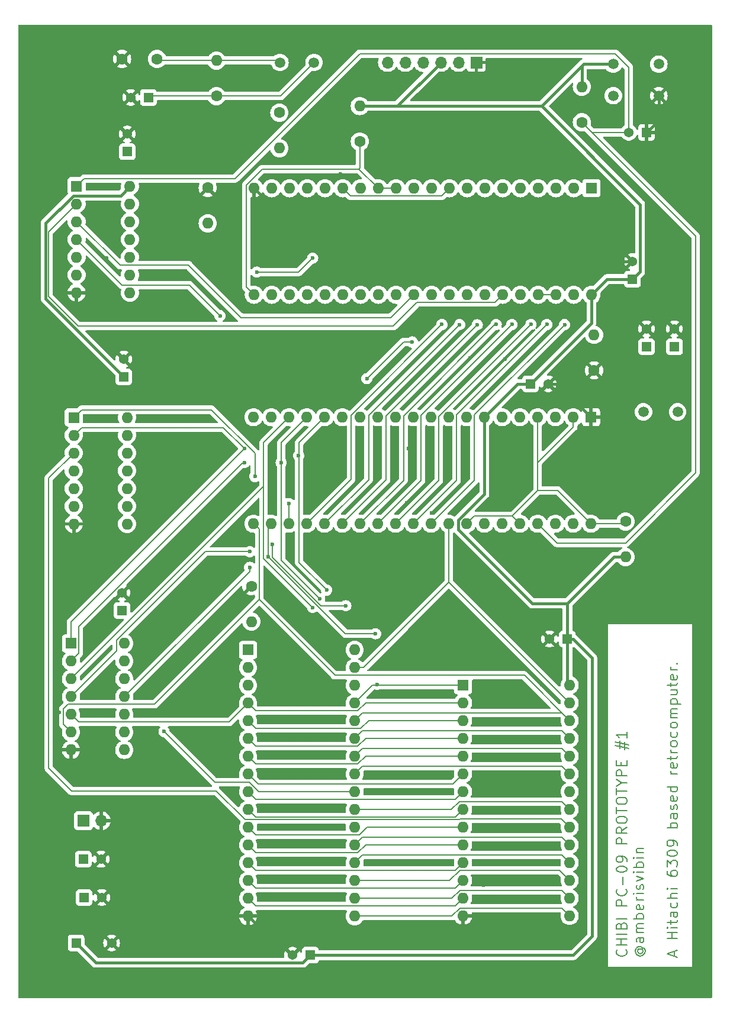
<source format=gbr>
%TF.GenerationSoftware,KiCad,Pcbnew,8.0.6*%
%TF.CreationDate,2024-11-14T10:34:02-05:00*%
%TF.ProjectId,6309-board-prototype-1.kicad_pro,36333039-2d62-46f6-9172-642d70726f74,rev?*%
%TF.SameCoordinates,Original*%
%TF.FileFunction,Copper,L1,Top*%
%TF.FilePolarity,Positive*%
%FSLAX46Y46*%
G04 Gerber Fmt 4.6, Leading zero omitted, Abs format (unit mm)*
G04 Created by KiCad (PCBNEW 8.0.6) date 2024-11-14 10:34:02*
%MOMM*%
%LPD*%
G01*
G04 APERTURE LIST*
%ADD10C,0.200000*%
%TA.AperFunction,NonConductor*%
%ADD11C,0.200000*%
%TD*%
%TA.AperFunction,ComponentPad*%
%ADD12C,1.600000*%
%TD*%
%TA.AperFunction,ComponentPad*%
%ADD13R,1.600000X1.600000*%
%TD*%
%TA.AperFunction,ComponentPad*%
%ADD14O,1.600000X1.600000*%
%TD*%
%TA.AperFunction,ComponentPad*%
%ADD15R,1.371600X1.371600*%
%TD*%
%TA.AperFunction,ComponentPad*%
%ADD16C,1.371600*%
%TD*%
%TA.AperFunction,ComponentPad*%
%ADD17C,1.507998*%
%TD*%
%TA.AperFunction,ComponentPad*%
%ADD18C,1.500000*%
%TD*%
%TA.AperFunction,ComponentPad*%
%ADD19R,1.700000X1.700000*%
%TD*%
%TA.AperFunction,ComponentPad*%
%ADD20O,1.700000X1.700000*%
%TD*%
%TA.AperFunction,ViaPad*%
%ADD21C,0.600000*%
%TD*%
%TA.AperFunction,Conductor*%
%ADD22C,0.400000*%
%TD*%
%TA.AperFunction,Conductor*%
%ADD23C,0.200000*%
%TD*%
G04 APERTURE END LIST*
D10*
D11*
X113543171Y-146948936D02*
X113614600Y-147020364D01*
X113614600Y-147020364D02*
X113686028Y-147234650D01*
X113686028Y-147234650D02*
X113686028Y-147377507D01*
X113686028Y-147377507D02*
X113614600Y-147591793D01*
X113614600Y-147591793D02*
X113471742Y-147734650D01*
X113471742Y-147734650D02*
X113328885Y-147806079D01*
X113328885Y-147806079D02*
X113043171Y-147877507D01*
X113043171Y-147877507D02*
X112828885Y-147877507D01*
X112828885Y-147877507D02*
X112543171Y-147806079D01*
X112543171Y-147806079D02*
X112400314Y-147734650D01*
X112400314Y-147734650D02*
X112257457Y-147591793D01*
X112257457Y-147591793D02*
X112186028Y-147377507D01*
X112186028Y-147377507D02*
X112186028Y-147234650D01*
X112186028Y-147234650D02*
X112257457Y-147020364D01*
X112257457Y-147020364D02*
X112328885Y-146948936D01*
X113686028Y-146306079D02*
X112186028Y-146306079D01*
X112900314Y-146306079D02*
X112900314Y-145448936D01*
X113686028Y-145448936D02*
X112186028Y-145448936D01*
X113686028Y-144734650D02*
X112186028Y-144734650D01*
X112900314Y-143520364D02*
X112971742Y-143306078D01*
X112971742Y-143306078D02*
X113043171Y-143234649D01*
X113043171Y-143234649D02*
X113186028Y-143163221D01*
X113186028Y-143163221D02*
X113400314Y-143163221D01*
X113400314Y-143163221D02*
X113543171Y-143234649D01*
X113543171Y-143234649D02*
X113614600Y-143306078D01*
X113614600Y-143306078D02*
X113686028Y-143448935D01*
X113686028Y-143448935D02*
X113686028Y-144020364D01*
X113686028Y-144020364D02*
X112186028Y-144020364D01*
X112186028Y-144020364D02*
X112186028Y-143520364D01*
X112186028Y-143520364D02*
X112257457Y-143377507D01*
X112257457Y-143377507D02*
X112328885Y-143306078D01*
X112328885Y-143306078D02*
X112471742Y-143234649D01*
X112471742Y-143234649D02*
X112614600Y-143234649D01*
X112614600Y-143234649D02*
X112757457Y-143306078D01*
X112757457Y-143306078D02*
X112828885Y-143377507D01*
X112828885Y-143377507D02*
X112900314Y-143520364D01*
X112900314Y-143520364D02*
X112900314Y-144020364D01*
X113686028Y-142520364D02*
X112186028Y-142520364D01*
X113686028Y-140663221D02*
X112186028Y-140663221D01*
X112186028Y-140663221D02*
X112186028Y-140091792D01*
X112186028Y-140091792D02*
X112257457Y-139948935D01*
X112257457Y-139948935D02*
X112328885Y-139877506D01*
X112328885Y-139877506D02*
X112471742Y-139806078D01*
X112471742Y-139806078D02*
X112686028Y-139806078D01*
X112686028Y-139806078D02*
X112828885Y-139877506D01*
X112828885Y-139877506D02*
X112900314Y-139948935D01*
X112900314Y-139948935D02*
X112971742Y-140091792D01*
X112971742Y-140091792D02*
X112971742Y-140663221D01*
X113543171Y-138306078D02*
X113614600Y-138377506D01*
X113614600Y-138377506D02*
X113686028Y-138591792D01*
X113686028Y-138591792D02*
X113686028Y-138734649D01*
X113686028Y-138734649D02*
X113614600Y-138948935D01*
X113614600Y-138948935D02*
X113471742Y-139091792D01*
X113471742Y-139091792D02*
X113328885Y-139163221D01*
X113328885Y-139163221D02*
X113043171Y-139234649D01*
X113043171Y-139234649D02*
X112828885Y-139234649D01*
X112828885Y-139234649D02*
X112543171Y-139163221D01*
X112543171Y-139163221D02*
X112400314Y-139091792D01*
X112400314Y-139091792D02*
X112257457Y-138948935D01*
X112257457Y-138948935D02*
X112186028Y-138734649D01*
X112186028Y-138734649D02*
X112186028Y-138591792D01*
X112186028Y-138591792D02*
X112257457Y-138377506D01*
X112257457Y-138377506D02*
X112328885Y-138306078D01*
X113114600Y-137663221D02*
X113114600Y-136520364D01*
X112186028Y-135520363D02*
X112186028Y-135377506D01*
X112186028Y-135377506D02*
X112257457Y-135234649D01*
X112257457Y-135234649D02*
X112328885Y-135163221D01*
X112328885Y-135163221D02*
X112471742Y-135091792D01*
X112471742Y-135091792D02*
X112757457Y-135020363D01*
X112757457Y-135020363D02*
X113114600Y-135020363D01*
X113114600Y-135020363D02*
X113400314Y-135091792D01*
X113400314Y-135091792D02*
X113543171Y-135163221D01*
X113543171Y-135163221D02*
X113614600Y-135234649D01*
X113614600Y-135234649D02*
X113686028Y-135377506D01*
X113686028Y-135377506D02*
X113686028Y-135520363D01*
X113686028Y-135520363D02*
X113614600Y-135663221D01*
X113614600Y-135663221D02*
X113543171Y-135734649D01*
X113543171Y-135734649D02*
X113400314Y-135806078D01*
X113400314Y-135806078D02*
X113114600Y-135877506D01*
X113114600Y-135877506D02*
X112757457Y-135877506D01*
X112757457Y-135877506D02*
X112471742Y-135806078D01*
X112471742Y-135806078D02*
X112328885Y-135734649D01*
X112328885Y-135734649D02*
X112257457Y-135663221D01*
X112257457Y-135663221D02*
X112186028Y-135520363D01*
X113686028Y-134306078D02*
X113686028Y-134020364D01*
X113686028Y-134020364D02*
X113614600Y-133877507D01*
X113614600Y-133877507D02*
X113543171Y-133806078D01*
X113543171Y-133806078D02*
X113328885Y-133663221D01*
X113328885Y-133663221D02*
X113043171Y-133591792D01*
X113043171Y-133591792D02*
X112471742Y-133591792D01*
X112471742Y-133591792D02*
X112328885Y-133663221D01*
X112328885Y-133663221D02*
X112257457Y-133734650D01*
X112257457Y-133734650D02*
X112186028Y-133877507D01*
X112186028Y-133877507D02*
X112186028Y-134163221D01*
X112186028Y-134163221D02*
X112257457Y-134306078D01*
X112257457Y-134306078D02*
X112328885Y-134377507D01*
X112328885Y-134377507D02*
X112471742Y-134448935D01*
X112471742Y-134448935D02*
X112828885Y-134448935D01*
X112828885Y-134448935D02*
X112971742Y-134377507D01*
X112971742Y-134377507D02*
X113043171Y-134306078D01*
X113043171Y-134306078D02*
X113114600Y-134163221D01*
X113114600Y-134163221D02*
X113114600Y-133877507D01*
X113114600Y-133877507D02*
X113043171Y-133734650D01*
X113043171Y-133734650D02*
X112971742Y-133663221D01*
X112971742Y-133663221D02*
X112828885Y-133591792D01*
X113686028Y-131806079D02*
X112186028Y-131806079D01*
X112186028Y-131806079D02*
X112186028Y-131234650D01*
X112186028Y-131234650D02*
X112257457Y-131091793D01*
X112257457Y-131091793D02*
X112328885Y-131020364D01*
X112328885Y-131020364D02*
X112471742Y-130948936D01*
X112471742Y-130948936D02*
X112686028Y-130948936D01*
X112686028Y-130948936D02*
X112828885Y-131020364D01*
X112828885Y-131020364D02*
X112900314Y-131091793D01*
X112900314Y-131091793D02*
X112971742Y-131234650D01*
X112971742Y-131234650D02*
X112971742Y-131806079D01*
X113686028Y-129448936D02*
X112971742Y-129948936D01*
X113686028Y-130306079D02*
X112186028Y-130306079D01*
X112186028Y-130306079D02*
X112186028Y-129734650D01*
X112186028Y-129734650D02*
X112257457Y-129591793D01*
X112257457Y-129591793D02*
X112328885Y-129520364D01*
X112328885Y-129520364D02*
X112471742Y-129448936D01*
X112471742Y-129448936D02*
X112686028Y-129448936D01*
X112686028Y-129448936D02*
X112828885Y-129520364D01*
X112828885Y-129520364D02*
X112900314Y-129591793D01*
X112900314Y-129591793D02*
X112971742Y-129734650D01*
X112971742Y-129734650D02*
X112971742Y-130306079D01*
X112186028Y-128520364D02*
X112186028Y-128234650D01*
X112186028Y-128234650D02*
X112257457Y-128091793D01*
X112257457Y-128091793D02*
X112400314Y-127948936D01*
X112400314Y-127948936D02*
X112686028Y-127877507D01*
X112686028Y-127877507D02*
X113186028Y-127877507D01*
X113186028Y-127877507D02*
X113471742Y-127948936D01*
X113471742Y-127948936D02*
X113614600Y-128091793D01*
X113614600Y-128091793D02*
X113686028Y-128234650D01*
X113686028Y-128234650D02*
X113686028Y-128520364D01*
X113686028Y-128520364D02*
X113614600Y-128663222D01*
X113614600Y-128663222D02*
X113471742Y-128806079D01*
X113471742Y-128806079D02*
X113186028Y-128877507D01*
X113186028Y-128877507D02*
X112686028Y-128877507D01*
X112686028Y-128877507D02*
X112400314Y-128806079D01*
X112400314Y-128806079D02*
X112257457Y-128663222D01*
X112257457Y-128663222D02*
X112186028Y-128520364D01*
X112186028Y-127448935D02*
X112186028Y-126591793D01*
X113686028Y-127020364D02*
X112186028Y-127020364D01*
X112186028Y-125806078D02*
X112186028Y-125520364D01*
X112186028Y-125520364D02*
X112257457Y-125377507D01*
X112257457Y-125377507D02*
X112400314Y-125234650D01*
X112400314Y-125234650D02*
X112686028Y-125163221D01*
X112686028Y-125163221D02*
X113186028Y-125163221D01*
X113186028Y-125163221D02*
X113471742Y-125234650D01*
X113471742Y-125234650D02*
X113614600Y-125377507D01*
X113614600Y-125377507D02*
X113686028Y-125520364D01*
X113686028Y-125520364D02*
X113686028Y-125806078D01*
X113686028Y-125806078D02*
X113614600Y-125948936D01*
X113614600Y-125948936D02*
X113471742Y-126091793D01*
X113471742Y-126091793D02*
X113186028Y-126163221D01*
X113186028Y-126163221D02*
X112686028Y-126163221D01*
X112686028Y-126163221D02*
X112400314Y-126091793D01*
X112400314Y-126091793D02*
X112257457Y-125948936D01*
X112257457Y-125948936D02*
X112186028Y-125806078D01*
X112186028Y-124734649D02*
X112186028Y-123877507D01*
X113686028Y-124306078D02*
X112186028Y-124306078D01*
X112971742Y-123091792D02*
X113686028Y-123091792D01*
X112186028Y-123591792D02*
X112971742Y-123091792D01*
X112971742Y-123091792D02*
X112186028Y-122591792D01*
X113686028Y-122091793D02*
X112186028Y-122091793D01*
X112186028Y-122091793D02*
X112186028Y-121520364D01*
X112186028Y-121520364D02*
X112257457Y-121377507D01*
X112257457Y-121377507D02*
X112328885Y-121306078D01*
X112328885Y-121306078D02*
X112471742Y-121234650D01*
X112471742Y-121234650D02*
X112686028Y-121234650D01*
X112686028Y-121234650D02*
X112828885Y-121306078D01*
X112828885Y-121306078D02*
X112900314Y-121377507D01*
X112900314Y-121377507D02*
X112971742Y-121520364D01*
X112971742Y-121520364D02*
X112971742Y-122091793D01*
X112900314Y-120591793D02*
X112900314Y-120091793D01*
X113686028Y-119877507D02*
X113686028Y-120591793D01*
X113686028Y-120591793D02*
X112186028Y-120591793D01*
X112186028Y-120591793D02*
X112186028Y-119877507D01*
X112686028Y-118163221D02*
X112686028Y-117091793D01*
X112043171Y-117734650D02*
X113971742Y-118163221D01*
X113328885Y-117234650D02*
X113328885Y-118306078D01*
X113971742Y-117663221D02*
X112043171Y-117234650D01*
X113686028Y-115806078D02*
X113686028Y-116663221D01*
X113686028Y-116234650D02*
X112186028Y-116234650D01*
X112186028Y-116234650D02*
X112400314Y-116377507D01*
X112400314Y-116377507D02*
X112543171Y-116520364D01*
X112543171Y-116520364D02*
X112614600Y-116663221D01*
X115386658Y-146877507D02*
X115315230Y-146948936D01*
X115315230Y-146948936D02*
X115243801Y-147091793D01*
X115243801Y-147091793D02*
X115243801Y-147234650D01*
X115243801Y-147234650D02*
X115315230Y-147377507D01*
X115315230Y-147377507D02*
X115386658Y-147448936D01*
X115386658Y-147448936D02*
X115529516Y-147520364D01*
X115529516Y-147520364D02*
X115672373Y-147520364D01*
X115672373Y-147520364D02*
X115815230Y-147448936D01*
X115815230Y-147448936D02*
X115886658Y-147377507D01*
X115886658Y-147377507D02*
X115958087Y-147234650D01*
X115958087Y-147234650D02*
X115958087Y-147091793D01*
X115958087Y-147091793D02*
X115886658Y-146948936D01*
X115886658Y-146948936D02*
X115815230Y-146877507D01*
X115243801Y-146877507D02*
X115815230Y-146877507D01*
X115815230Y-146877507D02*
X115886658Y-146806079D01*
X115886658Y-146806079D02*
X115886658Y-146734650D01*
X115886658Y-146734650D02*
X115815230Y-146591793D01*
X115815230Y-146591793D02*
X115672373Y-146520364D01*
X115672373Y-146520364D02*
X115315230Y-146520364D01*
X115315230Y-146520364D02*
X115100944Y-146663222D01*
X115100944Y-146663222D02*
X114958087Y-146877507D01*
X114958087Y-146877507D02*
X114886658Y-147163222D01*
X114886658Y-147163222D02*
X114958087Y-147448936D01*
X114958087Y-147448936D02*
X115100944Y-147663222D01*
X115100944Y-147663222D02*
X115315230Y-147806079D01*
X115315230Y-147806079D02*
X115600944Y-147877507D01*
X115600944Y-147877507D02*
X115886658Y-147806079D01*
X115886658Y-147806079D02*
X116100944Y-147663222D01*
X116100944Y-147663222D02*
X116243801Y-147448936D01*
X116243801Y-147448936D02*
X116315230Y-147163222D01*
X116315230Y-147163222D02*
X116243801Y-146877507D01*
X116243801Y-146877507D02*
X116100944Y-146663222D01*
X116100944Y-145234651D02*
X115315230Y-145234651D01*
X115315230Y-145234651D02*
X115172373Y-145306079D01*
X115172373Y-145306079D02*
X115100944Y-145448936D01*
X115100944Y-145448936D02*
X115100944Y-145734651D01*
X115100944Y-145734651D02*
X115172373Y-145877508D01*
X116029516Y-145234651D02*
X116100944Y-145377508D01*
X116100944Y-145377508D02*
X116100944Y-145734651D01*
X116100944Y-145734651D02*
X116029516Y-145877508D01*
X116029516Y-145877508D02*
X115886658Y-145948936D01*
X115886658Y-145948936D02*
X115743801Y-145948936D01*
X115743801Y-145948936D02*
X115600944Y-145877508D01*
X115600944Y-145877508D02*
X115529516Y-145734651D01*
X115529516Y-145734651D02*
X115529516Y-145377508D01*
X115529516Y-145377508D02*
X115458087Y-145234651D01*
X116100944Y-144520365D02*
X115100944Y-144520365D01*
X115243801Y-144520365D02*
X115172373Y-144448936D01*
X115172373Y-144448936D02*
X115100944Y-144306079D01*
X115100944Y-144306079D02*
X115100944Y-144091793D01*
X115100944Y-144091793D02*
X115172373Y-143948936D01*
X115172373Y-143948936D02*
X115315230Y-143877508D01*
X115315230Y-143877508D02*
X116100944Y-143877508D01*
X115315230Y-143877508D02*
X115172373Y-143806079D01*
X115172373Y-143806079D02*
X115100944Y-143663222D01*
X115100944Y-143663222D02*
X115100944Y-143448936D01*
X115100944Y-143448936D02*
X115172373Y-143306079D01*
X115172373Y-143306079D02*
X115315230Y-143234650D01*
X115315230Y-143234650D02*
X116100944Y-143234650D01*
X116100944Y-142520365D02*
X114600944Y-142520365D01*
X115172373Y-142520365D02*
X115100944Y-142377508D01*
X115100944Y-142377508D02*
X115100944Y-142091793D01*
X115100944Y-142091793D02*
X115172373Y-141948936D01*
X115172373Y-141948936D02*
X115243801Y-141877508D01*
X115243801Y-141877508D02*
X115386658Y-141806079D01*
X115386658Y-141806079D02*
X115815230Y-141806079D01*
X115815230Y-141806079D02*
X115958087Y-141877508D01*
X115958087Y-141877508D02*
X116029516Y-141948936D01*
X116029516Y-141948936D02*
X116100944Y-142091793D01*
X116100944Y-142091793D02*
X116100944Y-142377508D01*
X116100944Y-142377508D02*
X116029516Y-142520365D01*
X116029516Y-140591793D02*
X116100944Y-140734650D01*
X116100944Y-140734650D02*
X116100944Y-141020365D01*
X116100944Y-141020365D02*
X116029516Y-141163222D01*
X116029516Y-141163222D02*
X115886658Y-141234650D01*
X115886658Y-141234650D02*
X115315230Y-141234650D01*
X115315230Y-141234650D02*
X115172373Y-141163222D01*
X115172373Y-141163222D02*
X115100944Y-141020365D01*
X115100944Y-141020365D02*
X115100944Y-140734650D01*
X115100944Y-140734650D02*
X115172373Y-140591793D01*
X115172373Y-140591793D02*
X115315230Y-140520365D01*
X115315230Y-140520365D02*
X115458087Y-140520365D01*
X115458087Y-140520365D02*
X115600944Y-141234650D01*
X116100944Y-139877508D02*
X115100944Y-139877508D01*
X115386658Y-139877508D02*
X115243801Y-139806079D01*
X115243801Y-139806079D02*
X115172373Y-139734651D01*
X115172373Y-139734651D02*
X115100944Y-139591793D01*
X115100944Y-139591793D02*
X115100944Y-139448936D01*
X116100944Y-138948937D02*
X115100944Y-138948937D01*
X114600944Y-138948937D02*
X114672373Y-139020365D01*
X114672373Y-139020365D02*
X114743801Y-138948937D01*
X114743801Y-138948937D02*
X114672373Y-138877508D01*
X114672373Y-138877508D02*
X114600944Y-138948937D01*
X114600944Y-138948937D02*
X114743801Y-138948937D01*
X116029516Y-138306079D02*
X116100944Y-138163222D01*
X116100944Y-138163222D02*
X116100944Y-137877508D01*
X116100944Y-137877508D02*
X116029516Y-137734651D01*
X116029516Y-137734651D02*
X115886658Y-137663222D01*
X115886658Y-137663222D02*
X115815230Y-137663222D01*
X115815230Y-137663222D02*
X115672373Y-137734651D01*
X115672373Y-137734651D02*
X115600944Y-137877508D01*
X115600944Y-137877508D02*
X115600944Y-138091794D01*
X115600944Y-138091794D02*
X115529516Y-138234651D01*
X115529516Y-138234651D02*
X115386658Y-138306079D01*
X115386658Y-138306079D02*
X115315230Y-138306079D01*
X115315230Y-138306079D02*
X115172373Y-138234651D01*
X115172373Y-138234651D02*
X115100944Y-138091794D01*
X115100944Y-138091794D02*
X115100944Y-137877508D01*
X115100944Y-137877508D02*
X115172373Y-137734651D01*
X115100944Y-137163222D02*
X116100944Y-136806079D01*
X116100944Y-136806079D02*
X115100944Y-136448936D01*
X116100944Y-135877508D02*
X115100944Y-135877508D01*
X114600944Y-135877508D02*
X114672373Y-135948936D01*
X114672373Y-135948936D02*
X114743801Y-135877508D01*
X114743801Y-135877508D02*
X114672373Y-135806079D01*
X114672373Y-135806079D02*
X114600944Y-135877508D01*
X114600944Y-135877508D02*
X114743801Y-135877508D01*
X116100944Y-135163222D02*
X114600944Y-135163222D01*
X115172373Y-135163222D02*
X115100944Y-135020365D01*
X115100944Y-135020365D02*
X115100944Y-134734650D01*
X115100944Y-134734650D02*
X115172373Y-134591793D01*
X115172373Y-134591793D02*
X115243801Y-134520365D01*
X115243801Y-134520365D02*
X115386658Y-134448936D01*
X115386658Y-134448936D02*
X115815230Y-134448936D01*
X115815230Y-134448936D02*
X115958087Y-134520365D01*
X115958087Y-134520365D02*
X116029516Y-134591793D01*
X116029516Y-134591793D02*
X116100944Y-134734650D01*
X116100944Y-134734650D02*
X116100944Y-135020365D01*
X116100944Y-135020365D02*
X116029516Y-135163222D01*
X116100944Y-133806079D02*
X115100944Y-133806079D01*
X114600944Y-133806079D02*
X114672373Y-133877507D01*
X114672373Y-133877507D02*
X114743801Y-133806079D01*
X114743801Y-133806079D02*
X114672373Y-133734650D01*
X114672373Y-133734650D02*
X114600944Y-133806079D01*
X114600944Y-133806079D02*
X114743801Y-133806079D01*
X115100944Y-133091793D02*
X116100944Y-133091793D01*
X115243801Y-133091793D02*
X115172373Y-133020364D01*
X115172373Y-133020364D02*
X115100944Y-132877507D01*
X115100944Y-132877507D02*
X115100944Y-132663221D01*
X115100944Y-132663221D02*
X115172373Y-132520364D01*
X115172373Y-132520364D02*
X115315230Y-132448936D01*
X115315230Y-132448936D02*
X116100944Y-132448936D01*
X120502205Y-147877507D02*
X120502205Y-147163222D01*
X120930776Y-148020364D02*
X119430776Y-147520364D01*
X119430776Y-147520364D02*
X120930776Y-147020364D01*
X120930776Y-145377508D02*
X119430776Y-145377508D01*
X120145062Y-145377508D02*
X120145062Y-144520365D01*
X120930776Y-144520365D02*
X119430776Y-144520365D01*
X120930776Y-143806079D02*
X119930776Y-143806079D01*
X119430776Y-143806079D02*
X119502205Y-143877507D01*
X119502205Y-143877507D02*
X119573633Y-143806079D01*
X119573633Y-143806079D02*
X119502205Y-143734650D01*
X119502205Y-143734650D02*
X119430776Y-143806079D01*
X119430776Y-143806079D02*
X119573633Y-143806079D01*
X119930776Y-143306078D02*
X119930776Y-142734650D01*
X119430776Y-143091793D02*
X120716490Y-143091793D01*
X120716490Y-143091793D02*
X120859348Y-143020364D01*
X120859348Y-143020364D02*
X120930776Y-142877507D01*
X120930776Y-142877507D02*
X120930776Y-142734650D01*
X120930776Y-141591793D02*
X120145062Y-141591793D01*
X120145062Y-141591793D02*
X120002205Y-141663221D01*
X120002205Y-141663221D02*
X119930776Y-141806078D01*
X119930776Y-141806078D02*
X119930776Y-142091793D01*
X119930776Y-142091793D02*
X120002205Y-142234650D01*
X120859348Y-141591793D02*
X120930776Y-141734650D01*
X120930776Y-141734650D02*
X120930776Y-142091793D01*
X120930776Y-142091793D02*
X120859348Y-142234650D01*
X120859348Y-142234650D02*
X120716490Y-142306078D01*
X120716490Y-142306078D02*
X120573633Y-142306078D01*
X120573633Y-142306078D02*
X120430776Y-142234650D01*
X120430776Y-142234650D02*
X120359348Y-142091793D01*
X120359348Y-142091793D02*
X120359348Y-141734650D01*
X120359348Y-141734650D02*
X120287919Y-141591793D01*
X120859348Y-140234650D02*
X120930776Y-140377507D01*
X120930776Y-140377507D02*
X120930776Y-140663221D01*
X120930776Y-140663221D02*
X120859348Y-140806078D01*
X120859348Y-140806078D02*
X120787919Y-140877507D01*
X120787919Y-140877507D02*
X120645062Y-140948935D01*
X120645062Y-140948935D02*
X120216490Y-140948935D01*
X120216490Y-140948935D02*
X120073633Y-140877507D01*
X120073633Y-140877507D02*
X120002205Y-140806078D01*
X120002205Y-140806078D02*
X119930776Y-140663221D01*
X119930776Y-140663221D02*
X119930776Y-140377507D01*
X119930776Y-140377507D02*
X120002205Y-140234650D01*
X120930776Y-139591793D02*
X119430776Y-139591793D01*
X120930776Y-138948936D02*
X120145062Y-138948936D01*
X120145062Y-138948936D02*
X120002205Y-139020364D01*
X120002205Y-139020364D02*
X119930776Y-139163221D01*
X119930776Y-139163221D02*
X119930776Y-139377507D01*
X119930776Y-139377507D02*
X120002205Y-139520364D01*
X120002205Y-139520364D02*
X120073633Y-139591793D01*
X120930776Y-138234650D02*
X119930776Y-138234650D01*
X119430776Y-138234650D02*
X119502205Y-138306078D01*
X119502205Y-138306078D02*
X119573633Y-138234650D01*
X119573633Y-138234650D02*
X119502205Y-138163221D01*
X119502205Y-138163221D02*
X119430776Y-138234650D01*
X119430776Y-138234650D02*
X119573633Y-138234650D01*
X119430776Y-135734650D02*
X119430776Y-136020364D01*
X119430776Y-136020364D02*
X119502205Y-136163221D01*
X119502205Y-136163221D02*
X119573633Y-136234650D01*
X119573633Y-136234650D02*
X119787919Y-136377507D01*
X119787919Y-136377507D02*
X120073633Y-136448935D01*
X120073633Y-136448935D02*
X120645062Y-136448935D01*
X120645062Y-136448935D02*
X120787919Y-136377507D01*
X120787919Y-136377507D02*
X120859348Y-136306078D01*
X120859348Y-136306078D02*
X120930776Y-136163221D01*
X120930776Y-136163221D02*
X120930776Y-135877507D01*
X120930776Y-135877507D02*
X120859348Y-135734650D01*
X120859348Y-135734650D02*
X120787919Y-135663221D01*
X120787919Y-135663221D02*
X120645062Y-135591792D01*
X120645062Y-135591792D02*
X120287919Y-135591792D01*
X120287919Y-135591792D02*
X120145062Y-135663221D01*
X120145062Y-135663221D02*
X120073633Y-135734650D01*
X120073633Y-135734650D02*
X120002205Y-135877507D01*
X120002205Y-135877507D02*
X120002205Y-136163221D01*
X120002205Y-136163221D02*
X120073633Y-136306078D01*
X120073633Y-136306078D02*
X120145062Y-136377507D01*
X120145062Y-136377507D02*
X120287919Y-136448935D01*
X119430776Y-135091793D02*
X119430776Y-134163221D01*
X119430776Y-134163221D02*
X120002205Y-134663221D01*
X120002205Y-134663221D02*
X120002205Y-134448936D01*
X120002205Y-134448936D02*
X120073633Y-134306079D01*
X120073633Y-134306079D02*
X120145062Y-134234650D01*
X120145062Y-134234650D02*
X120287919Y-134163221D01*
X120287919Y-134163221D02*
X120645062Y-134163221D01*
X120645062Y-134163221D02*
X120787919Y-134234650D01*
X120787919Y-134234650D02*
X120859348Y-134306079D01*
X120859348Y-134306079D02*
X120930776Y-134448936D01*
X120930776Y-134448936D02*
X120930776Y-134877507D01*
X120930776Y-134877507D02*
X120859348Y-135020364D01*
X120859348Y-135020364D02*
X120787919Y-135091793D01*
X119430776Y-133234650D02*
X119430776Y-133091793D01*
X119430776Y-133091793D02*
X119502205Y-132948936D01*
X119502205Y-132948936D02*
X119573633Y-132877508D01*
X119573633Y-132877508D02*
X119716490Y-132806079D01*
X119716490Y-132806079D02*
X120002205Y-132734650D01*
X120002205Y-132734650D02*
X120359348Y-132734650D01*
X120359348Y-132734650D02*
X120645062Y-132806079D01*
X120645062Y-132806079D02*
X120787919Y-132877508D01*
X120787919Y-132877508D02*
X120859348Y-132948936D01*
X120859348Y-132948936D02*
X120930776Y-133091793D01*
X120930776Y-133091793D02*
X120930776Y-133234650D01*
X120930776Y-133234650D02*
X120859348Y-133377508D01*
X120859348Y-133377508D02*
X120787919Y-133448936D01*
X120787919Y-133448936D02*
X120645062Y-133520365D01*
X120645062Y-133520365D02*
X120359348Y-133591793D01*
X120359348Y-133591793D02*
X120002205Y-133591793D01*
X120002205Y-133591793D02*
X119716490Y-133520365D01*
X119716490Y-133520365D02*
X119573633Y-133448936D01*
X119573633Y-133448936D02*
X119502205Y-133377508D01*
X119502205Y-133377508D02*
X119430776Y-133234650D01*
X120930776Y-132020365D02*
X120930776Y-131734651D01*
X120930776Y-131734651D02*
X120859348Y-131591794D01*
X120859348Y-131591794D02*
X120787919Y-131520365D01*
X120787919Y-131520365D02*
X120573633Y-131377508D01*
X120573633Y-131377508D02*
X120287919Y-131306079D01*
X120287919Y-131306079D02*
X119716490Y-131306079D01*
X119716490Y-131306079D02*
X119573633Y-131377508D01*
X119573633Y-131377508D02*
X119502205Y-131448937D01*
X119502205Y-131448937D02*
X119430776Y-131591794D01*
X119430776Y-131591794D02*
X119430776Y-131877508D01*
X119430776Y-131877508D02*
X119502205Y-132020365D01*
X119502205Y-132020365D02*
X119573633Y-132091794D01*
X119573633Y-132091794D02*
X119716490Y-132163222D01*
X119716490Y-132163222D02*
X120073633Y-132163222D01*
X120073633Y-132163222D02*
X120216490Y-132091794D01*
X120216490Y-132091794D02*
X120287919Y-132020365D01*
X120287919Y-132020365D02*
X120359348Y-131877508D01*
X120359348Y-131877508D02*
X120359348Y-131591794D01*
X120359348Y-131591794D02*
X120287919Y-131448937D01*
X120287919Y-131448937D02*
X120216490Y-131377508D01*
X120216490Y-131377508D02*
X120073633Y-131306079D01*
X120930776Y-129520366D02*
X119430776Y-129520366D01*
X120002205Y-129520366D02*
X119930776Y-129377509D01*
X119930776Y-129377509D02*
X119930776Y-129091794D01*
X119930776Y-129091794D02*
X120002205Y-128948937D01*
X120002205Y-128948937D02*
X120073633Y-128877509D01*
X120073633Y-128877509D02*
X120216490Y-128806080D01*
X120216490Y-128806080D02*
X120645062Y-128806080D01*
X120645062Y-128806080D02*
X120787919Y-128877509D01*
X120787919Y-128877509D02*
X120859348Y-128948937D01*
X120859348Y-128948937D02*
X120930776Y-129091794D01*
X120930776Y-129091794D02*
X120930776Y-129377509D01*
X120930776Y-129377509D02*
X120859348Y-129520366D01*
X120930776Y-127520366D02*
X120145062Y-127520366D01*
X120145062Y-127520366D02*
X120002205Y-127591794D01*
X120002205Y-127591794D02*
X119930776Y-127734651D01*
X119930776Y-127734651D02*
X119930776Y-128020366D01*
X119930776Y-128020366D02*
X120002205Y-128163223D01*
X120859348Y-127520366D02*
X120930776Y-127663223D01*
X120930776Y-127663223D02*
X120930776Y-128020366D01*
X120930776Y-128020366D02*
X120859348Y-128163223D01*
X120859348Y-128163223D02*
X120716490Y-128234651D01*
X120716490Y-128234651D02*
X120573633Y-128234651D01*
X120573633Y-128234651D02*
X120430776Y-128163223D01*
X120430776Y-128163223D02*
X120359348Y-128020366D01*
X120359348Y-128020366D02*
X120359348Y-127663223D01*
X120359348Y-127663223D02*
X120287919Y-127520366D01*
X120859348Y-126877508D02*
X120930776Y-126734651D01*
X120930776Y-126734651D02*
X120930776Y-126448937D01*
X120930776Y-126448937D02*
X120859348Y-126306080D01*
X120859348Y-126306080D02*
X120716490Y-126234651D01*
X120716490Y-126234651D02*
X120645062Y-126234651D01*
X120645062Y-126234651D02*
X120502205Y-126306080D01*
X120502205Y-126306080D02*
X120430776Y-126448937D01*
X120430776Y-126448937D02*
X120430776Y-126663223D01*
X120430776Y-126663223D02*
X120359348Y-126806080D01*
X120359348Y-126806080D02*
X120216490Y-126877508D01*
X120216490Y-126877508D02*
X120145062Y-126877508D01*
X120145062Y-126877508D02*
X120002205Y-126806080D01*
X120002205Y-126806080D02*
X119930776Y-126663223D01*
X119930776Y-126663223D02*
X119930776Y-126448937D01*
X119930776Y-126448937D02*
X120002205Y-126306080D01*
X120859348Y-125020365D02*
X120930776Y-125163222D01*
X120930776Y-125163222D02*
X120930776Y-125448937D01*
X120930776Y-125448937D02*
X120859348Y-125591794D01*
X120859348Y-125591794D02*
X120716490Y-125663222D01*
X120716490Y-125663222D02*
X120145062Y-125663222D01*
X120145062Y-125663222D02*
X120002205Y-125591794D01*
X120002205Y-125591794D02*
X119930776Y-125448937D01*
X119930776Y-125448937D02*
X119930776Y-125163222D01*
X119930776Y-125163222D02*
X120002205Y-125020365D01*
X120002205Y-125020365D02*
X120145062Y-124948937D01*
X120145062Y-124948937D02*
X120287919Y-124948937D01*
X120287919Y-124948937D02*
X120430776Y-125663222D01*
X120930776Y-123663223D02*
X119430776Y-123663223D01*
X120859348Y-123663223D02*
X120930776Y-123806080D01*
X120930776Y-123806080D02*
X120930776Y-124091794D01*
X120930776Y-124091794D02*
X120859348Y-124234651D01*
X120859348Y-124234651D02*
X120787919Y-124306080D01*
X120787919Y-124306080D02*
X120645062Y-124377508D01*
X120645062Y-124377508D02*
X120216490Y-124377508D01*
X120216490Y-124377508D02*
X120073633Y-124306080D01*
X120073633Y-124306080D02*
X120002205Y-124234651D01*
X120002205Y-124234651D02*
X119930776Y-124091794D01*
X119930776Y-124091794D02*
X119930776Y-123806080D01*
X119930776Y-123806080D02*
X120002205Y-123663223D01*
X120930776Y-121806080D02*
X119930776Y-121806080D01*
X120216490Y-121806080D02*
X120073633Y-121734651D01*
X120073633Y-121734651D02*
X120002205Y-121663223D01*
X120002205Y-121663223D02*
X119930776Y-121520365D01*
X119930776Y-121520365D02*
X119930776Y-121377508D01*
X120859348Y-120306080D02*
X120930776Y-120448937D01*
X120930776Y-120448937D02*
X120930776Y-120734652D01*
X120930776Y-120734652D02*
X120859348Y-120877509D01*
X120859348Y-120877509D02*
X120716490Y-120948937D01*
X120716490Y-120948937D02*
X120145062Y-120948937D01*
X120145062Y-120948937D02*
X120002205Y-120877509D01*
X120002205Y-120877509D02*
X119930776Y-120734652D01*
X119930776Y-120734652D02*
X119930776Y-120448937D01*
X119930776Y-120448937D02*
X120002205Y-120306080D01*
X120002205Y-120306080D02*
X120145062Y-120234652D01*
X120145062Y-120234652D02*
X120287919Y-120234652D01*
X120287919Y-120234652D02*
X120430776Y-120948937D01*
X119930776Y-119806080D02*
X119930776Y-119234652D01*
X119430776Y-119591795D02*
X120716490Y-119591795D01*
X120716490Y-119591795D02*
X120859348Y-119520366D01*
X120859348Y-119520366D02*
X120930776Y-119377509D01*
X120930776Y-119377509D02*
X120930776Y-119234652D01*
X120930776Y-118734652D02*
X119930776Y-118734652D01*
X120216490Y-118734652D02*
X120073633Y-118663223D01*
X120073633Y-118663223D02*
X120002205Y-118591795D01*
X120002205Y-118591795D02*
X119930776Y-118448937D01*
X119930776Y-118448937D02*
X119930776Y-118306080D01*
X120930776Y-117591795D02*
X120859348Y-117734652D01*
X120859348Y-117734652D02*
X120787919Y-117806081D01*
X120787919Y-117806081D02*
X120645062Y-117877509D01*
X120645062Y-117877509D02*
X120216490Y-117877509D01*
X120216490Y-117877509D02*
X120073633Y-117806081D01*
X120073633Y-117806081D02*
X120002205Y-117734652D01*
X120002205Y-117734652D02*
X119930776Y-117591795D01*
X119930776Y-117591795D02*
X119930776Y-117377509D01*
X119930776Y-117377509D02*
X120002205Y-117234652D01*
X120002205Y-117234652D02*
X120073633Y-117163224D01*
X120073633Y-117163224D02*
X120216490Y-117091795D01*
X120216490Y-117091795D02*
X120645062Y-117091795D01*
X120645062Y-117091795D02*
X120787919Y-117163224D01*
X120787919Y-117163224D02*
X120859348Y-117234652D01*
X120859348Y-117234652D02*
X120930776Y-117377509D01*
X120930776Y-117377509D02*
X120930776Y-117591795D01*
X120859348Y-115806081D02*
X120930776Y-115948938D01*
X120930776Y-115948938D02*
X120930776Y-116234652D01*
X120930776Y-116234652D02*
X120859348Y-116377509D01*
X120859348Y-116377509D02*
X120787919Y-116448938D01*
X120787919Y-116448938D02*
X120645062Y-116520366D01*
X120645062Y-116520366D02*
X120216490Y-116520366D01*
X120216490Y-116520366D02*
X120073633Y-116448938D01*
X120073633Y-116448938D02*
X120002205Y-116377509D01*
X120002205Y-116377509D02*
X119930776Y-116234652D01*
X119930776Y-116234652D02*
X119930776Y-115948938D01*
X119930776Y-115948938D02*
X120002205Y-115806081D01*
X120930776Y-114948938D02*
X120859348Y-115091795D01*
X120859348Y-115091795D02*
X120787919Y-115163224D01*
X120787919Y-115163224D02*
X120645062Y-115234652D01*
X120645062Y-115234652D02*
X120216490Y-115234652D01*
X120216490Y-115234652D02*
X120073633Y-115163224D01*
X120073633Y-115163224D02*
X120002205Y-115091795D01*
X120002205Y-115091795D02*
X119930776Y-114948938D01*
X119930776Y-114948938D02*
X119930776Y-114734652D01*
X119930776Y-114734652D02*
X120002205Y-114591795D01*
X120002205Y-114591795D02*
X120073633Y-114520367D01*
X120073633Y-114520367D02*
X120216490Y-114448938D01*
X120216490Y-114448938D02*
X120645062Y-114448938D01*
X120645062Y-114448938D02*
X120787919Y-114520367D01*
X120787919Y-114520367D02*
X120859348Y-114591795D01*
X120859348Y-114591795D02*
X120930776Y-114734652D01*
X120930776Y-114734652D02*
X120930776Y-114948938D01*
X120930776Y-113806081D02*
X119930776Y-113806081D01*
X120073633Y-113806081D02*
X120002205Y-113734652D01*
X120002205Y-113734652D02*
X119930776Y-113591795D01*
X119930776Y-113591795D02*
X119930776Y-113377509D01*
X119930776Y-113377509D02*
X120002205Y-113234652D01*
X120002205Y-113234652D02*
X120145062Y-113163224D01*
X120145062Y-113163224D02*
X120930776Y-113163224D01*
X120145062Y-113163224D02*
X120002205Y-113091795D01*
X120002205Y-113091795D02*
X119930776Y-112948938D01*
X119930776Y-112948938D02*
X119930776Y-112734652D01*
X119930776Y-112734652D02*
X120002205Y-112591795D01*
X120002205Y-112591795D02*
X120145062Y-112520366D01*
X120145062Y-112520366D02*
X120930776Y-112520366D01*
X119930776Y-111806081D02*
X121430776Y-111806081D01*
X120002205Y-111806081D02*
X119930776Y-111663224D01*
X119930776Y-111663224D02*
X119930776Y-111377509D01*
X119930776Y-111377509D02*
X120002205Y-111234652D01*
X120002205Y-111234652D02*
X120073633Y-111163224D01*
X120073633Y-111163224D02*
X120216490Y-111091795D01*
X120216490Y-111091795D02*
X120645062Y-111091795D01*
X120645062Y-111091795D02*
X120787919Y-111163224D01*
X120787919Y-111163224D02*
X120859348Y-111234652D01*
X120859348Y-111234652D02*
X120930776Y-111377509D01*
X120930776Y-111377509D02*
X120930776Y-111663224D01*
X120930776Y-111663224D02*
X120859348Y-111806081D01*
X119930776Y-109806081D02*
X120930776Y-109806081D01*
X119930776Y-110448938D02*
X120716490Y-110448938D01*
X120716490Y-110448938D02*
X120859348Y-110377509D01*
X120859348Y-110377509D02*
X120930776Y-110234652D01*
X120930776Y-110234652D02*
X120930776Y-110020366D01*
X120930776Y-110020366D02*
X120859348Y-109877509D01*
X120859348Y-109877509D02*
X120787919Y-109806081D01*
X119930776Y-109306080D02*
X119930776Y-108734652D01*
X119430776Y-109091795D02*
X120716490Y-109091795D01*
X120716490Y-109091795D02*
X120859348Y-109020366D01*
X120859348Y-109020366D02*
X120930776Y-108877509D01*
X120930776Y-108877509D02*
X120930776Y-108734652D01*
X120859348Y-107663223D02*
X120930776Y-107806080D01*
X120930776Y-107806080D02*
X120930776Y-108091795D01*
X120930776Y-108091795D02*
X120859348Y-108234652D01*
X120859348Y-108234652D02*
X120716490Y-108306080D01*
X120716490Y-108306080D02*
X120145062Y-108306080D01*
X120145062Y-108306080D02*
X120002205Y-108234652D01*
X120002205Y-108234652D02*
X119930776Y-108091795D01*
X119930776Y-108091795D02*
X119930776Y-107806080D01*
X119930776Y-107806080D02*
X120002205Y-107663223D01*
X120002205Y-107663223D02*
X120145062Y-107591795D01*
X120145062Y-107591795D02*
X120287919Y-107591795D01*
X120287919Y-107591795D02*
X120430776Y-108306080D01*
X120930776Y-106948938D02*
X119930776Y-106948938D01*
X120216490Y-106948938D02*
X120073633Y-106877509D01*
X120073633Y-106877509D02*
X120002205Y-106806081D01*
X120002205Y-106806081D02*
X119930776Y-106663223D01*
X119930776Y-106663223D02*
X119930776Y-106520366D01*
X120787919Y-106020367D02*
X120859348Y-105948938D01*
X120859348Y-105948938D02*
X120930776Y-106020367D01*
X120930776Y-106020367D02*
X120859348Y-106091795D01*
X120859348Y-106091795D02*
X120787919Y-106020367D01*
X120787919Y-106020367D02*
X120930776Y-106020367D01*
D12*
%TO.P,C11,1*%
%TO.N,Net-(C11-Pad1)*%
X46500000Y-19500000D03*
%TO.P,C11,2*%
%TO.N,GND*%
X41500000Y-19500000D03*
%TD*%
D13*
%TO.P,U6,1*%
%TO.N,/A15*%
X34600000Y-70800000D03*
D14*
%TO.P,U6,2*%
%TO.N,/A8*%
X34600000Y-73340000D03*
%TO.P,U6,3*%
%TO.N,Net-(U2-~{CS})*%
X34600000Y-75880000D03*
%TO.P,U6,4*%
%TO.N,unconnected-(U6-Pad4)*%
X34600000Y-78420000D03*
%TO.P,U6,5*%
%TO.N,unconnected-(U6-Pad5)*%
X34600000Y-80960000D03*
%TO.P,U6,6*%
%TO.N,unconnected-(U6-Pad6)*%
X34600000Y-83500000D03*
%TO.P,U6,7,GND*%
%TO.N,GND*%
X34600000Y-86040000D03*
%TO.P,U6,8*%
%TO.N,unconnected-(U6-Pad8)*%
X42220000Y-86040000D03*
%TO.P,U6,9*%
%TO.N,unconnected-(U6-Pad9)*%
X42220000Y-83500000D03*
%TO.P,U6,10*%
%TO.N,unconnected-(U6-Pad10)*%
X42220000Y-80960000D03*
%TO.P,U6,11*%
%TO.N,unconnected-(U6-Pad11)*%
X42220000Y-78420000D03*
%TO.P,U6,12*%
%TO.N,unconnected-(U6-Pad12)*%
X42220000Y-75880000D03*
%TO.P,U6,13*%
%TO.N,unconnected-(U6-Pad13)*%
X42220000Y-73340000D03*
%TO.P,U6,14,VCC*%
%TO.N,+5V*%
X42220000Y-70800000D03*
%TD*%
D15*
%TO.P,C14,1*%
%TO.N,+5V*%
X36072900Y-139500000D03*
D16*
%TO.P,C14,2*%
%TO.N,GND*%
X38612900Y-139500000D03*
%TD*%
D17*
%TO.P,SW1,1,1*%
%TO.N,+5V*%
X111749998Y-20249999D03*
%TO.P,SW1,2*%
%TO.N,N/C*%
X118250000Y-20249999D03*
%TO.P,SW1,3*%
X111749998Y-24750000D03*
%TO.P,SW1,4,4*%
%TO.N,GND*%
X118250000Y-24750000D03*
%TD*%
D12*
%TO.P,R3,1*%
%TO.N,Net-(U4-XIN)*%
X55000000Y-24815000D03*
D14*
%TO.P,R3,2*%
%TO.N,Net-(C11-Pad1)*%
X55000000Y-19735000D03*
%TD*%
D18*
%TO.P,X1,1,1*%
%TO.N,Net-(U1-XTAL)*%
X120950000Y-70000000D03*
%TO.P,X1,2,2*%
%TO.N,Net-(U1-EXTAL)*%
X116070000Y-70000000D03*
%TD*%
D15*
%TO.P,C6,1*%
%TO.N,+5V*%
X41750000Y-65000000D03*
D16*
%TO.P,C6,2*%
%TO.N,GND*%
X41750000Y-62460000D03*
%TD*%
D12*
%TO.P,R9,1*%
%TO.N,/!RESET*%
X107250000Y-28565000D03*
D14*
%TO.P,R9,2*%
%TO.N,+5V*%
X107250000Y-23485000D03*
%TD*%
D15*
%TO.P,C8,1*%
%TO.N,Net-(U1-XTAL)*%
X120500000Y-60670000D03*
D16*
%TO.P,C8,2*%
%TO.N,GND*%
X120500000Y-58130000D03*
%TD*%
D18*
%TO.P,X2,1,1*%
%TO.N,Net-(U4-XIN)*%
X68950000Y-20000000D03*
%TO.P,X2,2,2*%
%TO.N,Net-(C11-Pad1)*%
X64070000Y-20000000D03*
%TD*%
D13*
%TO.P,U3,1,NC*%
%TO.N,unconnected-(U3-NC-Pad1)*%
X59520000Y-104060000D03*
D14*
%TO.P,U3,2,A16*%
%TO.N,Net-(U3-A15)*%
X59520000Y-106600000D03*
%TO.P,U3,3,A15*%
X59520000Y-109140000D03*
%TO.P,U3,4,A12*%
%TO.N,/A12*%
X59520000Y-111680000D03*
%TO.P,U3,5,A7*%
%TO.N,/A7*%
X59520000Y-114220000D03*
%TO.P,U3,6,A6*%
%TO.N,/A6*%
X59520000Y-116760000D03*
%TO.P,U3,7,A5*%
%TO.N,/A5*%
X59520000Y-119300000D03*
%TO.P,U3,8,A4*%
%TO.N,/A4*%
X59520000Y-121840000D03*
%TO.P,U3,9,A3*%
%TO.N,/A3*%
X59520000Y-124380000D03*
%TO.P,U3,10,A2*%
%TO.N,/A2*%
X59520000Y-126920000D03*
%TO.P,U3,11,A1*%
%TO.N,/A1*%
X59520000Y-129460000D03*
%TO.P,U3,12,A0*%
%TO.N,/A0*%
X59520000Y-132000000D03*
%TO.P,U3,13,DQ0*%
%TO.N,/D0*%
X59520000Y-134540000D03*
%TO.P,U3,14,DQ1*%
%TO.N,/D1*%
X59520000Y-137080000D03*
%TO.P,U3,15,DQ2*%
%TO.N,/D2*%
X59520000Y-139620000D03*
%TO.P,U3,16,VSS*%
%TO.N,GND*%
X59520000Y-142160000D03*
%TO.P,U3,17,DQ3*%
%TO.N,/D3*%
X74760000Y-142160000D03*
%TO.P,U3,18,DQ4*%
%TO.N,/D4*%
X74760000Y-139620000D03*
%TO.P,U3,19,DQ5*%
%TO.N,/D5*%
X74760000Y-137080000D03*
%TO.P,U3,20,DQ6*%
%TO.N,/D6*%
X74760000Y-134540000D03*
%TO.P,U3,21,DQ7*%
%TO.N,/D7*%
X74760000Y-132000000D03*
%TO.P,U3,22,~{CE}*%
%TO.N,/!A15*%
X74760000Y-129460000D03*
%TO.P,U3,23,A10*%
%TO.N,/A10*%
X74760000Y-126920000D03*
%TO.P,U3,24,~{OE}*%
%TO.N,/!A15*%
X74760000Y-124380000D03*
%TO.P,U3,25,A11*%
%TO.N,/A11*%
X74760000Y-121840000D03*
%TO.P,U3,26,A9*%
%TO.N,/A9*%
X74760000Y-119300000D03*
%TO.P,U3,27,A8*%
%TO.N,/A8*%
X74760000Y-116760000D03*
%TO.P,U3,28,A13*%
%TO.N,/A13*%
X74760000Y-114220000D03*
%TO.P,U3,29,A14*%
%TO.N,/A14*%
X74760000Y-111680000D03*
%TO.P,U3,30,NC*%
%TO.N,unconnected-(U3-NC-Pad30)*%
X74760000Y-109140000D03*
%TO.P,U3,31,~{WE}*%
%TO.N,/R{slash}!W*%
X74760000Y-106600000D03*
%TO.P,U3,32,VDD*%
%TO.N,+5V*%
X74760000Y-104060000D03*
%TD*%
D19*
%TO.P,J2,1,Pin_1*%
%TO.N,GND*%
X92160000Y-20000000D03*
D20*
%TO.P,J2,2,Pin_2*%
%TO.N,/CTS*%
X89620000Y-20000000D03*
%TO.P,J2,3,Pin_3*%
%TO.N,+5V*%
X87080000Y-20000000D03*
%TO.P,J2,4,Pin_4*%
%TO.N,/TX*%
X84540000Y-20000000D03*
%TO.P,J2,5,Pin_5*%
%TO.N,/RX*%
X82000000Y-20000000D03*
%TO.P,J2,6,Pin_6*%
%TO.N,/RTS*%
X79460000Y-20000000D03*
%TD*%
D13*
%TO.P,U2,1,A14*%
%TO.N,/A14*%
X90260000Y-109100000D03*
D14*
%TO.P,U2,2,A12*%
%TO.N,/A12*%
X90260000Y-111640000D03*
%TO.P,U2,3,A7*%
%TO.N,/A7*%
X90260000Y-114180000D03*
%TO.P,U2,4,A6*%
%TO.N,/A6*%
X90260000Y-116720000D03*
%TO.P,U2,5,A5*%
%TO.N,/A5*%
X90260000Y-119260000D03*
%TO.P,U2,6,A4*%
%TO.N,/A4*%
X90260000Y-121800000D03*
%TO.P,U2,7,A3*%
%TO.N,/A3*%
X90260000Y-124340000D03*
%TO.P,U2,8,A2*%
%TO.N,/A2*%
X90260000Y-126880000D03*
%TO.P,U2,9,A1*%
%TO.N,/A1*%
X90260000Y-129420000D03*
%TO.P,U2,10,A0*%
%TO.N,/A0*%
X90260000Y-131960000D03*
%TO.P,U2,11,Q0*%
%TO.N,/D0*%
X90260000Y-134500000D03*
%TO.P,U2,12,Q1*%
%TO.N,/D1*%
X90260000Y-137040000D03*
%TO.P,U2,13,Q2*%
%TO.N,/D2*%
X90260000Y-139580000D03*
%TO.P,U2,14,GND*%
%TO.N,GND*%
X90260000Y-142120000D03*
%TO.P,U2,15,Q3*%
%TO.N,/D3*%
X105500000Y-142120000D03*
%TO.P,U2,16,Q4*%
%TO.N,/D4*%
X105500000Y-139580000D03*
%TO.P,U2,17,Q5*%
%TO.N,/D5*%
X105500000Y-137040000D03*
%TO.P,U2,18,Q6*%
%TO.N,/D6*%
X105500000Y-134500000D03*
%TO.P,U2,19,Q7*%
%TO.N,/D7*%
X105500000Y-131960000D03*
%TO.P,U2,20,~{CS}*%
%TO.N,Net-(U2-~{CS})*%
X105500000Y-129420000D03*
%TO.P,U2,21,A10*%
%TO.N,/A10*%
X105500000Y-126880000D03*
%TO.P,U2,22,~{OE}*%
%TO.N,Net-(U2-~{CS})*%
X105500000Y-124340000D03*
%TO.P,U2,23,A11*%
%TO.N,/A11*%
X105500000Y-121800000D03*
%TO.P,U2,24,A9*%
%TO.N,/A9*%
X105500000Y-119260000D03*
%TO.P,U2,25,A8*%
%TO.N,/A8*%
X105500000Y-116720000D03*
%TO.P,U2,26,A13*%
%TO.N,/A13*%
X105500000Y-114180000D03*
%TO.P,U2,27,~{WE}*%
%TO.N,/R{slash}!W*%
X105500000Y-111640000D03*
%TO.P,U2,28,VCC*%
%TO.N,+5V*%
X105500000Y-109100000D03*
%TD*%
D15*
%TO.P,C3,1*%
%TO.N,+5V*%
X68427100Y-147750000D03*
D16*
%TO.P,C3,2*%
%TO.N,GND*%
X65887100Y-147750000D03*
%TD*%
D13*
%TO.P,U5,1*%
%TO.N,/!RESET*%
X35000000Y-37710000D03*
D14*
%TO.P,U5,2*%
%TO.N,Net-(U4-MR)*%
X35000000Y-40250000D03*
%TO.P,U5,3*%
%TO.N,Net-(U4-INTR)*%
X35000000Y-42790000D03*
%TO.P,U5,4*%
%TO.N,Net-(U1-~{IRQ})*%
X35000000Y-45330000D03*
%TO.P,U5,5*%
%TO.N,/A15*%
X35000000Y-47870000D03*
%TO.P,U5,6*%
%TO.N,/!A15*%
X35000000Y-50410000D03*
%TO.P,U5,7,GND*%
%TO.N,GND*%
X35000000Y-52950000D03*
%TO.P,U5,8*%
%TO.N,N/C*%
X42620000Y-52950000D03*
%TO.P,U5,9*%
X42620000Y-50410000D03*
%TO.P,U5,10*%
%TO.N,unconnected-(U5-Pad10)*%
X42620000Y-47870000D03*
%TO.P,U5,11*%
%TO.N,unconnected-(U5-Pad11)*%
X42620000Y-45330000D03*
%TO.P,U5,12*%
%TO.N,unconnected-(U5-Pad12)*%
X42620000Y-42790000D03*
%TO.P,U5,13*%
%TO.N,unconnected-(U5-Pad13)*%
X42620000Y-40250000D03*
%TO.P,U5,14,VCC*%
%TO.N,+5V*%
X42620000Y-37710000D03*
%TD*%
D15*
%TO.P,C15,1*%
%TO.N,+5V*%
X35960000Y-134000000D03*
D16*
%TO.P,C15,2*%
%TO.N,GND*%
X38500000Y-134000000D03*
%TD*%
D13*
%TO.P,U1,1,VSS*%
%TO.N,GND*%
X108560000Y-70760000D03*
D14*
%TO.P,U1,2,~{NMI}*%
%TO.N,Net-(U1-MRDY)*%
X106020000Y-70760000D03*
%TO.P,U1,3,~{IRQ}*%
%TO.N,Net-(U1-~{IRQ})*%
X103480000Y-70760000D03*
%TO.P,U1,4,~{FIRQ}*%
%TO.N,Net-(U1-MRDY)*%
X100940000Y-70760000D03*
%TO.P,U1,5,BS*%
%TO.N,unconnected-(U1-BS-Pad5)*%
X98400000Y-70760000D03*
%TO.P,U1,6,BA*%
%TO.N,unconnected-(U1-BA-Pad6)*%
X95860000Y-70760000D03*
%TO.P,U1,7,VCC*%
%TO.N,+5V*%
X93320000Y-70760000D03*
%TO.P,U1,8,A0*%
%TO.N,/A0*%
X90780000Y-70760000D03*
%TO.P,U1,9,A1*%
%TO.N,/A1*%
X88240000Y-70760000D03*
%TO.P,U1,10,A2*%
%TO.N,/A2*%
X85700000Y-70760000D03*
%TO.P,U1,11,A3*%
%TO.N,/A3*%
X83160000Y-70760000D03*
%TO.P,U1,12,A4*%
%TO.N,/A4*%
X80620000Y-70760000D03*
%TO.P,U1,13,A5*%
%TO.N,/A5*%
X78080000Y-70760000D03*
%TO.P,U1,14,A6*%
%TO.N,/A6*%
X75540000Y-70760000D03*
%TO.P,U1,15,A7*%
%TO.N,/A7*%
X73000000Y-70760000D03*
%TO.P,U1,16,A8*%
%TO.N,/A8*%
X70460000Y-70760000D03*
%TO.P,U1,17,A9*%
%TO.N,/A9*%
X67920000Y-70760000D03*
%TO.P,U1,18,A10*%
%TO.N,/A10*%
X65380000Y-70760000D03*
%TO.P,U1,19,A11*%
%TO.N,/A11*%
X62840000Y-70760000D03*
%TO.P,U1,20,A12*%
%TO.N,/A12*%
X60300000Y-70760000D03*
%TO.P,U1,21,A13*%
%TO.N,/A13*%
X60300000Y-86000000D03*
%TO.P,U1,22,A14*%
%TO.N,/A14*%
X62840000Y-86000000D03*
%TO.P,U1,23,A15*%
%TO.N,/A15*%
X65380000Y-86000000D03*
%TO.P,U1,24,D7*%
%TO.N,/D7*%
X67920000Y-86000000D03*
%TO.P,U1,25,D6*%
%TO.N,/D6*%
X70460000Y-86000000D03*
%TO.P,U1,26,D5*%
%TO.N,/D5*%
X73000000Y-86000000D03*
%TO.P,U1,27,D4*%
%TO.N,/D4*%
X75540000Y-86000000D03*
%TO.P,U1,28,D3*%
%TO.N,/D3*%
X78080000Y-86000000D03*
%TO.P,U1,29,D2*%
%TO.N,/D2*%
X80620000Y-86000000D03*
%TO.P,U1,30,D1*%
%TO.N,/D1*%
X83160000Y-86000000D03*
%TO.P,U1,31,D0*%
%TO.N,/D0*%
X85700000Y-86000000D03*
%TO.P,U1,32,R/~{W}*%
%TO.N,/R{slash}!W*%
X88240000Y-86000000D03*
%TO.P,U1,33,~{DMA/BREQ}*%
%TO.N,Net-(U1-MRDY)*%
X90780000Y-86000000D03*
%TO.P,U1,34,E*%
%TO.N,unconnected-(U1-E-Pad34)*%
X93320000Y-86000000D03*
%TO.P,U1,35,Q*%
%TO.N,unconnected-(U1-Q-Pad35)*%
X95860000Y-86000000D03*
%TO.P,U1,36,MRDY*%
%TO.N,Net-(U1-MRDY)*%
X98400000Y-86000000D03*
%TO.P,U1,37,~{RESET}*%
%TO.N,/!RESET*%
X100940000Y-86000000D03*
%TO.P,U1,38,EXTAL*%
%TO.N,Net-(U1-EXTAL)*%
X103480000Y-86000000D03*
%TO.P,U1,39,XTAL*%
%TO.N,Net-(U1-XTAL)*%
X106020000Y-86000000D03*
%TO.P,U1,40,~{HALT}*%
%TO.N,Net-(U1-MRDY)*%
X108560000Y-86000000D03*
%TD*%
D12*
%TO.P,R2,1*%
%TO.N,Net-(C11-Pad1)*%
X64000000Y-27185000D03*
D14*
%TO.P,R2,2*%
%TO.N,Net-(U4-XOUT)*%
X64000000Y-32265000D03*
%TD*%
D12*
%TO.P,R4,1*%
%TO.N,GND*%
X109000000Y-64065000D03*
D14*
%TO.P,R4,2*%
%TO.N,Net-(U4-~{DCD})*%
X109000000Y-58985000D03*
%TD*%
D15*
%TO.P,C7,1*%
%TO.N,+5V*%
X42250000Y-32782000D03*
D16*
%TO.P,C7,2*%
%TO.N,GND*%
X42250000Y-30242000D03*
%TD*%
D15*
%TO.P,C2,1*%
%TO.N,+5V*%
X114500000Y-51000000D03*
D16*
%TO.P,C2,2*%
%TO.N,GND*%
X114500000Y-48460000D03*
%TD*%
D12*
%TO.P,R8,1*%
%TO.N,GND*%
X60000000Y-94935000D03*
D14*
%TO.P,R8,2*%
%TO.N,Net-(U3-A15)*%
X60000000Y-100015000D03*
%TD*%
D12*
%TO.P,R7,1*%
%TO.N,GND*%
X53750000Y-37935000D03*
D14*
%TO.P,R7,2*%
%TO.N,Net-(U4-WR)*%
X53750000Y-43015000D03*
%TD*%
D15*
%TO.P,C9,1*%
%TO.N,Net-(U1-EXTAL)*%
X116500000Y-60670000D03*
D16*
%TO.P,C9,2*%
%TO.N,GND*%
X116500000Y-58130000D03*
%TD*%
D15*
%TO.P,C13,1*%
%TO.N,+5V*%
X34929900Y-146000000D03*
D16*
%TO.P,C13,2*%
%TO.N,GND*%
X40009900Y-146000000D03*
%TD*%
D15*
%TO.P,C5,1*%
%TO.N,+5V*%
X41500000Y-98427100D03*
D16*
%TO.P,C5,2*%
%TO.N,GND*%
X41500000Y-95887100D03*
%TD*%
D15*
%TO.P,C12,1*%
%TO.N,Net-(U4-XIN)*%
X45270000Y-25000000D03*
D16*
%TO.P,C12,2*%
%TO.N,GND*%
X42730000Y-25000000D03*
%TD*%
D19*
%TO.P,J1,1,Pin_1*%
%TO.N,+5V*%
X36000000Y-128500000D03*
D20*
%TO.P,J1,2,Pin_2*%
%TO.N,GND*%
X38540000Y-128500000D03*
%TD*%
D13*
%TO.P,U7,1,A*%
%TO.N,/A8*%
X34200000Y-103125000D03*
D14*
%TO.P,U7,2,B*%
%TO.N,/A9*%
X34200000Y-105665000D03*
%TO.P,U7,3,C*%
%TO.N,/A10*%
X34200000Y-108205000D03*
%TO.P,U7,4,D*%
%TO.N,/A11*%
X34200000Y-110745000D03*
%TO.P,U7,5,E*%
%TO.N,/A12*%
X34200000Y-113285000D03*
%TO.P,U7,6,F*%
%TO.N,/A13*%
X34200000Y-115825000D03*
%TO.P,U7,7,Vss*%
%TO.N,GND*%
X34200000Y-118365000D03*
%TO.P,U7,8,K*%
%TO.N,Net-(U4-~{CS2})*%
X41820000Y-118365000D03*
%TO.P,U7,9,NC*%
%TO.N,unconnected-(U7-NC-Pad9)*%
X41820000Y-115825000D03*
%TO.P,U7,10,NC*%
%TO.N,unconnected-(U7-NC-Pad10)*%
X41820000Y-113285000D03*
%TO.P,U7,11,G*%
%TO.N,/A14*%
X41820000Y-110745000D03*
%TO.P,U7,12,H*%
%TO.N,/!A15*%
X41820000Y-108205000D03*
%TO.P,U7,13,NC*%
%TO.N,unconnected-(U7-NC-Pad13)*%
X41820000Y-105665000D03*
%TO.P,U7,14,Vdd*%
%TO.N,+5V*%
X41820000Y-103125000D03*
%TD*%
D15*
%TO.P,C16,1*%
%TO.N,GND*%
X116500000Y-30000000D03*
D16*
%TO.P,C16,2*%
%TO.N,/!RESET*%
X113960000Y-30000000D03*
%TD*%
D15*
%TO.P,C4,1*%
%TO.N,+5V*%
X105177100Y-102500000D03*
D16*
%TO.P,C4,2*%
%TO.N,GND*%
X102637100Y-102500000D03*
%TD*%
D15*
%TO.P,C1,1*%
%TO.N,+5V*%
X99900000Y-66000000D03*
D16*
%TO.P,C1,2*%
%TO.N,GND*%
X102440000Y-66000000D03*
%TD*%
D13*
%TO.P,U4,1,D0*%
%TO.N,/D0*%
X108620000Y-38000000D03*
D14*
%TO.P,U4,2,D1*%
%TO.N,/D1*%
X106080000Y-38000000D03*
%TO.P,U4,3,D2*%
%TO.N,/D2*%
X103540000Y-38000000D03*
%TO.P,U4,4,D3*%
%TO.N,/D3*%
X101000000Y-38000000D03*
%TO.P,U4,5,D4*%
%TO.N,/D4*%
X98460000Y-38000000D03*
%TO.P,U4,6,D5*%
%TO.N,/D5*%
X95920000Y-38000000D03*
%TO.P,U4,7,D6*%
%TO.N,/D6*%
X93380000Y-38000000D03*
%TO.P,U4,8,D7*%
%TO.N,/D7*%
X90840000Y-38000000D03*
%TO.P,U4,9,RCLK*%
%TO.N,Net-(U4-RCLK)*%
X88300000Y-38000000D03*
%TO.P,U4,10,SIN*%
%TO.N,/TX*%
X85760000Y-38000000D03*
%TO.P,U4,11,SOUT*%
%TO.N,/RX*%
X83220000Y-38000000D03*
%TO.P,U4,12,CS0*%
%TO.N,Net-(U4-CS0)*%
X80680000Y-38000000D03*
%TO.P,U4,13,CS1*%
X78140000Y-38000000D03*
%TO.P,U4,14,~{CS2}*%
%TO.N,Net-(U4-~{CS2})*%
X75600000Y-38000000D03*
%TO.P,U4,15,~{BAUDOUT}*%
%TO.N,Net-(U4-RCLK)*%
X73060000Y-38000000D03*
%TO.P,U4,16,XIN*%
%TO.N,Net-(U4-XIN)*%
X70520000Y-38000000D03*
%TO.P,U4,17,XOUT*%
%TO.N,Net-(U4-XOUT)*%
X67980000Y-38000000D03*
%TO.P,U4,18,~{WR}*%
%TO.N,/R{slash}!W*%
X65440000Y-38000000D03*
%TO.P,U4,19,WR*%
%TO.N,Net-(U4-WR)*%
X62900000Y-38000000D03*
%TO.P,U4,20,GND*%
%TO.N,GND*%
X60360000Y-38000000D03*
%TO.P,U4,21,~{RD}*%
%TO.N,Net-(U4-CS0)*%
X60360000Y-53240000D03*
%TO.P,U4,22,RD*%
%TO.N,/R{slash}!W*%
X62900000Y-53240000D03*
%TO.P,U4,23,DDIS*%
%TO.N,unconnected-(U4-DDIS-Pad23)*%
X65440000Y-53240000D03*
%TO.P,U4,24,~{TXRDY}*%
%TO.N,unconnected-(U4-~{TXRDY}-Pad24)*%
X67980000Y-53240000D03*
%TO.P,U4,25,~{ADS}*%
%TO.N,Net-(U4-WR)*%
X70520000Y-53240000D03*
%TO.P,U4,26,A2*%
%TO.N,/A2*%
X73060000Y-53240000D03*
%TO.P,U4,27,A1*%
%TO.N,/A1*%
X75600000Y-53240000D03*
%TO.P,U4,28,A0*%
%TO.N,/A0*%
X78140000Y-53240000D03*
%TO.P,U4,29,~{RXRDY}*%
%TO.N,unconnected-(U4-~{RXRDY}-Pad29)*%
X80680000Y-53240000D03*
%TO.P,U4,30,INTR*%
%TO.N,Net-(U4-INTR)*%
X83220000Y-53240000D03*
%TO.P,U4,31,~{OUT2}*%
%TO.N,unconnected-(U4-~{OUT2}-Pad31)*%
X85760000Y-53240000D03*
%TO.P,U4,32,~{RTS}*%
%TO.N,/CTS*%
X88300000Y-53240000D03*
%TO.P,U4,33,~{DTR}*%
%TO.N,unconnected-(U4-~{DTR}-Pad33)*%
X90840000Y-53240000D03*
%TO.P,U4,34,~{OUT1}*%
%TO.N,unconnected-(U4-~{OUT1}-Pad34)*%
X93380000Y-53240000D03*
%TO.P,U4,35,MR*%
%TO.N,Net-(U4-MR)*%
X95920000Y-53240000D03*
%TO.P,U4,36,~{CTS}*%
%TO.N,/RTS*%
X98460000Y-53240000D03*
%TO.P,U4,37,~{DSR}*%
%TO.N,Net-(U4-~{DCD})*%
X101000000Y-53240000D03*
%TO.P,U4,38,~{DCD}*%
X103540000Y-53240000D03*
%TO.P,U4,39,~{RI}*%
%TO.N,unconnected-(U4-~{RI}-Pad39)*%
X106080000Y-53240000D03*
%TO.P,U4,40,VCC*%
%TO.N,+5V*%
X108620000Y-53240000D03*
%TD*%
D12*
%TO.P,R5,1*%
%TO.N,Net-(U4-CS0)*%
X75500000Y-31315000D03*
D14*
%TO.P,R5,2*%
%TO.N,+5V*%
X75500000Y-26235000D03*
%TD*%
D12*
%TO.P,R6,1*%
%TO.N,Net-(U1-MRDY)*%
X113500000Y-85685000D03*
D14*
%TO.P,R6,2*%
%TO.N,+5V*%
X113500000Y-90765000D03*
%TD*%
D21*
%TO.N,GND*%
X71500000Y-29000000D03*
X62500000Y-116250000D03*
X37500000Y-32000000D03*
X74500000Y-55250000D03*
X80250000Y-75250000D03*
X83250000Y-33500000D03*
X67000000Y-24750000D03*
X62500000Y-142250000D03*
X103000000Y-82750000D03*
X107250000Y-107000000D03*
X81750000Y-105500000D03*
X87250000Y-91750000D03*
X54250000Y-48000000D03*
X93750000Y-142000000D03*
X48250000Y-54500000D03*
X51750000Y-88500000D03*
X117750000Y-80000000D03*
X47750000Y-43750000D03*
X47000000Y-107500000D03*
X75500000Y-92000000D03*
X81250000Y-16500000D03*
X101500000Y-114500000D03*
X47500000Y-121750000D03*
X62500000Y-136750000D03*
X51500000Y-104000000D03*
X71750000Y-55250000D03*
X81750000Y-134500000D03*
X54750000Y-133750000D03*
X62750000Y-83750000D03*
X111750000Y-68000000D03*
X87500000Y-110250000D03*
X40250000Y-37750000D03*
X65500000Y-107000000D03*
X78250000Y-22500000D03*
X91250000Y-62250000D03*
X32750000Y-45250000D03*
X98000000Y-129500000D03*
X97250000Y-145500000D03*
X112500000Y-35500000D03*
X101250000Y-137250000D03*
X120000000Y-50250000D03*
X86000000Y-33500000D03*
X57250000Y-116000000D03*
X98250000Y-74250000D03*
X65750000Y-79250000D03*
X39000000Y-108000000D03*
X62500000Y-126500000D03*
X59000000Y-88250000D03*
X65500000Y-88750000D03*
X119000000Y-65500000D03*
X47250000Y-91500000D03*
X56000000Y-63000000D03*
X48000000Y-50500000D03*
X100500000Y-31750000D03*
X57000000Y-40500000D03*
X38750000Y-142250000D03*
X96000000Y-105000000D03*
X85750000Y-75500000D03*
X44500000Y-134250000D03*
X104500000Y-16250000D03*
X73250000Y-18500000D03*
X64750000Y-46000000D03*
X62500000Y-122000000D03*
X45750000Y-101500000D03*
X72750000Y-36000000D03*
X90500000Y-79000000D03*
X101500000Y-119250000D03*
X46750000Y-71000000D03*
X101250000Y-42250000D03*
X62500000Y-134250000D03*
X39250000Y-48000000D03*
X32250000Y-82000000D03*
X103000000Y-93250000D03*
X40250000Y-43250000D03*
X98250000Y-80000000D03*
X112250000Y-43250000D03*
X90500000Y-100750000D03*
X45000000Y-139500000D03*
X62250000Y-101000000D03*
X54000000Y-127750000D03*
X88750000Y-42250000D03*
X71000000Y-114250000D03*
X53250000Y-17000000D03*
X36250000Y-121750000D03*
X94250000Y-132000000D03*
X78000000Y-122000000D03*
X39250000Y-85250000D03*
X39000000Y-118000000D03*
X32500000Y-113000000D03*
X57500000Y-111000000D03*
X62500000Y-129250000D03*
X84500000Y-92000000D03*
X84000000Y-84000000D03*
X49500000Y-22250000D03*
X40250000Y-137000000D03*
X96250000Y-42250000D03*
X55750000Y-119000000D03*
X122250000Y-19750000D03*
X62500000Y-114000000D03*
X101500000Y-109000000D03*
X68250000Y-126500000D03*
X75250000Y-75250000D03*
X60750000Y-83500000D03*
X99500000Y-22500000D03*
X45750000Y-79000000D03*
X51500000Y-74750000D03*
X104000000Y-42250000D03*
X79500000Y-32750000D03*
X56500000Y-117500000D03*
X44500000Y-113250000D03*
X116250000Y-17000000D03*
X101250000Y-134500000D03*
X61750000Y-55250000D03*
X77750000Y-75250000D03*
X91000000Y-93250000D03*
X56250000Y-30750000D03*
X98500000Y-99000000D03*
X107000000Y-90750000D03*
X87500000Y-122000000D03*
X91250000Y-42250000D03*
X83250000Y-57500000D03*
X121000000Y-33500000D03*
X82250000Y-83000000D03*
X47250000Y-28750000D03*
X85750000Y-84500000D03*
X53250000Y-138500000D03*
X85000000Y-145000000D03*
X69250000Y-80250000D03*
X36500000Y-113250000D03*
X105500000Y-34750000D03*
X32500000Y-113000000D03*
X61250000Y-46250000D03*
X50750000Y-116750000D03*
X104250000Y-105750000D03*
X84500000Y-103250000D03*
X101500000Y-122500000D03*
X96250000Y-62500000D03*
X46500000Y-62750000D03*
X57250000Y-124250000D03*
X79750000Y-45000000D03*
X38500000Y-52250000D03*
X101500000Y-111500000D03*
X72000000Y-126750000D03*
X88250000Y-77500000D03*
X56500000Y-112500000D03*
X44250000Y-128500000D03*
X116000000Y-26750000D03*
X92000000Y-33500000D03*
X45000000Y-116000000D03*
X122250000Y-36750000D03*
X102750000Y-73250000D03*
X72750000Y-105500000D03*
X71500000Y-75250000D03*
X58000000Y-145750000D03*
X101250000Y-127000000D03*
X117750000Y-44500000D03*
X37000000Y-22500000D03*
X63250000Y-79000000D03*
X97750000Y-136500000D03*
X110250000Y-26250000D03*
X70250000Y-119000000D03*
X49000000Y-127500000D03*
X62500000Y-139500000D03*
X104750000Y-25750000D03*
X101250000Y-129750000D03*
X39000000Y-100750000D03*
X101250000Y-140000000D03*
X51500000Y-110750000D03*
X78000000Y-134500000D03*
X62500000Y-119000000D03*
X62500000Y-131500000D03*
X73750000Y-145000000D03*
X106000000Y-76000000D03*
X56250000Y-143000000D03*
X50500000Y-134000000D03*
X51500000Y-95750000D03*
X82000000Y-92000000D03*
X48250000Y-112000000D03*
X90750000Y-74500000D03*
X101250000Y-132250000D03*
X87500000Y-124500000D03*
X90500000Y-82750000D03*
X82500000Y-75250000D03*
X34250000Y-92750000D03*
X96000000Y-97000000D03*
X72500000Y-122000000D03*
X77000000Y-55250000D03*
X93250000Y-137750000D03*
X38250000Y-71000000D03*
X101500000Y-117000000D03*
X106500000Y-42250000D03*
X48750000Y-144750000D03*
X77750000Y-91500000D03*
X38750000Y-17250000D03*
X105500000Y-55500000D03*
X36500000Y-110500000D03*
X101750000Y-62250000D03*
X93500000Y-42250000D03*
X36500000Y-107250000D03*
X68500000Y-61000000D03*
X35000000Y-64250000D03*
%TO.N,/D7*%
X87247182Y-57497182D03*
%TO.N,/D4*%
X95000000Y-57500000D03*
%TO.N,/D0*%
X104779265Y-57529265D03*
%TO.N,/D3*%
X97250000Y-57500000D03*
%TO.N,/A15*%
X65380000Y-83120000D03*
X60500000Y-79250000D03*
%TO.N,/D5*%
X92287183Y-57537183D03*
%TO.N,/D2*%
X99972182Y-57472182D03*
%TO.N,/A11*%
X63000000Y-89000000D03*
X73500000Y-97750000D03*
X59750000Y-90000000D03*
%TO.N,/A10*%
X68750000Y-98000000D03*
%TO.N,/A14*%
X62400000Y-90750000D03*
X59750000Y-92250000D03*
X77750000Y-101750000D03*
X78000000Y-109000000D03*
%TO.N,/D1*%
X102250000Y-57500000D03*
%TO.N,/D6*%
X89767183Y-57517183D03*
%TO.N,/A9*%
X64250000Y-77250000D03*
X59000000Y-77250000D03*
X69750000Y-96750000D03*
%TO.N,/!A15*%
X47500000Y-115750000D03*
%TO.N,Net-(U4-~{CS2})*%
X68750000Y-48000000D03*
X60750000Y-50000000D03*
%TO.N,/A8*%
X59000000Y-75250000D03*
X70750000Y-95500000D03*
X66750000Y-76250000D03*
%TO.N,Net-(U1-~{IRQ})*%
X76500000Y-65250000D03*
X83000000Y-60000000D03*
X55500000Y-56250000D03*
%TD*%
D22*
%TO.N,+5V*%
X111807900Y-90765000D02*
X105177100Y-97395800D01*
X106000000Y-147750000D02*
X108750000Y-145000000D01*
X108750000Y-105250000D02*
X106000000Y-102500000D01*
X115585800Y-49914200D02*
X115585800Y-40335800D01*
X111749998Y-20249999D02*
X107500001Y-20249999D01*
X34929900Y-146000000D02*
X37765700Y-148835800D01*
X114500000Y-51000000D02*
X115585800Y-49914200D01*
X107500001Y-20249999D02*
X107250000Y-20500000D01*
X101500000Y-26250000D02*
X101485000Y-26235000D01*
X105177100Y-102500000D02*
X105177100Y-108777100D01*
X75500000Y-26235000D02*
X80845000Y-26235000D01*
X30573000Y-42979943D02*
X34502943Y-39050000D01*
X34502943Y-39050000D02*
X41280000Y-39050000D01*
X89580000Y-86830000D02*
X100145800Y-97395800D01*
X68427100Y-147750000D02*
X106000000Y-147750000D01*
X108750000Y-145000000D02*
X108750000Y-105250000D01*
X41750000Y-65000000D02*
X30573000Y-53823000D01*
X114500000Y-51000000D02*
X110860000Y-51000000D01*
X30573000Y-53823000D02*
X30573000Y-42979943D01*
X101485000Y-26235000D02*
X80845000Y-26235000D01*
X98080000Y-66000000D02*
X93320000Y-70760000D01*
X105177100Y-97395800D02*
X105177100Y-102500000D01*
X93320000Y-81762943D02*
X89580000Y-85502943D01*
X100145800Y-97395800D02*
X105177100Y-97395800D01*
X89580000Y-85502943D02*
X89580000Y-86830000D01*
X110860000Y-51000000D02*
X108620000Y-53240000D01*
X107500001Y-20249999D02*
X101500000Y-26250000D01*
X108620000Y-53240000D02*
X108620000Y-57280000D01*
X105177100Y-108777100D02*
X105500000Y-109100000D01*
X99900000Y-66000000D02*
X98080000Y-66000000D01*
X37765700Y-148835800D02*
X67341300Y-148835800D01*
X41280000Y-39050000D02*
X42620000Y-37710000D01*
X108620000Y-57280000D02*
X99900000Y-66000000D01*
X67341300Y-148835800D02*
X68427100Y-147750000D01*
X80845000Y-26235000D02*
X87080000Y-20000000D01*
X107250000Y-20500000D02*
X107250000Y-23485000D01*
X113500000Y-90765000D02*
X111807900Y-90765000D01*
X93320000Y-70760000D02*
X93320000Y-81762943D01*
X106000000Y-102500000D02*
X105177100Y-102500000D01*
X115585800Y-40335800D02*
X101500000Y-26250000D01*
%TO.N,GND*%
X59520000Y-142160000D02*
X60620000Y-143260000D01*
X118250000Y-28250000D02*
X116500000Y-30000000D01*
X118250000Y-24750000D02*
X118250000Y-28250000D01*
X103800000Y-66000000D02*
X108560000Y-70760000D01*
X114500000Y-48460000D02*
X70820000Y-48460000D01*
X70820000Y-48460000D02*
X60360000Y-38000000D01*
X102440000Y-66000000D02*
X103800000Y-66000000D01*
D23*
%TO.N,Net-(C11-Pad1)*%
X46735000Y-19735000D02*
X46500000Y-19500000D01*
X55000000Y-19735000D02*
X63805000Y-19735000D01*
X63805000Y-19735000D02*
X64070000Y-20000000D01*
X55000000Y-19735000D02*
X46735000Y-19735000D01*
%TO.N,/D7*%
X87247182Y-57497183D02*
X74250000Y-70494365D01*
X74250000Y-79670000D02*
X67920000Y-86000000D01*
X75900000Y-130860000D02*
X104400000Y-130860000D01*
X74760000Y-132000000D02*
X75900000Y-130860000D01*
X87247182Y-57497182D02*
X87247182Y-57497183D01*
X74250000Y-70494365D02*
X74250000Y-79670000D01*
X104400000Y-130860000D02*
X105500000Y-131960000D01*
%TO.N,/A1*%
X76580000Y-129420000D02*
X90260000Y-129420000D01*
X60620000Y-130560000D02*
X75440000Y-130560000D01*
X75440000Y-130560000D02*
X76580000Y-129420000D01*
X59520000Y-129460000D02*
X60620000Y-130560000D01*
%TO.N,/D4*%
X88664365Y-139620000D02*
X89804365Y-138480000D01*
X74760000Y-139620000D02*
X88664365Y-139620000D01*
X89804365Y-138480000D02*
X104400000Y-138480000D01*
X81750000Y-79790000D02*
X75540000Y-86000000D01*
X94864365Y-57500000D02*
X81750000Y-70614365D01*
X104400000Y-138480000D02*
X105500000Y-139580000D01*
X81750000Y-70614365D02*
X81750000Y-79790000D01*
X95000000Y-57500000D02*
X94864365Y-57500000D01*
%TO.N,/D0*%
X104779264Y-57529265D02*
X91880000Y-70428529D01*
X59520000Y-134540000D02*
X60620000Y-135640000D01*
X89120000Y-135640000D02*
X90260000Y-134500000D01*
X104779265Y-57529265D02*
X104779264Y-57529265D01*
X91880000Y-79820000D02*
X85700000Y-86000000D01*
X91880000Y-70428529D02*
X91880000Y-79820000D01*
X60620000Y-135640000D02*
X89120000Y-135640000D01*
%TO.N,/D3*%
X84260000Y-79820000D02*
X78080000Y-86000000D01*
X74760000Y-142160000D02*
X88664365Y-142160000D01*
X89804365Y-141020000D02*
X104400000Y-141020000D01*
X84260000Y-70490000D02*
X84260000Y-79820000D01*
X88664365Y-142160000D02*
X89804365Y-141020000D01*
X104400000Y-141020000D02*
X105500000Y-142120000D01*
X97250000Y-57500000D02*
X84260000Y-70490000D01*
%TO.N,/A12*%
X75215635Y-112780000D02*
X76355635Y-111640000D01*
X59520000Y-111680000D02*
X60620000Y-112780000D01*
X60620000Y-112780000D02*
X75215635Y-112780000D01*
X76355635Y-111640000D02*
X90260000Y-111640000D01*
X35300000Y-114385000D02*
X56815000Y-114385000D01*
X56815000Y-114385000D02*
X59520000Y-111680000D01*
X34200000Y-113285000D02*
X35300000Y-114385000D01*
%TO.N,/A5*%
X75215635Y-120400000D02*
X76355635Y-119260000D01*
X76355635Y-119260000D02*
X90260000Y-119260000D01*
X59520000Y-119300000D02*
X60620000Y-120400000D01*
X60620000Y-120400000D02*
X75215635Y-120400000D01*
%TO.N,/A3*%
X59520000Y-124380000D02*
X60620000Y-125480000D01*
X89120000Y-125480000D02*
X90260000Y-124340000D01*
X60620000Y-125480000D02*
X89120000Y-125480000D01*
%TO.N,/A15*%
X34600000Y-70800000D02*
X35700000Y-69700000D01*
X65380000Y-83120000D02*
X65380000Y-86000000D01*
X60500000Y-75901471D02*
X60500000Y-79250000D01*
X54298529Y-69700000D02*
X60500000Y-75901471D01*
X35700000Y-69700000D02*
X54298529Y-69700000D01*
%TO.N,/A6*%
X60620000Y-117860000D02*
X75215635Y-117860000D01*
X59520000Y-116760000D02*
X60620000Y-117860000D01*
X75215635Y-117860000D02*
X76355635Y-116720000D01*
X76355635Y-116720000D02*
X90260000Y-116720000D01*
%TO.N,/D5*%
X88324365Y-137080000D02*
X89804365Y-135600000D01*
X92287182Y-57537183D02*
X79250000Y-70574365D01*
X79250000Y-79750000D02*
X73000000Y-86000000D01*
X92287183Y-57537183D02*
X92287182Y-57537183D01*
X74760000Y-137080000D02*
X88324365Y-137080000D01*
X89804365Y-135600000D02*
X104060000Y-135600000D01*
X104060000Y-135600000D02*
X105500000Y-137040000D01*
X79250000Y-70574365D02*
X79250000Y-79750000D01*
%TO.N,/D2*%
X59520000Y-139620000D02*
X60620000Y-140720000D01*
X99972182Y-57472183D02*
X86800000Y-70644365D01*
X86800000Y-70644365D02*
X86800000Y-79820000D01*
X86800000Y-79820000D02*
X80620000Y-86000000D01*
X89120000Y-140720000D02*
X90260000Y-139580000D01*
X99972182Y-57472182D02*
X99972182Y-57472183D01*
X60620000Y-140720000D02*
X89120000Y-140720000D01*
%TO.N,/A11*%
X53389365Y-90000000D02*
X59750000Y-90000000D01*
X74760000Y-121840000D02*
X75900000Y-120700000D01*
X104400000Y-120700000D02*
X105500000Y-121800000D01*
X40720000Y-104225000D02*
X40720000Y-102669365D01*
X75900000Y-120700000D02*
X104400000Y-120700000D01*
X63000000Y-90848529D02*
X69901471Y-97750000D01*
X34200000Y-110745000D02*
X40720000Y-104225000D01*
X63000000Y-89000000D02*
X63000000Y-90848529D01*
X69901471Y-97750000D02*
X73500000Y-97750000D01*
X40720000Y-102669365D02*
X53389365Y-90000000D01*
%TO.N,/A2*%
X59520000Y-126920000D02*
X60620000Y-128020000D01*
X89120000Y-128020000D02*
X90260000Y-126880000D01*
X60620000Y-128020000D02*
X89120000Y-128020000D01*
%TO.N,/R{slash}!W*%
X88240000Y-93120000D02*
X88240000Y-94380000D01*
X88240000Y-94380000D02*
X76020000Y-106600000D01*
X76020000Y-106600000D02*
X74760000Y-106600000D01*
X88240000Y-94380000D02*
X105500000Y-111640000D01*
X88240000Y-86000000D02*
X88240000Y-93120000D01*
%TO.N,/A7*%
X75634314Y-115320000D02*
X76774314Y-114180000D01*
X60620000Y-115320000D02*
X75634314Y-115320000D01*
X76774314Y-114180000D02*
X90260000Y-114180000D01*
X59520000Y-114220000D02*
X60620000Y-115320000D01*
%TO.N,/!RESET*%
X113500000Y-88750000D02*
X103690000Y-88750000D01*
X108685000Y-30000000D02*
X107250000Y-28565000D01*
X57640000Y-36610000D02*
X75500000Y-18750000D01*
X113960000Y-30000000D02*
X108685000Y-30000000D01*
X75500000Y-18750000D02*
X112000000Y-18750000D01*
X108685000Y-30000000D02*
X123500000Y-44815000D01*
X113960000Y-20710000D02*
X113960000Y-30000000D01*
X103690000Y-88750000D02*
X100940000Y-86000000D01*
X112000000Y-18750000D02*
X113960000Y-20710000D01*
X35000000Y-37710000D02*
X36100000Y-36610000D01*
X123500000Y-78750000D02*
X113500000Y-88750000D01*
X123500000Y-44815000D02*
X123500000Y-78750000D01*
X36100000Y-36610000D02*
X57640000Y-36610000D01*
%TO.N,/A10*%
X61740000Y-74400000D02*
X61740000Y-79000000D01*
X61740000Y-90990000D02*
X68250000Y-97500000D01*
X61740000Y-80665000D02*
X61740000Y-79000000D01*
X68250000Y-97500000D02*
X68750000Y-98000000D01*
X88580000Y-126920000D02*
X74760000Y-126920000D01*
X104400000Y-125780000D02*
X89720000Y-125780000D01*
X89720000Y-125780000D02*
X88580000Y-126920000D01*
X34200000Y-108205000D02*
X61740000Y-80665000D01*
X65380000Y-70760000D02*
X61740000Y-74400000D01*
X105500000Y-126880000D02*
X104400000Y-125780000D01*
X61740000Y-79000000D02*
X61740000Y-90990000D01*
%TO.N,/A14*%
X62400000Y-90710977D02*
X66219511Y-94530489D01*
X78100000Y-109100000D02*
X79750000Y-109100000D01*
X78000000Y-109000000D02*
X78100000Y-109100000D01*
X73439023Y-101750000D02*
X77750000Y-101750000D01*
X62840000Y-86000000D02*
X62400000Y-86440000D01*
X62439022Y-90750000D02*
X66219511Y-94530489D01*
X77340000Y-109100000D02*
X79750000Y-109100000D01*
X79750000Y-109100000D02*
X90260000Y-109100000D01*
X59750000Y-92815000D02*
X59750000Y-92250000D01*
X74760000Y-111680000D02*
X77340000Y-109100000D01*
X62400000Y-90750000D02*
X62439022Y-90750000D01*
X62400000Y-86440000D02*
X62400000Y-90710977D01*
X66219511Y-94530489D02*
X73439023Y-101750000D01*
X41820000Y-110745000D02*
X59750000Y-92815000D01*
%TO.N,/D1*%
X89340000Y-70410000D02*
X89340000Y-79820000D01*
X59520000Y-137080000D02*
X60620000Y-138180000D01*
X102250000Y-57500000D02*
X89340000Y-70410000D01*
X60620000Y-138180000D02*
X89120000Y-138180000D01*
X89340000Y-79820000D02*
X83160000Y-86000000D01*
X89120000Y-138180000D02*
X90260000Y-137040000D01*
%TO.N,/A0*%
X90260000Y-131960000D02*
X76355635Y-131960000D01*
X60620000Y-133100000D02*
X59520000Y-132000000D01*
X76355635Y-131960000D02*
X75215635Y-133100000D01*
X75215635Y-133100000D02*
X60620000Y-133100000D01*
%TO.N,/D6*%
X104400000Y-133400000D02*
X105500000Y-134500000D01*
X76750000Y-79710000D02*
X70460000Y-86000000D01*
X89767183Y-57517183D02*
X89767182Y-57517183D01*
X89767182Y-57517183D02*
X76750000Y-70534365D01*
X75900000Y-133400000D02*
X104400000Y-133400000D01*
X76750000Y-70534365D02*
X76750000Y-79710000D01*
X74760000Y-134540000D02*
X75900000Y-133400000D01*
%TO.N,/A9*%
X67920000Y-70760000D02*
X64280000Y-74400000D01*
X34200000Y-105665000D02*
X35300000Y-104565000D01*
X35300000Y-100692968D02*
X58742968Y-77250000D01*
X35300000Y-100692968D02*
X35300000Y-104565000D01*
X64280000Y-74400000D02*
X64280000Y-78750000D01*
X64280000Y-78750000D02*
X64280000Y-91280000D01*
X74760000Y-119300000D02*
X75900000Y-118160000D01*
X64280000Y-91280000D02*
X69750000Y-96750000D01*
X104400000Y-118160000D02*
X105500000Y-119260000D01*
X35300000Y-104565000D02*
X35250000Y-104615000D01*
X64250000Y-78720000D02*
X64280000Y-78750000D01*
X75900000Y-118160000D02*
X104400000Y-118160000D01*
X64250000Y-77250000D02*
X64250000Y-78720000D01*
X58742968Y-77250000D02*
X59000000Y-77250000D01*
%TO.N,/A4*%
X59520000Y-121840000D02*
X60960000Y-123280000D01*
X88780000Y-123280000D02*
X90260000Y-121800000D01*
X60960000Y-123280000D02*
X88780000Y-123280000D01*
%TO.N,/A13*%
X33100000Y-112489365D02*
X33744365Y-111845000D01*
X60300000Y-86000000D02*
X61100000Y-86800000D01*
X99020000Y-107700000D02*
X71950000Y-107700000D01*
X74760000Y-114220000D02*
X75900000Y-113080000D01*
X33744365Y-111845000D02*
X46105000Y-111845000D01*
X46105000Y-111845000D02*
X61100000Y-96850000D01*
X61100000Y-86800000D02*
X61100000Y-96850000D01*
X61100000Y-96850000D02*
X71950000Y-107700000D01*
X104400000Y-113080000D02*
X105500000Y-114180000D01*
X75900000Y-113080000D02*
X104400000Y-113080000D01*
X34200000Y-115825000D02*
X33100000Y-114725000D01*
X33100000Y-114725000D02*
X33100000Y-112489365D01*
X105500000Y-114180000D02*
X99020000Y-107700000D01*
%TO.N,Net-(U2-~{CS})*%
X59064365Y-128360000D02*
X54954365Y-124250000D01*
X89764365Y-128360000D02*
X59064365Y-128360000D01*
X105500000Y-129420000D02*
X104330000Y-128250000D01*
X34250000Y-124250000D02*
X31000000Y-121000000D01*
X104330000Y-128250000D02*
X89874365Y-128250000D01*
X31000000Y-79480000D02*
X34600000Y-75880000D01*
X31000000Y-121000000D02*
X31000000Y-79480000D01*
X54954365Y-124250000D02*
X34250000Y-124250000D01*
X89874365Y-128250000D02*
X89764365Y-128360000D01*
%TO.N,/!A15*%
X74760000Y-124380000D02*
X61075635Y-124380000D01*
X61075635Y-124380000D02*
X59695635Y-123000000D01*
X59695635Y-123000000D02*
X54750000Y-123000000D01*
X54750000Y-123000000D02*
X47500000Y-115750000D01*
%TO.N,Net-(U4-RCLK)*%
X87200000Y-39100000D02*
X74160000Y-39100000D01*
X74160000Y-39100000D02*
X73060000Y-38000000D01*
X88300000Y-38000000D02*
X87200000Y-39100000D01*
%TO.N,Net-(U4-XIN)*%
X45455000Y-24815000D02*
X45270000Y-25000000D01*
X55000000Y-24815000D02*
X45455000Y-24815000D01*
X64135000Y-24815000D02*
X55000000Y-24815000D01*
X68950000Y-20000000D02*
X64135000Y-24815000D01*
%TO.N,Net-(U4-INTR)*%
X41210000Y-49000000D02*
X51000000Y-49000000D01*
X35000000Y-42790000D02*
X41210000Y-49000000D01*
X83220000Y-53240000D02*
X79960000Y-56500000D01*
X79960000Y-56500000D02*
X58500000Y-56500000D01*
X51000000Y-49000000D02*
X58500000Y-56500000D01*
%TO.N,Net-(U4-~{CS2})*%
X66750000Y-50000000D02*
X68750000Y-48000000D01*
X60750000Y-50000000D02*
X66750000Y-50000000D01*
%TO.N,Net-(U4-MR)*%
X94820000Y-54340000D02*
X95920000Y-53240000D01*
X31000000Y-53500000D02*
X35250000Y-57750000D01*
X80250000Y-57750000D02*
X83660000Y-54340000D01*
X80250000Y-57750000D02*
X35250000Y-57750000D01*
X31000000Y-44250000D02*
X31000000Y-53500000D01*
X83660000Y-54340000D02*
X94820000Y-54340000D01*
X35000000Y-40250000D02*
X31000000Y-44250000D01*
%TO.N,/A8*%
X66820000Y-91570000D02*
X66820000Y-79000000D01*
X74760000Y-116760000D02*
X75900000Y-115620000D01*
X66820000Y-76320000D02*
X66820000Y-79000000D01*
X66820000Y-76000000D02*
X66820000Y-74400000D01*
X75900000Y-115620000D02*
X104400000Y-115620000D01*
X104400000Y-115620000D02*
X105500000Y-116720000D01*
X66820000Y-74400000D02*
X70460000Y-70760000D01*
X55990000Y-72240000D02*
X59000000Y-75250000D01*
X66750000Y-76250000D02*
X66820000Y-76320000D01*
X34200000Y-103125000D02*
X34200000Y-100050000D01*
X34600000Y-73340000D02*
X35700000Y-72240000D01*
X34200000Y-100050000D02*
X59000000Y-75250000D01*
X35700000Y-72240000D02*
X55990000Y-72240000D01*
X66820000Y-79000000D02*
X66820000Y-76000000D01*
X70750000Y-95500000D02*
X66820000Y-91570000D01*
%TO.N,Net-(U4-~{DCD})*%
X101000000Y-53240000D02*
X103540000Y-53240000D01*
%TO.N,Net-(U4-CS0)*%
X80680000Y-38000000D02*
X78140000Y-38000000D01*
X61554365Y-35250000D02*
X59260000Y-37544365D01*
X59260000Y-37544365D02*
X59260000Y-52140000D01*
X75390000Y-35250000D02*
X61554365Y-35250000D01*
X75500000Y-31315000D02*
X75500000Y-35140000D01*
X59260000Y-52140000D02*
X60360000Y-53240000D01*
X78140000Y-38000000D02*
X75390000Y-35250000D01*
X75500000Y-35140000D02*
X75390000Y-35250000D01*
%TO.N,Net-(U1-MRDY)*%
X90780000Y-86000000D02*
X91880000Y-84900000D01*
X108560000Y-86000000D02*
X113185000Y-86000000D01*
X113185000Y-86000000D02*
X113500000Y-85685000D01*
X103810000Y-81250000D02*
X100940000Y-81250000D01*
X100940000Y-81250000D02*
X100940000Y-81260000D01*
X106020000Y-70760000D02*
X106020000Y-72170000D01*
X100940000Y-77250000D02*
X100940000Y-81250000D01*
X97300000Y-84900000D02*
X98400000Y-86000000D01*
X91880000Y-84900000D02*
X97300000Y-84900000D01*
X100940000Y-81260000D02*
X97300000Y-84900000D01*
X100940000Y-70760000D02*
X100940000Y-77250000D01*
X106020000Y-72170000D02*
X100940000Y-77250000D01*
X108560000Y-86000000D02*
X103810000Y-81250000D01*
%TO.N,Net-(U3-A15)*%
X59520000Y-106480000D02*
X59520000Y-106600000D01*
%TO.N,Net-(U1-~{IRQ})*%
X81750000Y-60000000D02*
X83000000Y-60000000D01*
X35000000Y-45330000D02*
X41520000Y-51850000D01*
X51100000Y-51850000D02*
X55500000Y-56250000D01*
X76500000Y-65250000D02*
X81750000Y-60000000D01*
X41520000Y-51850000D02*
X51100000Y-51850000D01*
%TD*%
%TA.AperFunction,Conductor*%
%TO.N,GND*%
G36*
X104166942Y-139100185D02*
G01*
X104187584Y-139116819D01*
X104208058Y-139137293D01*
X104241543Y-139198616D01*
X104240152Y-139257067D01*
X104214366Y-139353302D01*
X104214364Y-139353313D01*
X104194532Y-139579998D01*
X104194532Y-139580001D01*
X104214364Y-139806686D01*
X104214366Y-139806697D01*
X104273258Y-140026488D01*
X104273261Y-140026497D01*
X104291913Y-140066496D01*
X104369432Y-140232734D01*
X104369435Y-140232738D01*
X104369870Y-140233492D01*
X104369961Y-140233868D01*
X104371720Y-140237640D01*
X104370962Y-140237993D01*
X104386348Y-140301391D01*
X104363501Y-140367419D01*
X104308583Y-140410614D01*
X104262488Y-140419500D01*
X91497512Y-140419500D01*
X91430473Y-140399815D01*
X91384718Y-140347011D01*
X91374774Y-140277853D01*
X91388636Y-140237806D01*
X91388280Y-140237640D01*
X91389887Y-140234193D01*
X91390130Y-140233492D01*
X91390559Y-140232746D01*
X91390568Y-140232734D01*
X91486739Y-140026496D01*
X91545635Y-139806692D01*
X91565468Y-139580000D01*
X91563442Y-139556848D01*
X91549135Y-139393313D01*
X91545635Y-139353308D01*
X91532308Y-139303573D01*
X91514362Y-139236593D01*
X91516025Y-139166743D01*
X91555188Y-139108881D01*
X91619417Y-139081377D01*
X91634137Y-139080500D01*
X104099903Y-139080500D01*
X104166942Y-139100185D01*
G37*
%TD.AperFunction*%
%TA.AperFunction,Conductor*%
G36*
X73589527Y-138800185D02*
G01*
X73635282Y-138852989D01*
X73645226Y-138922147D01*
X73631363Y-138962193D01*
X73631720Y-138962360D01*
X73630112Y-138965806D01*
X73629870Y-138966508D01*
X73629432Y-138967266D01*
X73533261Y-139173502D01*
X73533258Y-139173511D01*
X73474366Y-139393302D01*
X73474364Y-139393313D01*
X73454532Y-139619998D01*
X73454532Y-139620001D01*
X73474364Y-139846686D01*
X73474366Y-139846697D01*
X73505638Y-139963407D01*
X73503975Y-140033257D01*
X73464812Y-140091119D01*
X73400583Y-140118623D01*
X73385863Y-140119500D01*
X60920097Y-140119500D01*
X60853058Y-140099815D01*
X60832416Y-140083181D01*
X60811941Y-140062706D01*
X60778456Y-140001383D01*
X60779847Y-139942931D01*
X60782830Y-139931800D01*
X60805635Y-139846692D01*
X60825468Y-139620000D01*
X60821968Y-139580000D01*
X60814969Y-139499999D01*
X60805635Y-139393308D01*
X60746739Y-139173504D01*
X60650568Y-138967266D01*
X60650562Y-138967257D01*
X60650130Y-138966508D01*
X60650038Y-138966131D01*
X60648280Y-138962360D01*
X60649037Y-138962006D01*
X60633652Y-138898609D01*
X60656499Y-138832581D01*
X60711417Y-138789386D01*
X60757512Y-138780500D01*
X73522488Y-138780500D01*
X73589527Y-138800185D01*
G37*
%TD.AperFunction*%
%TA.AperFunction,Conductor*%
G36*
X103826942Y-136220185D02*
G01*
X103847584Y-136236819D01*
X104208058Y-136597293D01*
X104241543Y-136658616D01*
X104240152Y-136717067D01*
X104214366Y-136813302D01*
X104214364Y-136813313D01*
X104194532Y-137039998D01*
X104194532Y-137040001D01*
X104214364Y-137266686D01*
X104214366Y-137266697D01*
X104273258Y-137486488D01*
X104273261Y-137486497D01*
X104291913Y-137526496D01*
X104369432Y-137692734D01*
X104369435Y-137692738D01*
X104369870Y-137693492D01*
X104369961Y-137693868D01*
X104371720Y-137697640D01*
X104370962Y-137697993D01*
X104386348Y-137761391D01*
X104363501Y-137827419D01*
X104308583Y-137870614D01*
X104262488Y-137879500D01*
X91497512Y-137879500D01*
X91430473Y-137859815D01*
X91384718Y-137807011D01*
X91374774Y-137737853D01*
X91388636Y-137697806D01*
X91388280Y-137697640D01*
X91389887Y-137694193D01*
X91390130Y-137693492D01*
X91390559Y-137692746D01*
X91390568Y-137692734D01*
X91486739Y-137486496D01*
X91545635Y-137266692D01*
X91565468Y-137040000D01*
X91545635Y-136813308D01*
X91486739Y-136593504D01*
X91390568Y-136387266D01*
X91390562Y-136387257D01*
X91390130Y-136386508D01*
X91390038Y-136386131D01*
X91388280Y-136382360D01*
X91389037Y-136382006D01*
X91373652Y-136318609D01*
X91396499Y-136252581D01*
X91451417Y-136209386D01*
X91497512Y-136200500D01*
X103759903Y-136200500D01*
X103826942Y-136220185D01*
G37*
%TD.AperFunction*%
%TA.AperFunction,Conductor*%
G36*
X73589527Y-136260185D02*
G01*
X73635282Y-136312989D01*
X73645226Y-136382147D01*
X73631363Y-136422193D01*
X73631720Y-136422360D01*
X73630112Y-136425806D01*
X73629870Y-136426508D01*
X73629432Y-136427266D01*
X73533261Y-136633502D01*
X73533258Y-136633511D01*
X73474366Y-136853302D01*
X73474364Y-136853313D01*
X73454532Y-137079998D01*
X73454532Y-137080001D01*
X73474364Y-137306686D01*
X73474366Y-137306697D01*
X73505638Y-137423407D01*
X73503975Y-137493257D01*
X73464812Y-137551119D01*
X73400583Y-137578623D01*
X73385863Y-137579500D01*
X60920097Y-137579500D01*
X60853058Y-137559815D01*
X60832416Y-137543181D01*
X60811941Y-137522706D01*
X60778456Y-137461383D01*
X60779847Y-137402931D01*
X60805635Y-137306692D01*
X60825468Y-137080000D01*
X60821968Y-137040000D01*
X60805635Y-136853313D01*
X60805635Y-136853308D01*
X60746739Y-136633504D01*
X60650568Y-136427266D01*
X60650562Y-136427257D01*
X60650130Y-136426508D01*
X60650038Y-136426131D01*
X60648280Y-136422360D01*
X60649037Y-136422006D01*
X60633652Y-136358609D01*
X60656499Y-136292581D01*
X60711417Y-136249386D01*
X60757512Y-136240500D01*
X73522488Y-136240500D01*
X73589527Y-136260185D01*
G37*
%TD.AperFunction*%
%TA.AperFunction,Conductor*%
G36*
X73589527Y-133720185D02*
G01*
X73635282Y-133772989D01*
X73645226Y-133842147D01*
X73631363Y-133882193D01*
X73631720Y-133882360D01*
X73630112Y-133885806D01*
X73629870Y-133886508D01*
X73629432Y-133887266D01*
X73533261Y-134093502D01*
X73533258Y-134093511D01*
X73474366Y-134313302D01*
X73474364Y-134313313D01*
X73454532Y-134539998D01*
X73454532Y-134540001D01*
X73474364Y-134766686D01*
X73474366Y-134766697D01*
X73505638Y-134883407D01*
X73503975Y-134953257D01*
X73464812Y-135011119D01*
X73400583Y-135038623D01*
X73385863Y-135039500D01*
X60920097Y-135039500D01*
X60853058Y-135019815D01*
X60832416Y-135003181D01*
X60811941Y-134982706D01*
X60778456Y-134921383D01*
X60779847Y-134862931D01*
X60781208Y-134857853D01*
X60805635Y-134766692D01*
X60825468Y-134540000D01*
X60821968Y-134500000D01*
X60815862Y-134430201D01*
X60805635Y-134313308D01*
X60746739Y-134093504D01*
X60650568Y-133887266D01*
X60650562Y-133887257D01*
X60650130Y-133886508D01*
X60650038Y-133886131D01*
X60648280Y-133882360D01*
X60649037Y-133882006D01*
X60633652Y-133818609D01*
X60656499Y-133752581D01*
X60711417Y-133709386D01*
X60757512Y-133700500D01*
X73522488Y-133700500D01*
X73589527Y-133720185D01*
G37*
%TD.AperFunction*%
%TA.AperFunction,Conductor*%
G36*
X88952902Y-134020185D02*
G01*
X88998657Y-134072989D01*
X89008601Y-134142147D01*
X89005638Y-134156593D01*
X88974366Y-134273302D01*
X88974364Y-134273313D01*
X88954532Y-134499998D01*
X88954532Y-134500001D01*
X88974364Y-134726686D01*
X88974366Y-134726697D01*
X89000152Y-134822931D01*
X88998489Y-134892781D01*
X88968059Y-134942705D01*
X88907584Y-135003181D01*
X88846261Y-135036666D01*
X88819902Y-135039500D01*
X76134137Y-135039500D01*
X76067098Y-135019815D01*
X76021343Y-134967011D01*
X76011399Y-134897853D01*
X76014362Y-134883407D01*
X76038510Y-134793282D01*
X76045635Y-134766692D01*
X76065468Y-134540000D01*
X76061968Y-134500000D01*
X76055862Y-134430201D01*
X76045635Y-134313308D01*
X76019847Y-134217066D01*
X76021510Y-134147218D01*
X76051939Y-134097294D01*
X76112418Y-134036817D01*
X76173742Y-134003333D01*
X76200098Y-134000500D01*
X88885863Y-134000500D01*
X88952902Y-134020185D01*
G37*
%TD.AperFunction*%
%TA.AperFunction,Conductor*%
G36*
X104166942Y-134020185D02*
G01*
X104187584Y-134036819D01*
X104208058Y-134057293D01*
X104241543Y-134118616D01*
X104240152Y-134177067D01*
X104214366Y-134273302D01*
X104214364Y-134273313D01*
X104194532Y-134499998D01*
X104194532Y-134500001D01*
X104214364Y-134726686D01*
X104214366Y-134726697D01*
X104245638Y-134843406D01*
X104243975Y-134913256D01*
X104204812Y-134971118D01*
X104140584Y-134998622D01*
X104125863Y-134999499D01*
X103973347Y-134999499D01*
X103973331Y-134999500D01*
X91634137Y-134999500D01*
X91567098Y-134979815D01*
X91521343Y-134927011D01*
X91511399Y-134857853D01*
X91514362Y-134843407D01*
X91528263Y-134791524D01*
X91545635Y-134726692D01*
X91565468Y-134500000D01*
X91545635Y-134273308D01*
X91530566Y-134217068D01*
X91514362Y-134156593D01*
X91516025Y-134086743D01*
X91555188Y-134028881D01*
X91619417Y-134001377D01*
X91634137Y-134000500D01*
X104099903Y-134000500D01*
X104166942Y-134020185D01*
G37*
%TD.AperFunction*%
%TA.AperFunction,Conductor*%
G36*
X104166942Y-131480185D02*
G01*
X104187584Y-131496819D01*
X104208058Y-131517293D01*
X104241543Y-131578616D01*
X104240152Y-131637067D01*
X104214366Y-131733302D01*
X104214364Y-131733313D01*
X104194532Y-131959998D01*
X104194532Y-131960001D01*
X104214364Y-132186686D01*
X104214366Y-132186697D01*
X104273258Y-132406488D01*
X104273261Y-132406497D01*
X104291913Y-132446496D01*
X104369432Y-132612734D01*
X104369435Y-132612738D01*
X104369870Y-132613492D01*
X104369961Y-132613868D01*
X104371720Y-132617640D01*
X104370962Y-132617993D01*
X104386348Y-132681391D01*
X104363501Y-132747419D01*
X104308583Y-132790614D01*
X104262488Y-132799500D01*
X91497512Y-132799500D01*
X91430473Y-132779815D01*
X91384718Y-132727011D01*
X91374774Y-132657853D01*
X91388636Y-132617806D01*
X91388280Y-132617640D01*
X91389887Y-132614193D01*
X91390130Y-132613492D01*
X91390559Y-132612746D01*
X91390568Y-132612734D01*
X91486739Y-132406496D01*
X91545635Y-132186692D01*
X91565468Y-131960000D01*
X91545635Y-131733308D01*
X91532308Y-131683573D01*
X91514362Y-131616593D01*
X91516025Y-131546743D01*
X91555188Y-131488881D01*
X91619417Y-131461377D01*
X91634137Y-131460500D01*
X104099903Y-131460500D01*
X104166942Y-131480185D01*
G37*
%TD.AperFunction*%
%TA.AperFunction,Conductor*%
G36*
X73589527Y-131180185D02*
G01*
X73635282Y-131232989D01*
X73645226Y-131302147D01*
X73631363Y-131342193D01*
X73631720Y-131342360D01*
X73630112Y-131345806D01*
X73629870Y-131346508D01*
X73629432Y-131347266D01*
X73533261Y-131553502D01*
X73533258Y-131553511D01*
X73474366Y-131773302D01*
X73474364Y-131773313D01*
X73454532Y-131999998D01*
X73454532Y-132000001D01*
X73474364Y-132226686D01*
X73474366Y-132226697D01*
X73505638Y-132343407D01*
X73503975Y-132413257D01*
X73464812Y-132471119D01*
X73400583Y-132498623D01*
X73385863Y-132499500D01*
X60920097Y-132499500D01*
X60853058Y-132479815D01*
X60832416Y-132463181D01*
X60811941Y-132442706D01*
X60778456Y-132381383D01*
X60779847Y-132322931D01*
X60805635Y-132226692D01*
X60825468Y-132000000D01*
X60821968Y-131960000D01*
X60805635Y-131773313D01*
X60805635Y-131773308D01*
X60746739Y-131553504D01*
X60650568Y-131347266D01*
X60650562Y-131347257D01*
X60650130Y-131346508D01*
X60650038Y-131346131D01*
X60648280Y-131342360D01*
X60649037Y-131342006D01*
X60633652Y-131278609D01*
X60656499Y-131212581D01*
X60711417Y-131169386D01*
X60757512Y-131160500D01*
X73522488Y-131160500D01*
X73589527Y-131180185D01*
G37*
%TD.AperFunction*%
%TA.AperFunction,Conductor*%
G36*
X104096942Y-128870185D02*
G01*
X104117584Y-128886819D01*
X104208058Y-128977293D01*
X104241543Y-129038616D01*
X104240152Y-129097067D01*
X104214366Y-129193302D01*
X104214364Y-129193313D01*
X104194532Y-129419998D01*
X104194532Y-129420001D01*
X104214364Y-129646686D01*
X104214366Y-129646697D01*
X104273258Y-129866488D01*
X104273261Y-129866497D01*
X104291913Y-129906496D01*
X104369432Y-130072734D01*
X104369435Y-130072738D01*
X104369870Y-130073492D01*
X104369961Y-130073868D01*
X104371720Y-130077640D01*
X104370962Y-130077993D01*
X104386348Y-130141391D01*
X104363501Y-130207419D01*
X104308583Y-130250614D01*
X104262488Y-130259500D01*
X91497512Y-130259500D01*
X91430473Y-130239815D01*
X91384718Y-130187011D01*
X91374774Y-130117853D01*
X91388636Y-130077806D01*
X91388280Y-130077640D01*
X91389887Y-130074193D01*
X91390130Y-130073492D01*
X91390559Y-130072746D01*
X91390568Y-130072734D01*
X91486739Y-129866496D01*
X91545635Y-129646692D01*
X91565468Y-129420000D01*
X91563532Y-129397876D01*
X91549135Y-129233313D01*
X91545635Y-129193308D01*
X91495605Y-129006592D01*
X91497268Y-128936744D01*
X91536431Y-128878881D01*
X91600659Y-128851377D01*
X91615380Y-128850500D01*
X104029903Y-128850500D01*
X104096942Y-128870185D01*
G37*
%TD.AperFunction*%
%TA.AperFunction,Conductor*%
G36*
X73452902Y-128980185D02*
G01*
X73498657Y-129032989D01*
X73508601Y-129102147D01*
X73505638Y-129116593D01*
X73474366Y-129233302D01*
X73474364Y-129233313D01*
X73454532Y-129459998D01*
X73454532Y-129460001D01*
X73474364Y-129686686D01*
X73474366Y-129686697D01*
X73505638Y-129803407D01*
X73503975Y-129873257D01*
X73464812Y-129931119D01*
X73400583Y-129958623D01*
X73385863Y-129959500D01*
X60920097Y-129959500D01*
X60853058Y-129939815D01*
X60832416Y-129923181D01*
X60811941Y-129902706D01*
X60778456Y-129841383D01*
X60779847Y-129782931D01*
X60782392Y-129773433D01*
X60805635Y-129686692D01*
X60825468Y-129460000D01*
X60821968Y-129420000D01*
X60805635Y-129233313D01*
X60805635Y-129233308D01*
X60778548Y-129132217D01*
X60774362Y-129116593D01*
X60776025Y-129046743D01*
X60815188Y-128988881D01*
X60879417Y-128961377D01*
X60894137Y-128960500D01*
X73385863Y-128960500D01*
X73452902Y-128980185D01*
G37*
%TD.AperFunction*%
%TA.AperFunction,Conductor*%
G36*
X104166942Y-126400185D02*
G01*
X104187584Y-126416819D01*
X104208058Y-126437293D01*
X104241543Y-126498616D01*
X104240152Y-126557067D01*
X104214366Y-126653302D01*
X104214364Y-126653313D01*
X104194532Y-126879998D01*
X104194532Y-126880001D01*
X104214364Y-127106686D01*
X104214366Y-127106697D01*
X104273258Y-127326488D01*
X104273261Y-127326497D01*
X104341622Y-127473095D01*
X104352114Y-127542172D01*
X104323594Y-127605956D01*
X104265118Y-127644196D01*
X104229240Y-127649500D01*
X91530760Y-127649500D01*
X91463721Y-127629815D01*
X91417966Y-127577011D01*
X91408022Y-127507853D01*
X91418378Y-127473095D01*
X91448889Y-127407664D01*
X91486739Y-127326496D01*
X91545635Y-127106692D01*
X91565468Y-126880000D01*
X91545635Y-126653308D01*
X91532308Y-126603573D01*
X91514362Y-126536593D01*
X91516025Y-126466743D01*
X91555188Y-126408881D01*
X91619417Y-126381377D01*
X91634137Y-126380500D01*
X104099903Y-126380500D01*
X104166942Y-126400185D01*
G37*
%TD.AperFunction*%
%TA.AperFunction,Conductor*%
G36*
X73589527Y-126100185D02*
G01*
X73635282Y-126152989D01*
X73645226Y-126222147D01*
X73631363Y-126262193D01*
X73631720Y-126262360D01*
X73630112Y-126265806D01*
X73629870Y-126266508D01*
X73629432Y-126267266D01*
X73533261Y-126473502D01*
X73533258Y-126473511D01*
X73474366Y-126693302D01*
X73474364Y-126693313D01*
X73454532Y-126919998D01*
X73454532Y-126920001D01*
X73474364Y-127146686D01*
X73474366Y-127146697D01*
X73505638Y-127263407D01*
X73503975Y-127333257D01*
X73464812Y-127391119D01*
X73400583Y-127418623D01*
X73385863Y-127419500D01*
X60920097Y-127419500D01*
X60853058Y-127399815D01*
X60832416Y-127383181D01*
X60811941Y-127362706D01*
X60778456Y-127301383D01*
X60779847Y-127242931D01*
X60784232Y-127226567D01*
X60805635Y-127146692D01*
X60825468Y-126920000D01*
X60821968Y-126880000D01*
X60805635Y-126693313D01*
X60805635Y-126693308D01*
X60746739Y-126473504D01*
X60650568Y-126267266D01*
X60650562Y-126267257D01*
X60650130Y-126266508D01*
X60650038Y-126266131D01*
X60648280Y-126262360D01*
X60649037Y-126262006D01*
X60633652Y-126198609D01*
X60656499Y-126132581D01*
X60711417Y-126089386D01*
X60757512Y-126080500D01*
X73522488Y-126080500D01*
X73589527Y-126100185D01*
G37*
%TD.AperFunction*%
%TA.AperFunction,Conductor*%
G36*
X58320942Y-123620185D02*
G01*
X58366697Y-123672989D01*
X58376641Y-123742147D01*
X58366285Y-123776903D01*
X58311910Y-123893511D01*
X58293262Y-123933502D01*
X58293258Y-123933511D01*
X58234366Y-124153302D01*
X58234364Y-124153313D01*
X58214532Y-124379998D01*
X58214532Y-124380001D01*
X58234364Y-124606686D01*
X58234366Y-124606697D01*
X58293258Y-124826488D01*
X58293261Y-124826497D01*
X58389431Y-125032732D01*
X58389432Y-125032734D01*
X58519954Y-125219141D01*
X58680858Y-125380045D01*
X58680861Y-125380047D01*
X58867266Y-125510568D01*
X58925275Y-125537618D01*
X58977714Y-125583791D01*
X58996866Y-125650984D01*
X58976650Y-125717865D01*
X58925275Y-125762382D01*
X58867267Y-125789431D01*
X58867265Y-125789432D01*
X58680858Y-125919954D01*
X58519954Y-126080858D01*
X58389432Y-126267265D01*
X58389431Y-126267267D01*
X58293261Y-126473503D01*
X58292600Y-126475971D01*
X58292012Y-126476935D01*
X58291411Y-126478587D01*
X58291078Y-126478466D01*
X58256229Y-126535628D01*
X58193379Y-126566151D01*
X58124004Y-126557849D01*
X58085147Y-126531547D01*
X55441955Y-123888355D01*
X55441953Y-123888352D01*
X55365782Y-123812181D01*
X55332297Y-123750858D01*
X55337281Y-123681166D01*
X55379153Y-123625233D01*
X55444617Y-123600816D01*
X55453463Y-123600500D01*
X58253903Y-123600500D01*
X58320942Y-123620185D01*
G37*
%TD.AperFunction*%
%TA.AperFunction,Conductor*%
G36*
X104166942Y-121320185D02*
G01*
X104187584Y-121336819D01*
X104208058Y-121357293D01*
X104241543Y-121418616D01*
X104240152Y-121477067D01*
X104214366Y-121573302D01*
X104214364Y-121573313D01*
X104194532Y-121799998D01*
X104194532Y-121800001D01*
X104214364Y-122026686D01*
X104214366Y-122026697D01*
X104273258Y-122246488D01*
X104273261Y-122246497D01*
X104369431Y-122452732D01*
X104369432Y-122452734D01*
X104499954Y-122639141D01*
X104660858Y-122800045D01*
X104660861Y-122800047D01*
X104847266Y-122930568D01*
X104905275Y-122957618D01*
X104957714Y-123003791D01*
X104976866Y-123070984D01*
X104956650Y-123137865D01*
X104905275Y-123182382D01*
X104847267Y-123209431D01*
X104847265Y-123209432D01*
X104660858Y-123339954D01*
X104499954Y-123500858D01*
X104369432Y-123687265D01*
X104369431Y-123687267D01*
X104273261Y-123893502D01*
X104273258Y-123893511D01*
X104214366Y-124113302D01*
X104214364Y-124113313D01*
X104194532Y-124339998D01*
X104194532Y-124340001D01*
X104214364Y-124566686D01*
X104214366Y-124566697D01*
X104273258Y-124786488D01*
X104273261Y-124786497D01*
X104291913Y-124826496D01*
X104369432Y-124992734D01*
X104369435Y-124992738D01*
X104369870Y-124993492D01*
X104369961Y-124993868D01*
X104371720Y-124997640D01*
X104370962Y-124997993D01*
X104386348Y-125061391D01*
X104363501Y-125127419D01*
X104308583Y-125170614D01*
X104262488Y-125179500D01*
X91497512Y-125179500D01*
X91430473Y-125159815D01*
X91384718Y-125107011D01*
X91374774Y-125037853D01*
X91388636Y-124997806D01*
X91388280Y-124997640D01*
X91389887Y-124994193D01*
X91390130Y-124993492D01*
X91390559Y-124992746D01*
X91390568Y-124992734D01*
X91486739Y-124786496D01*
X91545635Y-124566692D01*
X91565468Y-124340000D01*
X91545635Y-124113308D01*
X91486739Y-123893504D01*
X91390568Y-123687266D01*
X91260047Y-123500861D01*
X91260045Y-123500858D01*
X91099141Y-123339954D01*
X90912734Y-123209432D01*
X90912728Y-123209429D01*
X90854725Y-123182382D01*
X90802285Y-123136210D01*
X90783133Y-123069017D01*
X90803348Y-123002135D01*
X90854725Y-122957618D01*
X90912734Y-122930568D01*
X91099139Y-122800047D01*
X91260047Y-122639139D01*
X91390568Y-122452734D01*
X91486739Y-122246496D01*
X91545635Y-122026692D01*
X91565468Y-121800000D01*
X91545635Y-121573308D01*
X91520773Y-121480520D01*
X91514362Y-121456593D01*
X91516025Y-121386743D01*
X91555188Y-121328881D01*
X91619417Y-121301377D01*
X91634137Y-121300500D01*
X104099903Y-121300500D01*
X104166942Y-121320185D01*
G37*
%TD.AperFunction*%
%TA.AperFunction,Conductor*%
G36*
X88859400Y-123880501D02*
G01*
X88867185Y-123880501D01*
X88867185Y-123881714D01*
X88928276Y-123891236D01*
X88980536Y-123937611D01*
X88999427Y-124004879D01*
X88995211Y-124035506D01*
X88974367Y-124113299D01*
X88974364Y-124113313D01*
X88954532Y-124339998D01*
X88954532Y-124340001D01*
X88974364Y-124566686D01*
X88974366Y-124566697D01*
X89000152Y-124662931D01*
X88998489Y-124732781D01*
X88968059Y-124782705D01*
X88907584Y-124843181D01*
X88846261Y-124876666D01*
X88819902Y-124879500D01*
X76134137Y-124879500D01*
X76067098Y-124859815D01*
X76021343Y-124807011D01*
X76011399Y-124737853D01*
X76014362Y-124723407D01*
X76042413Y-124618716D01*
X76045635Y-124606692D01*
X76065468Y-124380000D01*
X76061968Y-124340000D01*
X76045635Y-124153313D01*
X76045635Y-124153308D01*
X76032308Y-124103573D01*
X76014362Y-124036593D01*
X76016025Y-123966743D01*
X76055188Y-123908881D01*
X76119417Y-123881377D01*
X76134137Y-123880500D01*
X88693331Y-123880500D01*
X88693347Y-123880501D01*
X88700943Y-123880501D01*
X88859050Y-123880501D01*
X88859057Y-123880501D01*
X88859063Y-123880499D01*
X88859240Y-123880476D01*
X88859400Y-123880501D01*
G37*
%TD.AperFunction*%
%TA.AperFunction,Conductor*%
G36*
X40912902Y-72860185D02*
G01*
X40958657Y-72912989D01*
X40968601Y-72982147D01*
X40965638Y-72996593D01*
X40934366Y-73113302D01*
X40934364Y-73113313D01*
X40914532Y-73339998D01*
X40914532Y-73340001D01*
X40934364Y-73566686D01*
X40934366Y-73566697D01*
X40993258Y-73786488D01*
X40993261Y-73786497D01*
X41089431Y-73992732D01*
X41089432Y-73992734D01*
X41219954Y-74179141D01*
X41380858Y-74340045D01*
X41380861Y-74340047D01*
X41567266Y-74470568D01*
X41606920Y-74489059D01*
X41625275Y-74497618D01*
X41677714Y-74543791D01*
X41696866Y-74610984D01*
X41676650Y-74677865D01*
X41625275Y-74722382D01*
X41567267Y-74749431D01*
X41567265Y-74749432D01*
X41380858Y-74879954D01*
X41219954Y-75040858D01*
X41089432Y-75227265D01*
X41089431Y-75227267D01*
X40993261Y-75433502D01*
X40993258Y-75433511D01*
X40934366Y-75653302D01*
X40934364Y-75653313D01*
X40914532Y-75879998D01*
X40914532Y-75880001D01*
X40934364Y-76106686D01*
X40934366Y-76106697D01*
X40993258Y-76326488D01*
X40993261Y-76326497D01*
X41089431Y-76532732D01*
X41089432Y-76532734D01*
X41219954Y-76719141D01*
X41380858Y-76880045D01*
X41382630Y-76881286D01*
X41567266Y-77010568D01*
X41625275Y-77037618D01*
X41677714Y-77083791D01*
X41696866Y-77150984D01*
X41676650Y-77217865D01*
X41625275Y-77262382D01*
X41567267Y-77289431D01*
X41567265Y-77289432D01*
X41380858Y-77419954D01*
X41219954Y-77580858D01*
X41089432Y-77767265D01*
X41089431Y-77767267D01*
X40993261Y-77973502D01*
X40993258Y-77973511D01*
X40934366Y-78193302D01*
X40934364Y-78193313D01*
X40914532Y-78419998D01*
X40914532Y-78420001D01*
X40934364Y-78646686D01*
X40934366Y-78646697D01*
X40993258Y-78866488D01*
X40993261Y-78866497D01*
X41089431Y-79072732D01*
X41089432Y-79072734D01*
X41219954Y-79259141D01*
X41380858Y-79420045D01*
X41404988Y-79436941D01*
X41567266Y-79550568D01*
X41625275Y-79577618D01*
X41677714Y-79623791D01*
X41696866Y-79690984D01*
X41676650Y-79757865D01*
X41625275Y-79802382D01*
X41567267Y-79829431D01*
X41567265Y-79829432D01*
X41380858Y-79959954D01*
X41219954Y-80120858D01*
X41089432Y-80307265D01*
X41089431Y-80307267D01*
X40993261Y-80513502D01*
X40993258Y-80513511D01*
X40934366Y-80733302D01*
X40934364Y-80733313D01*
X40914532Y-80959998D01*
X40914532Y-80960001D01*
X40934364Y-81186686D01*
X40934366Y-81186697D01*
X40993258Y-81406488D01*
X40993261Y-81406497D01*
X41089431Y-81612732D01*
X41089432Y-81612734D01*
X41219954Y-81799141D01*
X41380858Y-81960045D01*
X41380861Y-81960047D01*
X41567266Y-82090568D01*
X41619092Y-82114735D01*
X41625275Y-82117618D01*
X41677714Y-82163791D01*
X41696866Y-82230984D01*
X41676650Y-82297865D01*
X41625275Y-82342382D01*
X41567267Y-82369431D01*
X41567265Y-82369432D01*
X41380858Y-82499954D01*
X41219954Y-82660858D01*
X41089432Y-82847265D01*
X41089431Y-82847267D01*
X40993261Y-83053502D01*
X40993258Y-83053511D01*
X40934366Y-83273302D01*
X40934364Y-83273313D01*
X40914532Y-83499998D01*
X40914532Y-83500001D01*
X40934364Y-83726686D01*
X40934366Y-83726697D01*
X40993258Y-83946488D01*
X40993261Y-83946497D01*
X41089431Y-84152732D01*
X41089432Y-84152734D01*
X41219954Y-84339141D01*
X41380858Y-84500045D01*
X41380861Y-84500047D01*
X41567266Y-84630568D01*
X41625275Y-84657618D01*
X41677714Y-84703791D01*
X41696866Y-84770984D01*
X41676650Y-84837865D01*
X41625275Y-84882382D01*
X41567267Y-84909431D01*
X41567265Y-84909432D01*
X41380858Y-85039954D01*
X41219954Y-85200858D01*
X41089432Y-85387265D01*
X41089431Y-85387267D01*
X40993261Y-85593502D01*
X40993258Y-85593511D01*
X40934366Y-85813302D01*
X40934364Y-85813313D01*
X40914532Y-86039998D01*
X40914532Y-86040001D01*
X40934364Y-86266686D01*
X40934366Y-86266697D01*
X40993258Y-86486488D01*
X40993261Y-86486497D01*
X41089431Y-86692732D01*
X41089432Y-86692734D01*
X41219954Y-86879141D01*
X41380858Y-87040045D01*
X41380861Y-87040047D01*
X41567266Y-87170568D01*
X41773504Y-87266739D01*
X41773509Y-87266740D01*
X41773511Y-87266741D01*
X41826415Y-87280916D01*
X41993308Y-87325635D01*
X42155230Y-87339801D01*
X42219998Y-87345468D01*
X42220000Y-87345468D01*
X42220002Y-87345468D01*
X42276673Y-87340509D01*
X42446692Y-87325635D01*
X42666496Y-87266739D01*
X42872734Y-87170568D01*
X43059139Y-87040047D01*
X43220047Y-86879139D01*
X43350568Y-86692734D01*
X43446739Y-86486496D01*
X43505635Y-86266692D01*
X43525468Y-86040000D01*
X43521968Y-86000000D01*
X43505635Y-85813313D01*
X43505635Y-85813308D01*
X43446739Y-85593504D01*
X43350568Y-85387266D01*
X43220047Y-85200861D01*
X43220045Y-85200858D01*
X43059141Y-85039954D01*
X42872734Y-84909432D01*
X42872728Y-84909429D01*
X42814725Y-84882382D01*
X42762285Y-84836210D01*
X42743133Y-84769017D01*
X42763348Y-84702135D01*
X42814725Y-84657618D01*
X42872734Y-84630568D01*
X43059139Y-84500047D01*
X43220047Y-84339139D01*
X43350568Y-84152734D01*
X43446739Y-83946496D01*
X43505635Y-83726692D01*
X43525468Y-83500000D01*
X43505635Y-83273308D01*
X43446739Y-83053504D01*
X43350568Y-82847266D01*
X43220047Y-82660861D01*
X43220045Y-82660858D01*
X43059141Y-82499954D01*
X42872734Y-82369432D01*
X42872728Y-82369429D01*
X42814725Y-82342382D01*
X42762285Y-82296210D01*
X42743133Y-82229017D01*
X42763348Y-82162135D01*
X42814725Y-82117618D01*
X42872734Y-82090568D01*
X43059139Y-81960047D01*
X43220047Y-81799139D01*
X43350568Y-81612734D01*
X43446739Y-81406496D01*
X43505635Y-81186692D01*
X43525468Y-80960000D01*
X43505635Y-80733308D01*
X43446739Y-80513504D01*
X43350568Y-80307266D01*
X43220047Y-80120861D01*
X43220045Y-80120858D01*
X43059141Y-79959954D01*
X42872734Y-79829432D01*
X42872728Y-79829429D01*
X42814725Y-79802382D01*
X42762285Y-79756210D01*
X42743133Y-79689017D01*
X42763348Y-79622135D01*
X42814725Y-79577618D01*
X42872734Y-79550568D01*
X43059139Y-79420047D01*
X43220047Y-79259139D01*
X43350568Y-79072734D01*
X43446739Y-78866496D01*
X43505635Y-78646692D01*
X43525468Y-78420000D01*
X43505635Y-78193308D01*
X43446739Y-77973504D01*
X43350568Y-77767266D01*
X43233114Y-77599523D01*
X43220045Y-77580858D01*
X43059141Y-77419954D01*
X42872734Y-77289432D01*
X42872728Y-77289429D01*
X42814725Y-77262382D01*
X42762285Y-77216210D01*
X42743133Y-77149017D01*
X42763348Y-77082135D01*
X42814725Y-77037618D01*
X42872734Y-77010568D01*
X43059139Y-76880047D01*
X43220047Y-76719139D01*
X43350568Y-76532734D01*
X43446739Y-76326496D01*
X43505635Y-76106692D01*
X43525468Y-75880000D01*
X43505635Y-75653308D01*
X43446739Y-75433504D01*
X43350568Y-75227266D01*
X43220047Y-75040861D01*
X43220045Y-75040858D01*
X43059141Y-74879954D01*
X42872734Y-74749432D01*
X42872728Y-74749429D01*
X42814725Y-74722382D01*
X42762285Y-74676210D01*
X42743133Y-74609017D01*
X42763348Y-74542135D01*
X42814725Y-74497618D01*
X42872734Y-74470568D01*
X43059139Y-74340047D01*
X43220047Y-74179139D01*
X43350568Y-73992734D01*
X43446739Y-73786496D01*
X43505635Y-73566692D01*
X43525468Y-73340000D01*
X43505635Y-73113308D01*
X43479848Y-73017068D01*
X43474362Y-72996593D01*
X43476025Y-72926743D01*
X43515188Y-72868881D01*
X43579417Y-72841377D01*
X43594137Y-72840500D01*
X55689903Y-72840500D01*
X55756942Y-72860185D01*
X55777584Y-72876819D01*
X58063083Y-75162318D01*
X58096568Y-75223641D01*
X58091584Y-75293333D01*
X58063083Y-75337680D01*
X33831286Y-99569478D01*
X33719481Y-99681282D01*
X33719475Y-99681290D01*
X33678460Y-99752332D01*
X33678460Y-99752334D01*
X33640423Y-99818214D01*
X33640423Y-99818215D01*
X33599499Y-99970943D01*
X33599499Y-99970945D01*
X33599499Y-100139046D01*
X33599500Y-100139059D01*
X33599500Y-101700500D01*
X33579815Y-101767539D01*
X33527011Y-101813294D01*
X33475501Y-101824500D01*
X33352130Y-101824500D01*
X33352123Y-101824501D01*
X33292516Y-101830908D01*
X33157671Y-101881202D01*
X33157664Y-101881206D01*
X33042455Y-101967452D01*
X33042452Y-101967455D01*
X32956206Y-102082664D01*
X32956202Y-102082671D01*
X32905908Y-102217517D01*
X32899501Y-102277116D01*
X32899500Y-102277127D01*
X32899500Y-103972870D01*
X32899501Y-103972876D01*
X32905908Y-104032483D01*
X32956202Y-104167328D01*
X32956206Y-104167335D01*
X33042452Y-104282544D01*
X33042455Y-104282547D01*
X33157664Y-104368793D01*
X33157671Y-104368797D01*
X33202618Y-104385561D01*
X33292517Y-104419091D01*
X33327596Y-104422862D01*
X33392144Y-104449599D01*
X33431993Y-104506991D01*
X33434488Y-104576816D01*
X33398836Y-104636905D01*
X33385464Y-104647725D01*
X33360858Y-104664954D01*
X33199954Y-104825858D01*
X33069432Y-105012265D01*
X33069431Y-105012267D01*
X32973261Y-105218502D01*
X32973258Y-105218511D01*
X32914366Y-105438302D01*
X32914364Y-105438313D01*
X32894532Y-105664998D01*
X32894532Y-105665001D01*
X32914364Y-105891686D01*
X32914366Y-105891697D01*
X32973258Y-106111488D01*
X32973261Y-106111497D01*
X33069431Y-106317732D01*
X33069432Y-106317734D01*
X33199954Y-106504141D01*
X33360858Y-106665045D01*
X33360861Y-106665047D01*
X33547266Y-106795568D01*
X33605275Y-106822618D01*
X33657714Y-106868791D01*
X33676866Y-106935984D01*
X33656650Y-107002865D01*
X33605275Y-107047382D01*
X33547267Y-107074431D01*
X33547265Y-107074432D01*
X33360858Y-107204954D01*
X33199954Y-107365858D01*
X33069432Y-107552265D01*
X33069431Y-107552267D01*
X32973261Y-107758502D01*
X32973258Y-107758511D01*
X32914366Y-107978302D01*
X32914364Y-107978313D01*
X32894532Y-108204998D01*
X32894532Y-108205001D01*
X32914364Y-108431686D01*
X32914366Y-108431697D01*
X32973258Y-108651488D01*
X32973261Y-108651497D01*
X33069431Y-108857732D01*
X33069432Y-108857734D01*
X33199954Y-109044141D01*
X33360858Y-109205045D01*
X33360861Y-109205047D01*
X33547266Y-109335568D01*
X33577864Y-109349836D01*
X33605275Y-109362618D01*
X33657714Y-109408791D01*
X33676866Y-109475984D01*
X33656650Y-109542865D01*
X33605275Y-109587382D01*
X33547267Y-109614431D01*
X33547265Y-109614432D01*
X33360858Y-109744954D01*
X33199954Y-109905858D01*
X33069432Y-110092265D01*
X33069431Y-110092267D01*
X32973261Y-110298502D01*
X32973258Y-110298511D01*
X32914366Y-110518302D01*
X32914364Y-110518313D01*
X32894532Y-110744998D01*
X32894532Y-110745001D01*
X32914364Y-110971686D01*
X32914366Y-110971697D01*
X32973258Y-111191488D01*
X32973261Y-111191497D01*
X33031816Y-111317067D01*
X33069432Y-111397734D01*
X33108348Y-111453313D01*
X33122168Y-111473049D01*
X33144495Y-111539255D01*
X33127485Y-111607022D01*
X33108274Y-111631853D01*
X32731286Y-112008843D01*
X32619481Y-112120647D01*
X32619475Y-112120655D01*
X32585503Y-112179498D01*
X32585503Y-112179499D01*
X32540424Y-112257576D01*
X32540423Y-112257577D01*
X32515868Y-112349216D01*
X32499499Y-112410308D01*
X32499499Y-112410310D01*
X32499499Y-112578411D01*
X32499500Y-112578424D01*
X32499500Y-114638330D01*
X32499499Y-114638348D01*
X32499499Y-114804054D01*
X32499498Y-114804054D01*
X32540424Y-114956789D01*
X32540425Y-114956790D01*
X32557002Y-114985501D01*
X32557210Y-114985861D01*
X32576631Y-115019500D01*
X32619481Y-115093717D01*
X32738349Y-115212585D01*
X32738355Y-115212590D01*
X32908058Y-115382293D01*
X32941543Y-115443616D01*
X32940152Y-115502067D01*
X32914366Y-115598302D01*
X32914364Y-115598313D01*
X32894532Y-115824998D01*
X32894532Y-115825001D01*
X32914364Y-116051686D01*
X32914366Y-116051697D01*
X32973258Y-116271488D01*
X32973261Y-116271497D01*
X33069431Y-116477732D01*
X33069432Y-116477734D01*
X33199954Y-116664141D01*
X33360858Y-116825045D01*
X33360861Y-116825047D01*
X33547266Y-116955568D01*
X33605865Y-116982893D01*
X33658305Y-117029065D01*
X33677457Y-117096258D01*
X33657242Y-117163139D01*
X33605867Y-117207657D01*
X33547515Y-117234867D01*
X33361179Y-117365342D01*
X33200342Y-117526179D01*
X33069865Y-117712517D01*
X32973734Y-117918673D01*
X32973730Y-117918682D01*
X32921127Y-118114999D01*
X32921128Y-118115000D01*
X33884314Y-118115000D01*
X33879920Y-118119394D01*
X33827259Y-118210606D01*
X33800000Y-118312339D01*
X33800000Y-118417661D01*
X33827259Y-118519394D01*
X33879920Y-118610606D01*
X33884314Y-118615000D01*
X32921128Y-118615000D01*
X32973730Y-118811317D01*
X32973734Y-118811326D01*
X33069865Y-119017482D01*
X33200342Y-119203820D01*
X33361179Y-119364657D01*
X33547517Y-119495134D01*
X33753673Y-119591265D01*
X33753682Y-119591269D01*
X33949999Y-119643872D01*
X33950000Y-119643871D01*
X33950000Y-118680686D01*
X33954394Y-118685080D01*
X34045606Y-118737741D01*
X34147339Y-118765000D01*
X34252661Y-118765000D01*
X34354394Y-118737741D01*
X34445606Y-118685080D01*
X34450000Y-118680686D01*
X34450000Y-119643872D01*
X34646317Y-119591269D01*
X34646326Y-119591265D01*
X34852482Y-119495134D01*
X35038820Y-119364657D01*
X35199657Y-119203820D01*
X35330134Y-119017482D01*
X35426265Y-118811326D01*
X35426269Y-118811317D01*
X35478872Y-118615000D01*
X34515686Y-118615000D01*
X34520080Y-118610606D01*
X34572741Y-118519394D01*
X34600000Y-118417661D01*
X34600000Y-118312339D01*
X34572741Y-118210606D01*
X34520080Y-118119394D01*
X34515686Y-118115000D01*
X35478872Y-118115000D01*
X35478872Y-118114999D01*
X35426269Y-117918682D01*
X35426265Y-117918673D01*
X35330134Y-117712517D01*
X35199657Y-117526179D01*
X35038820Y-117365342D01*
X34852482Y-117234865D01*
X34794133Y-117207657D01*
X34741694Y-117161484D01*
X34722542Y-117094291D01*
X34742758Y-117027410D01*
X34794129Y-116982895D01*
X34852734Y-116955568D01*
X35039139Y-116825047D01*
X35200047Y-116664139D01*
X35330568Y-116477734D01*
X35426739Y-116271496D01*
X35485635Y-116051692D01*
X35505468Y-115825000D01*
X35485635Y-115598308D01*
X35426739Y-115378504D01*
X35330568Y-115172266D01*
X35330562Y-115172257D01*
X35330130Y-115171508D01*
X35330038Y-115171131D01*
X35328280Y-115167360D01*
X35329037Y-115167006D01*
X35313652Y-115103609D01*
X35336499Y-115037581D01*
X35391417Y-114994386D01*
X35437512Y-114985500D01*
X40582488Y-114985500D01*
X40649527Y-115005185D01*
X40695282Y-115057989D01*
X40705226Y-115127147D01*
X40691363Y-115167193D01*
X40691720Y-115167360D01*
X40690112Y-115170806D01*
X40689870Y-115171508D01*
X40689432Y-115172266D01*
X40593261Y-115378502D01*
X40593258Y-115378511D01*
X40534366Y-115598302D01*
X40534364Y-115598313D01*
X40514532Y-115824998D01*
X40514532Y-115825001D01*
X40534364Y-116051686D01*
X40534366Y-116051697D01*
X40593258Y-116271488D01*
X40593261Y-116271497D01*
X40689431Y-116477732D01*
X40689432Y-116477734D01*
X40819954Y-116664141D01*
X40980858Y-116825045D01*
X40980861Y-116825047D01*
X41167266Y-116955568D01*
X41225275Y-116982618D01*
X41277714Y-117028791D01*
X41296866Y-117095984D01*
X41276650Y-117162865D01*
X41225275Y-117207382D01*
X41167267Y-117234431D01*
X41167265Y-117234432D01*
X40980858Y-117364954D01*
X40819954Y-117525858D01*
X40689432Y-117712265D01*
X40689431Y-117712267D01*
X40593261Y-117918502D01*
X40593258Y-117918511D01*
X40534366Y-118138302D01*
X40534364Y-118138313D01*
X40514532Y-118364998D01*
X40514532Y-118365001D01*
X40534364Y-118591686D01*
X40534366Y-118591697D01*
X40593258Y-118811488D01*
X40593261Y-118811497D01*
X40689431Y-119017732D01*
X40689432Y-119017734D01*
X40819954Y-119204141D01*
X40980858Y-119365045D01*
X40980861Y-119365047D01*
X41167266Y-119495568D01*
X41373504Y-119591739D01*
X41593308Y-119650635D01*
X41755230Y-119664801D01*
X41819998Y-119670468D01*
X41820000Y-119670468D01*
X41820002Y-119670468D01*
X41876673Y-119665509D01*
X42046692Y-119650635D01*
X42266496Y-119591739D01*
X42472734Y-119495568D01*
X42659139Y-119365047D01*
X42820047Y-119204139D01*
X42950568Y-119017734D01*
X43046739Y-118811496D01*
X43105635Y-118591692D01*
X43125468Y-118365000D01*
X43105635Y-118138308D01*
X43046739Y-117918504D01*
X42950568Y-117712266D01*
X42820047Y-117525861D01*
X42820045Y-117525858D01*
X42659141Y-117364954D01*
X42472734Y-117234432D01*
X42472728Y-117234429D01*
X42414725Y-117207382D01*
X42362285Y-117161210D01*
X42343133Y-117094017D01*
X42363348Y-117027135D01*
X42414725Y-116982618D01*
X42472734Y-116955568D01*
X42659139Y-116825047D01*
X42820047Y-116664139D01*
X42950568Y-116477734D01*
X43046739Y-116271496D01*
X43105635Y-116051692D01*
X43125468Y-115825000D01*
X43105635Y-115598308D01*
X43046739Y-115378504D01*
X42950568Y-115172266D01*
X42950562Y-115172257D01*
X42950130Y-115171508D01*
X42950038Y-115171131D01*
X42948280Y-115167360D01*
X42949037Y-115167006D01*
X42933652Y-115103609D01*
X42956499Y-115037581D01*
X43011417Y-114994386D01*
X43057512Y-114985500D01*
X46833060Y-114985500D01*
X46900099Y-115005185D01*
X46945854Y-115057989D01*
X46955798Y-115127147D01*
X46926773Y-115190703D01*
X46920741Y-115197181D01*
X46870184Y-115247737D01*
X46774211Y-115400476D01*
X46714631Y-115570745D01*
X46714630Y-115570750D01*
X46694435Y-115749996D01*
X46694435Y-115750003D01*
X46714630Y-115929249D01*
X46714631Y-115929254D01*
X46774211Y-116099523D01*
X46868060Y-116248881D01*
X46870184Y-116252262D01*
X46997738Y-116379816D01*
X47150478Y-116475789D01*
X47320745Y-116535368D01*
X47407669Y-116545161D01*
X47472080Y-116572226D01*
X47481465Y-116580700D01*
X54265139Y-123364374D01*
X54265149Y-123364385D01*
X54269479Y-123368715D01*
X54269480Y-123368716D01*
X54338584Y-123437820D01*
X54372068Y-123499141D01*
X54367084Y-123568833D01*
X54325213Y-123624767D01*
X54259749Y-123649184D01*
X54250902Y-123649500D01*
X34550097Y-123649500D01*
X34483058Y-123629815D01*
X34462416Y-123613181D01*
X31636819Y-120787584D01*
X31603334Y-120726261D01*
X31600500Y-120699903D01*
X31600500Y-79780096D01*
X31620185Y-79713057D01*
X31636814Y-79692420D01*
X33090573Y-78238660D01*
X33151894Y-78205177D01*
X33221586Y-78210161D01*
X33277519Y-78252033D01*
X33301936Y-78317497D01*
X33301780Y-78337150D01*
X33294532Y-78419997D01*
X33294532Y-78420001D01*
X33314364Y-78646686D01*
X33314366Y-78646697D01*
X33373258Y-78866488D01*
X33373261Y-78866497D01*
X33469431Y-79072732D01*
X33469432Y-79072734D01*
X33599954Y-79259141D01*
X33760858Y-79420045D01*
X33784988Y-79436941D01*
X33947266Y-79550568D01*
X34005275Y-79577618D01*
X34057714Y-79623791D01*
X34076866Y-79690984D01*
X34056650Y-79757865D01*
X34005275Y-79802382D01*
X33947267Y-79829431D01*
X33947265Y-79829432D01*
X33760858Y-79959954D01*
X33599954Y-80120858D01*
X33469432Y-80307265D01*
X33469431Y-80307267D01*
X33373261Y-80513502D01*
X33373258Y-80513511D01*
X33314366Y-80733302D01*
X33314364Y-80733313D01*
X33294532Y-80959998D01*
X33294532Y-80960001D01*
X33314364Y-81186686D01*
X33314366Y-81186697D01*
X33373258Y-81406488D01*
X33373261Y-81406497D01*
X33469431Y-81612732D01*
X33469432Y-81612734D01*
X33599954Y-81799141D01*
X33760858Y-81960045D01*
X33760861Y-81960047D01*
X33947266Y-82090568D01*
X33999092Y-82114735D01*
X34005275Y-82117618D01*
X34057714Y-82163791D01*
X34076866Y-82230984D01*
X34056650Y-82297865D01*
X34005275Y-82342382D01*
X33947267Y-82369431D01*
X33947265Y-82369432D01*
X33760858Y-82499954D01*
X33599954Y-82660858D01*
X33469432Y-82847265D01*
X33469431Y-82847267D01*
X33373261Y-83053502D01*
X33373258Y-83053511D01*
X33314366Y-83273302D01*
X33314364Y-83273313D01*
X33294532Y-83499998D01*
X33294532Y-83500001D01*
X33314364Y-83726686D01*
X33314366Y-83726697D01*
X33373258Y-83946488D01*
X33373261Y-83946497D01*
X33469431Y-84152732D01*
X33469432Y-84152734D01*
X33599954Y-84339141D01*
X33760858Y-84500045D01*
X33760861Y-84500047D01*
X33947266Y-84630568D01*
X34005865Y-84657893D01*
X34058305Y-84704065D01*
X34077457Y-84771258D01*
X34057242Y-84838139D01*
X34005867Y-84882657D01*
X33947515Y-84909867D01*
X33761179Y-85040342D01*
X33600342Y-85201179D01*
X33469865Y-85387517D01*
X33373734Y-85593673D01*
X33373730Y-85593682D01*
X33321127Y-85789999D01*
X33321128Y-85790000D01*
X34284314Y-85790000D01*
X34279920Y-85794394D01*
X34227259Y-85885606D01*
X34200000Y-85987339D01*
X34200000Y-86092661D01*
X34227259Y-86194394D01*
X34279920Y-86285606D01*
X34284314Y-86290000D01*
X33321128Y-86290000D01*
X33373730Y-86486317D01*
X33373734Y-86486326D01*
X33469865Y-86692482D01*
X33600342Y-86878820D01*
X33761179Y-87039657D01*
X33947517Y-87170134D01*
X34153673Y-87266265D01*
X34153682Y-87266269D01*
X34349999Y-87318872D01*
X34350000Y-87318871D01*
X34350000Y-86355686D01*
X34354394Y-86360080D01*
X34445606Y-86412741D01*
X34547339Y-86440000D01*
X34652661Y-86440000D01*
X34754394Y-86412741D01*
X34845606Y-86360080D01*
X34850000Y-86355686D01*
X34850000Y-87318872D01*
X35046317Y-87266269D01*
X35046326Y-87266265D01*
X35252482Y-87170134D01*
X35438820Y-87039657D01*
X35599657Y-86878820D01*
X35730134Y-86692482D01*
X35826265Y-86486326D01*
X35826269Y-86486317D01*
X35878872Y-86290000D01*
X34915686Y-86290000D01*
X34920080Y-86285606D01*
X34972741Y-86194394D01*
X35000000Y-86092661D01*
X35000000Y-85987339D01*
X34972741Y-85885606D01*
X34920080Y-85794394D01*
X34915686Y-85790000D01*
X35878872Y-85790000D01*
X35878872Y-85789999D01*
X35826269Y-85593682D01*
X35826265Y-85593673D01*
X35730134Y-85387517D01*
X35599657Y-85201179D01*
X35438820Y-85040342D01*
X35252482Y-84909865D01*
X35194133Y-84882657D01*
X35141694Y-84836484D01*
X35122542Y-84769291D01*
X35142758Y-84702410D01*
X35194129Y-84657895D01*
X35252734Y-84630568D01*
X35439139Y-84500047D01*
X35600047Y-84339139D01*
X35730568Y-84152734D01*
X35826739Y-83946496D01*
X35885635Y-83726692D01*
X35905468Y-83500000D01*
X35885635Y-83273308D01*
X35826739Y-83053504D01*
X35730568Y-82847266D01*
X35600047Y-82660861D01*
X35600045Y-82660858D01*
X35439141Y-82499954D01*
X35252734Y-82369432D01*
X35252728Y-82369429D01*
X35194725Y-82342382D01*
X35142285Y-82296210D01*
X35123133Y-82229017D01*
X35143348Y-82162135D01*
X35194725Y-82117618D01*
X35252734Y-82090568D01*
X35439139Y-81960047D01*
X35600047Y-81799139D01*
X35730568Y-81612734D01*
X35826739Y-81406496D01*
X35885635Y-81186692D01*
X35905468Y-80960000D01*
X35885635Y-80733308D01*
X35826739Y-80513504D01*
X35730568Y-80307266D01*
X35600047Y-80120861D01*
X35600045Y-80120858D01*
X35439141Y-79959954D01*
X35252734Y-79829432D01*
X35252728Y-79829429D01*
X35194725Y-79802382D01*
X35142285Y-79756210D01*
X35123133Y-79689017D01*
X35143348Y-79622135D01*
X35194725Y-79577618D01*
X35252734Y-79550568D01*
X35439139Y-79420047D01*
X35600047Y-79259139D01*
X35730568Y-79072734D01*
X35826739Y-78866496D01*
X35885635Y-78646692D01*
X35905468Y-78420000D01*
X35885635Y-78193308D01*
X35826739Y-77973504D01*
X35730568Y-77767266D01*
X35613114Y-77599523D01*
X35600045Y-77580858D01*
X35439141Y-77419954D01*
X35252734Y-77289432D01*
X35252728Y-77289429D01*
X35194725Y-77262382D01*
X35142285Y-77216210D01*
X35123133Y-77149017D01*
X35143348Y-77082135D01*
X35194725Y-77037618D01*
X35252734Y-77010568D01*
X35439139Y-76880047D01*
X35600047Y-76719139D01*
X35730568Y-76532734D01*
X35826739Y-76326496D01*
X35885635Y-76106692D01*
X35905468Y-75880000D01*
X35885635Y-75653308D01*
X35826739Y-75433504D01*
X35730568Y-75227266D01*
X35600047Y-75040861D01*
X35600045Y-75040858D01*
X35439141Y-74879954D01*
X35252734Y-74749432D01*
X35252728Y-74749429D01*
X35194725Y-74722382D01*
X35142285Y-74676210D01*
X35123133Y-74609017D01*
X35143348Y-74542135D01*
X35194725Y-74497618D01*
X35252734Y-74470568D01*
X35439139Y-74340047D01*
X35600047Y-74179139D01*
X35730568Y-73992734D01*
X35826739Y-73786496D01*
X35885635Y-73566692D01*
X35905468Y-73340000D01*
X35885635Y-73113308D01*
X35859847Y-73017066D01*
X35861510Y-72947218D01*
X35891942Y-72897291D01*
X35912421Y-72876814D01*
X35973746Y-72843333D01*
X36000098Y-72840500D01*
X40845863Y-72840500D01*
X40912902Y-72860185D01*
G37*
%TD.AperFunction*%
%TA.AperFunction,Conductor*%
G36*
X73589527Y-121020185D02*
G01*
X73635282Y-121072989D01*
X73645226Y-121142147D01*
X73631363Y-121182193D01*
X73631720Y-121182360D01*
X73630112Y-121185806D01*
X73629870Y-121186508D01*
X73629432Y-121187266D01*
X73533261Y-121393502D01*
X73533258Y-121393511D01*
X73474366Y-121613302D01*
X73474364Y-121613313D01*
X73454532Y-121839998D01*
X73454532Y-121840001D01*
X73474364Y-122066686D01*
X73474366Y-122066697D01*
X73533258Y-122286488D01*
X73533261Y-122286496D01*
X73629432Y-122492734D01*
X73629435Y-122492738D01*
X73629870Y-122493492D01*
X73629961Y-122493868D01*
X73631720Y-122497640D01*
X73630962Y-122497993D01*
X73646348Y-122561391D01*
X73623501Y-122627419D01*
X73568583Y-122670614D01*
X73522488Y-122679500D01*
X61260098Y-122679500D01*
X61193059Y-122659815D01*
X61172417Y-122643181D01*
X60811941Y-122282706D01*
X60778456Y-122221383D01*
X60779847Y-122162931D01*
X60805635Y-122066692D01*
X60825468Y-121840000D01*
X60821968Y-121800000D01*
X60805635Y-121613313D01*
X60805635Y-121613308D01*
X60746739Y-121393504D01*
X60650568Y-121187266D01*
X60650562Y-121187257D01*
X60650130Y-121186508D01*
X60650038Y-121186131D01*
X60648280Y-121182360D01*
X60649037Y-121182006D01*
X60633652Y-121118609D01*
X60656499Y-121052581D01*
X60711417Y-121009386D01*
X60757512Y-121000500D01*
X73522488Y-121000500D01*
X73589527Y-121020185D01*
G37*
%TD.AperFunction*%
%TA.AperFunction,Conductor*%
G36*
X88952902Y-121320185D02*
G01*
X88998657Y-121372989D01*
X89008601Y-121442147D01*
X89005638Y-121456593D01*
X88974366Y-121573302D01*
X88974364Y-121573313D01*
X88954532Y-121799998D01*
X88954532Y-121800001D01*
X88974364Y-122026686D01*
X88974366Y-122026697D01*
X89000152Y-122122931D01*
X88998489Y-122192781D01*
X88968058Y-122242705D01*
X88567584Y-122643181D01*
X88506261Y-122676666D01*
X88479903Y-122679500D01*
X75997512Y-122679500D01*
X75930473Y-122659815D01*
X75884718Y-122607011D01*
X75874774Y-122537853D01*
X75888636Y-122497806D01*
X75888280Y-122497640D01*
X75889887Y-122494193D01*
X75890130Y-122493492D01*
X75890559Y-122492746D01*
X75890568Y-122492734D01*
X75986739Y-122286496D01*
X76045635Y-122066692D01*
X76065468Y-121840000D01*
X76061968Y-121800000D01*
X76045635Y-121613313D01*
X76045635Y-121613308D01*
X76019847Y-121517066D01*
X76021510Y-121447218D01*
X76051939Y-121397294D01*
X76112418Y-121336817D01*
X76173742Y-121303333D01*
X76200098Y-121300500D01*
X88885863Y-121300500D01*
X88952902Y-121320185D01*
G37*
%TD.AperFunction*%
%TA.AperFunction,Conductor*%
G36*
X58141586Y-114010161D02*
G01*
X58197519Y-114052033D01*
X58221936Y-114117497D01*
X58221780Y-114137150D01*
X58214532Y-114219997D01*
X58214532Y-114220001D01*
X58234364Y-114446686D01*
X58234366Y-114446697D01*
X58293258Y-114666488D01*
X58293261Y-114666497D01*
X58389431Y-114872732D01*
X58389432Y-114872734D01*
X58519954Y-115059141D01*
X58680858Y-115220045D01*
X58680861Y-115220047D01*
X58867266Y-115350568D01*
X58925275Y-115377618D01*
X58977714Y-115423791D01*
X58996866Y-115490984D01*
X58976650Y-115557865D01*
X58925275Y-115602382D01*
X58867267Y-115629431D01*
X58867265Y-115629432D01*
X58680858Y-115759954D01*
X58519954Y-115920858D01*
X58389432Y-116107265D01*
X58389431Y-116107267D01*
X58293261Y-116313502D01*
X58293258Y-116313511D01*
X58234366Y-116533302D01*
X58234364Y-116533313D01*
X58214532Y-116759998D01*
X58214532Y-116760001D01*
X58234364Y-116986686D01*
X58234366Y-116986697D01*
X58293258Y-117206488D01*
X58293261Y-117206497D01*
X58389431Y-117412732D01*
X58389432Y-117412734D01*
X58519954Y-117599141D01*
X58680858Y-117760045D01*
X58680861Y-117760047D01*
X58867266Y-117890568D01*
X58925275Y-117917618D01*
X58977714Y-117963791D01*
X58996866Y-118030984D01*
X58976650Y-118097865D01*
X58925275Y-118142382D01*
X58867267Y-118169431D01*
X58867265Y-118169432D01*
X58680858Y-118299954D01*
X58519954Y-118460858D01*
X58389432Y-118647265D01*
X58389431Y-118647267D01*
X58293261Y-118853502D01*
X58293258Y-118853511D01*
X58234366Y-119073302D01*
X58234364Y-119073313D01*
X58214532Y-119299998D01*
X58214532Y-119300001D01*
X58234364Y-119526686D01*
X58234366Y-119526697D01*
X58293258Y-119746488D01*
X58293261Y-119746497D01*
X58389431Y-119952732D01*
X58389432Y-119952734D01*
X58519954Y-120139141D01*
X58680858Y-120300045D01*
X58680861Y-120300047D01*
X58867266Y-120430568D01*
X58925275Y-120457618D01*
X58977714Y-120503791D01*
X58996866Y-120570984D01*
X58976650Y-120637865D01*
X58925275Y-120682382D01*
X58867267Y-120709431D01*
X58867265Y-120709432D01*
X58680858Y-120839954D01*
X58519954Y-121000858D01*
X58389432Y-121187265D01*
X58389431Y-121187267D01*
X58293261Y-121393502D01*
X58293258Y-121393511D01*
X58234366Y-121613302D01*
X58234364Y-121613313D01*
X58214532Y-121839998D01*
X58214532Y-121840001D01*
X58234364Y-122066686D01*
X58234366Y-122066697D01*
X58281715Y-122243407D01*
X58280052Y-122313257D01*
X58240889Y-122371119D01*
X58176661Y-122398623D01*
X58161940Y-122399500D01*
X55050097Y-122399500D01*
X54983058Y-122379815D01*
X54962416Y-122363181D01*
X48330700Y-115731465D01*
X48297215Y-115670142D01*
X48295163Y-115657686D01*
X48285368Y-115570745D01*
X48225789Y-115400478D01*
X48129816Y-115247738D01*
X48079259Y-115197181D01*
X48045774Y-115135858D01*
X48050758Y-115066166D01*
X48092630Y-115010233D01*
X48158094Y-114985816D01*
X48166940Y-114985500D01*
X56728331Y-114985500D01*
X56728347Y-114985501D01*
X56735943Y-114985501D01*
X56894054Y-114985501D01*
X56894057Y-114985501D01*
X57046785Y-114944577D01*
X57096904Y-114915639D01*
X57183716Y-114865520D01*
X57295520Y-114753716D01*
X57295520Y-114753714D01*
X57305728Y-114743507D01*
X57305730Y-114743504D01*
X58010573Y-114038660D01*
X58071894Y-114005177D01*
X58141586Y-114010161D01*
G37*
%TD.AperFunction*%
%TA.AperFunction,Conductor*%
G36*
X104166942Y-118780185D02*
G01*
X104187584Y-118796819D01*
X104208058Y-118817293D01*
X104241543Y-118878616D01*
X104240152Y-118937067D01*
X104214366Y-119033302D01*
X104214364Y-119033313D01*
X104194532Y-119259998D01*
X104194532Y-119260001D01*
X104214364Y-119486686D01*
X104214366Y-119486697D01*
X104273258Y-119706488D01*
X104273261Y-119706497D01*
X104291913Y-119746496D01*
X104369432Y-119912734D01*
X104369435Y-119912738D01*
X104369870Y-119913492D01*
X104369961Y-119913868D01*
X104371720Y-119917640D01*
X104370962Y-119917993D01*
X104386348Y-119981391D01*
X104363501Y-120047419D01*
X104308583Y-120090614D01*
X104262488Y-120099500D01*
X91497512Y-120099500D01*
X91430473Y-120079815D01*
X91384718Y-120027011D01*
X91374774Y-119957853D01*
X91388636Y-119917806D01*
X91388280Y-119917640D01*
X91389887Y-119914193D01*
X91390130Y-119913492D01*
X91390559Y-119912746D01*
X91390568Y-119912734D01*
X91486739Y-119706496D01*
X91545635Y-119486692D01*
X91565468Y-119260000D01*
X91545635Y-119033308D01*
X91532308Y-118983573D01*
X91514362Y-118916593D01*
X91516025Y-118846743D01*
X91555188Y-118788881D01*
X91619417Y-118761377D01*
X91634137Y-118760500D01*
X104099903Y-118760500D01*
X104166942Y-118780185D01*
G37*
%TD.AperFunction*%
%TA.AperFunction,Conductor*%
G36*
X73589527Y-118480185D02*
G01*
X73635282Y-118532989D01*
X73645226Y-118602147D01*
X73631363Y-118642193D01*
X73631720Y-118642360D01*
X73630112Y-118645806D01*
X73629870Y-118646508D01*
X73629432Y-118647266D01*
X73533261Y-118853502D01*
X73533258Y-118853511D01*
X73474366Y-119073302D01*
X73474364Y-119073313D01*
X73454532Y-119299998D01*
X73454532Y-119300001D01*
X73474364Y-119526686D01*
X73474366Y-119526697D01*
X73505638Y-119643407D01*
X73503975Y-119713257D01*
X73464812Y-119771119D01*
X73400583Y-119798623D01*
X73385863Y-119799500D01*
X60920097Y-119799500D01*
X60853058Y-119779815D01*
X60832416Y-119763181D01*
X60811941Y-119742706D01*
X60778456Y-119681383D01*
X60779847Y-119622931D01*
X60805635Y-119526692D01*
X60825468Y-119300000D01*
X60821968Y-119260000D01*
X60805635Y-119073313D01*
X60805635Y-119073308D01*
X60746739Y-118853504D01*
X60650568Y-118647266D01*
X60650562Y-118647257D01*
X60650130Y-118646508D01*
X60650038Y-118646131D01*
X60648280Y-118642360D01*
X60649037Y-118642006D01*
X60633652Y-118578609D01*
X60656499Y-118512581D01*
X60711417Y-118469386D01*
X60757512Y-118460500D01*
X73522488Y-118460500D01*
X73589527Y-118480185D01*
G37*
%TD.AperFunction*%
%TA.AperFunction,Conductor*%
G36*
X104166942Y-116240185D02*
G01*
X104187584Y-116256819D01*
X104208058Y-116277293D01*
X104241543Y-116338616D01*
X104240152Y-116397067D01*
X104214366Y-116493302D01*
X104214364Y-116493313D01*
X104194532Y-116719998D01*
X104194532Y-116720001D01*
X104214364Y-116946686D01*
X104214366Y-116946697D01*
X104273258Y-117166488D01*
X104273261Y-117166497D01*
X104292455Y-117207657D01*
X104369432Y-117372734D01*
X104369435Y-117372738D01*
X104369870Y-117373492D01*
X104369961Y-117373868D01*
X104371720Y-117377640D01*
X104370962Y-117377993D01*
X104386348Y-117441391D01*
X104363501Y-117507419D01*
X104308583Y-117550614D01*
X104262488Y-117559500D01*
X91497512Y-117559500D01*
X91430473Y-117539815D01*
X91384718Y-117487011D01*
X91374774Y-117417853D01*
X91388636Y-117377806D01*
X91388280Y-117377640D01*
X91389887Y-117374193D01*
X91390130Y-117373492D01*
X91390559Y-117372746D01*
X91390568Y-117372734D01*
X91486739Y-117166496D01*
X91545635Y-116946692D01*
X91565468Y-116720000D01*
X91545635Y-116493308D01*
X91532308Y-116443573D01*
X91514362Y-116376593D01*
X91516025Y-116306743D01*
X91555188Y-116248881D01*
X91619417Y-116221377D01*
X91634137Y-116220500D01*
X104099903Y-116220500D01*
X104166942Y-116240185D01*
G37*
%TD.AperFunction*%
%TA.AperFunction,Conductor*%
G36*
X73589527Y-115940185D02*
G01*
X73635282Y-115992989D01*
X73645226Y-116062147D01*
X73631363Y-116102193D01*
X73631720Y-116102360D01*
X73630112Y-116105806D01*
X73629870Y-116106508D01*
X73629432Y-116107266D01*
X73533261Y-116313502D01*
X73533258Y-116313511D01*
X73474366Y-116533302D01*
X73474364Y-116533313D01*
X73454532Y-116759998D01*
X73454532Y-116760001D01*
X73474364Y-116986686D01*
X73474366Y-116986697D01*
X73505638Y-117103407D01*
X73503975Y-117173257D01*
X73464812Y-117231119D01*
X73400583Y-117258623D01*
X73385863Y-117259500D01*
X60920097Y-117259500D01*
X60853058Y-117239815D01*
X60832416Y-117223181D01*
X60811941Y-117202706D01*
X60778456Y-117141383D01*
X60779847Y-117082931D01*
X60788205Y-117051739D01*
X60805635Y-116986692D01*
X60825468Y-116760000D01*
X60821968Y-116720000D01*
X60805635Y-116533313D01*
X60805635Y-116533308D01*
X60746739Y-116313504D01*
X60650568Y-116107266D01*
X60650562Y-116107257D01*
X60650130Y-116106508D01*
X60650038Y-116106131D01*
X60648280Y-116102360D01*
X60649037Y-116102006D01*
X60633652Y-116038609D01*
X60656499Y-115972581D01*
X60711417Y-115929386D01*
X60757512Y-115920500D01*
X73522488Y-115920500D01*
X73589527Y-115940185D01*
G37*
%TD.AperFunction*%
%TA.AperFunction,Conductor*%
G36*
X104166942Y-113700185D02*
G01*
X104187584Y-113716819D01*
X104208058Y-113737293D01*
X104241543Y-113798616D01*
X104240152Y-113857067D01*
X104214366Y-113953302D01*
X104214364Y-113953313D01*
X104194532Y-114179998D01*
X104194532Y-114180001D01*
X104214364Y-114406686D01*
X104214366Y-114406697D01*
X104273258Y-114626488D01*
X104273261Y-114626497D01*
X104291913Y-114666496D01*
X104369432Y-114832734D01*
X104369435Y-114832738D01*
X104369870Y-114833492D01*
X104369961Y-114833868D01*
X104371720Y-114837640D01*
X104370962Y-114837993D01*
X104386348Y-114901391D01*
X104363501Y-114967419D01*
X104308583Y-115010614D01*
X104262488Y-115019500D01*
X91497512Y-115019500D01*
X91430473Y-114999815D01*
X91384718Y-114947011D01*
X91374774Y-114877853D01*
X91388636Y-114837806D01*
X91388280Y-114837640D01*
X91389887Y-114834193D01*
X91390130Y-114833492D01*
X91390559Y-114832746D01*
X91390568Y-114832734D01*
X91486739Y-114626496D01*
X91545635Y-114406692D01*
X91565468Y-114180000D01*
X91545635Y-113953308D01*
X91532308Y-113903573D01*
X91514362Y-113836593D01*
X91516025Y-113766743D01*
X91555188Y-113708881D01*
X91619417Y-113681377D01*
X91634137Y-113680500D01*
X104099903Y-113680500D01*
X104166942Y-113700185D01*
G37*
%TD.AperFunction*%
%TA.AperFunction,Conductor*%
G36*
X73589527Y-113400185D02*
G01*
X73635282Y-113452989D01*
X73645226Y-113522147D01*
X73631363Y-113562193D01*
X73631720Y-113562360D01*
X73630112Y-113565806D01*
X73629870Y-113566508D01*
X73629432Y-113567266D01*
X73533261Y-113773502D01*
X73533258Y-113773511D01*
X73474366Y-113993302D01*
X73474364Y-113993313D01*
X73454532Y-114219998D01*
X73454532Y-114220001D01*
X73474364Y-114446686D01*
X73474366Y-114446697D01*
X73505638Y-114563407D01*
X73503975Y-114633257D01*
X73464812Y-114691119D01*
X73400583Y-114718623D01*
X73385863Y-114719500D01*
X60920097Y-114719500D01*
X60853058Y-114699815D01*
X60832416Y-114683181D01*
X60811941Y-114662706D01*
X60778456Y-114601383D01*
X60779847Y-114542931D01*
X60805635Y-114446692D01*
X60825468Y-114220000D01*
X60821968Y-114180000D01*
X60816500Y-114117497D01*
X60805635Y-113993308D01*
X60746739Y-113773504D01*
X60650568Y-113567266D01*
X60650562Y-113567257D01*
X60650130Y-113566508D01*
X60650038Y-113566131D01*
X60648280Y-113562360D01*
X60649037Y-113562006D01*
X60633652Y-113498609D01*
X60656499Y-113432581D01*
X60711417Y-113389386D01*
X60757512Y-113380500D01*
X73522488Y-113380500D01*
X73589527Y-113400185D01*
G37*
%TD.AperFunction*%
%TA.AperFunction,Conductor*%
G36*
X40649527Y-112465185D02*
G01*
X40695282Y-112517989D01*
X40705226Y-112587147D01*
X40691363Y-112627193D01*
X40691720Y-112627360D01*
X40690112Y-112630806D01*
X40689870Y-112631508D01*
X40689432Y-112632266D01*
X40593261Y-112838502D01*
X40593258Y-112838511D01*
X40534366Y-113058302D01*
X40534364Y-113058313D01*
X40514532Y-113284998D01*
X40514532Y-113285001D01*
X40534364Y-113511686D01*
X40534366Y-113511697D01*
X40565638Y-113628407D01*
X40563975Y-113698257D01*
X40524812Y-113756119D01*
X40460583Y-113783623D01*
X40445863Y-113784500D01*
X35600097Y-113784500D01*
X35533058Y-113764815D01*
X35512416Y-113748181D01*
X35491941Y-113727706D01*
X35458456Y-113666383D01*
X35459847Y-113607931D01*
X35485635Y-113511692D01*
X35505468Y-113285000D01*
X35485635Y-113058308D01*
X35426739Y-112838504D01*
X35330568Y-112632266D01*
X35330562Y-112632257D01*
X35330130Y-112631508D01*
X35330038Y-112631131D01*
X35328280Y-112627360D01*
X35329037Y-112627006D01*
X35313652Y-112563609D01*
X35336499Y-112497581D01*
X35391417Y-112454386D01*
X35437512Y-112445500D01*
X40582488Y-112445500D01*
X40649527Y-112465185D01*
G37*
%TD.AperFunction*%
%TA.AperFunction,Conductor*%
G36*
X61143332Y-97758414D02*
G01*
X61187680Y-97786915D01*
X71465139Y-108064374D01*
X71465149Y-108064385D01*
X71469479Y-108068715D01*
X71469480Y-108068716D01*
X71581284Y-108180520D01*
X71668095Y-108230639D01*
X71668097Y-108230641D01*
X71706151Y-108252611D01*
X71718215Y-108259577D01*
X71870943Y-108300500D01*
X72029057Y-108300500D01*
X73522488Y-108300500D01*
X73589527Y-108320185D01*
X73635282Y-108372989D01*
X73645226Y-108442147D01*
X73631363Y-108482193D01*
X73631720Y-108482360D01*
X73630112Y-108485806D01*
X73629870Y-108486508D01*
X73629432Y-108487266D01*
X73533261Y-108693502D01*
X73533258Y-108693511D01*
X73474366Y-108913302D01*
X73474364Y-108913313D01*
X73454532Y-109139998D01*
X73454532Y-109140001D01*
X73474364Y-109366686D01*
X73474366Y-109366697D01*
X73533258Y-109586488D01*
X73533261Y-109586497D01*
X73629431Y-109792732D01*
X73629432Y-109792734D01*
X73759954Y-109979141D01*
X73920858Y-110140045D01*
X73967693Y-110172839D01*
X74107266Y-110270568D01*
X74165275Y-110297618D01*
X74217714Y-110343791D01*
X74236866Y-110410984D01*
X74216650Y-110477865D01*
X74165275Y-110522382D01*
X74107267Y-110549431D01*
X74107265Y-110549432D01*
X73920858Y-110679954D01*
X73759954Y-110840858D01*
X73629432Y-111027265D01*
X73629431Y-111027267D01*
X73533261Y-111233502D01*
X73533258Y-111233511D01*
X73474366Y-111453302D01*
X73474364Y-111453313D01*
X73454532Y-111679998D01*
X73454532Y-111680001D01*
X73474364Y-111906686D01*
X73474366Y-111906697D01*
X73505638Y-112023407D01*
X73503975Y-112093257D01*
X73464812Y-112151119D01*
X73400583Y-112178623D01*
X73385863Y-112179500D01*
X60920097Y-112179500D01*
X60853058Y-112159815D01*
X60832416Y-112143181D01*
X60811941Y-112122706D01*
X60778456Y-112061383D01*
X60779847Y-112002931D01*
X60805635Y-111906692D01*
X60825468Y-111680000D01*
X60821968Y-111640000D01*
X60805635Y-111453313D01*
X60805635Y-111453308D01*
X60746739Y-111233504D01*
X60650568Y-111027266D01*
X60520047Y-110840861D01*
X60520045Y-110840858D01*
X60359141Y-110679954D01*
X60172734Y-110549432D01*
X60172728Y-110549429D01*
X60114725Y-110522382D01*
X60062285Y-110476210D01*
X60043133Y-110409017D01*
X60063348Y-110342135D01*
X60114725Y-110297618D01*
X60172734Y-110270568D01*
X60359139Y-110140047D01*
X60520047Y-109979139D01*
X60650568Y-109792734D01*
X60746739Y-109586496D01*
X60805635Y-109366692D01*
X60825468Y-109140000D01*
X60821968Y-109100000D01*
X60805635Y-108913313D01*
X60805635Y-108913308D01*
X60746739Y-108693504D01*
X60650568Y-108487266D01*
X60520047Y-108300861D01*
X60520045Y-108300858D01*
X60359141Y-108139954D01*
X60172734Y-108009432D01*
X60172728Y-108009429D01*
X60114725Y-107982382D01*
X60062285Y-107936210D01*
X60043133Y-107869017D01*
X60063348Y-107802135D01*
X60114725Y-107757618D01*
X60172734Y-107730568D01*
X60359139Y-107600047D01*
X60520047Y-107439139D01*
X60650568Y-107252734D01*
X60746739Y-107046496D01*
X60805635Y-106826692D01*
X60825468Y-106600000D01*
X60805635Y-106373308D01*
X60746739Y-106153504D01*
X60650568Y-105947266D01*
X60520047Y-105760861D01*
X60520045Y-105760858D01*
X60359143Y-105599956D01*
X60334536Y-105582726D01*
X60290912Y-105528149D01*
X60283719Y-105458650D01*
X60315241Y-105396296D01*
X60375471Y-105360882D01*
X60392404Y-105357861D01*
X60427483Y-105354091D01*
X60562331Y-105303796D01*
X60677546Y-105217546D01*
X60763796Y-105102331D01*
X60814091Y-104967483D01*
X60820500Y-104907873D01*
X60820499Y-103212128D01*
X60814091Y-103152517D01*
X60804539Y-103126908D01*
X60763797Y-103017671D01*
X60763793Y-103017664D01*
X60677547Y-102902455D01*
X60677544Y-102902452D01*
X60562335Y-102816206D01*
X60562328Y-102816202D01*
X60427482Y-102765908D01*
X60427483Y-102765908D01*
X60367883Y-102759501D01*
X60367881Y-102759500D01*
X60367873Y-102759500D01*
X60367864Y-102759500D01*
X58672129Y-102759500D01*
X58672123Y-102759501D01*
X58612516Y-102765908D01*
X58477671Y-102816202D01*
X58477664Y-102816206D01*
X58362455Y-102902452D01*
X58362452Y-102902455D01*
X58276206Y-103017664D01*
X58276202Y-103017671D01*
X58225908Y-103152517D01*
X58219501Y-103212116D01*
X58219501Y-103212123D01*
X58219500Y-103212135D01*
X58219500Y-104907870D01*
X58219501Y-104907876D01*
X58225908Y-104967483D01*
X58276202Y-105102328D01*
X58276206Y-105102335D01*
X58362452Y-105217544D01*
X58362455Y-105217547D01*
X58477664Y-105303793D01*
X58477671Y-105303797D01*
X58522618Y-105320561D01*
X58612517Y-105354091D01*
X58647596Y-105357862D01*
X58712144Y-105384599D01*
X58751993Y-105441991D01*
X58754488Y-105511816D01*
X58718836Y-105571905D01*
X58705464Y-105582725D01*
X58680858Y-105599954D01*
X58519954Y-105760858D01*
X58389432Y-105947265D01*
X58389431Y-105947267D01*
X58293261Y-106153502D01*
X58293258Y-106153511D01*
X58234366Y-106373302D01*
X58234364Y-106373313D01*
X58214532Y-106599998D01*
X58214532Y-106600001D01*
X58234364Y-106826686D01*
X58234366Y-106826697D01*
X58293258Y-107046488D01*
X58293261Y-107046497D01*
X58389431Y-107252732D01*
X58389432Y-107252734D01*
X58519954Y-107439141D01*
X58680858Y-107600045D01*
X58680861Y-107600047D01*
X58867266Y-107730568D01*
X58925275Y-107757618D01*
X58977714Y-107803791D01*
X58996866Y-107870984D01*
X58976650Y-107937865D01*
X58925275Y-107982382D01*
X58867267Y-108009431D01*
X58867265Y-108009432D01*
X58680858Y-108139954D01*
X58519954Y-108300858D01*
X58389432Y-108487265D01*
X58389431Y-108487267D01*
X58293261Y-108693502D01*
X58293258Y-108693511D01*
X58234366Y-108913302D01*
X58234364Y-108913313D01*
X58214532Y-109139998D01*
X58214532Y-109140001D01*
X58234364Y-109366686D01*
X58234366Y-109366697D01*
X58293258Y-109586488D01*
X58293261Y-109586497D01*
X58389431Y-109792732D01*
X58389432Y-109792734D01*
X58519954Y-109979141D01*
X58680858Y-110140045D01*
X58727693Y-110172839D01*
X58867266Y-110270568D01*
X58925275Y-110297618D01*
X58977714Y-110343791D01*
X58996866Y-110410984D01*
X58976650Y-110477865D01*
X58925275Y-110522382D01*
X58867267Y-110549431D01*
X58867265Y-110549432D01*
X58680858Y-110679954D01*
X58519954Y-110840858D01*
X58389432Y-111027265D01*
X58389431Y-111027267D01*
X58293261Y-111233502D01*
X58293258Y-111233511D01*
X58234366Y-111453302D01*
X58234364Y-111453313D01*
X58214532Y-111679998D01*
X58214532Y-111680001D01*
X58234364Y-111906686D01*
X58234366Y-111906697D01*
X58260152Y-112002931D01*
X58258489Y-112072781D01*
X58228058Y-112122705D01*
X56602584Y-113748181D01*
X56541261Y-113781666D01*
X56514903Y-113784500D01*
X43194137Y-113784500D01*
X43127098Y-113764815D01*
X43081343Y-113712011D01*
X43071399Y-113642853D01*
X43074362Y-113628407D01*
X43091135Y-113565806D01*
X43105635Y-113511692D01*
X43125468Y-113285000D01*
X43105635Y-113058308D01*
X43046739Y-112838504D01*
X42950568Y-112632266D01*
X42950562Y-112632257D01*
X42950130Y-112631508D01*
X42950038Y-112631131D01*
X42948280Y-112627360D01*
X42949037Y-112627006D01*
X42933652Y-112563609D01*
X42956499Y-112497581D01*
X43011417Y-112454386D01*
X43057512Y-112445500D01*
X46018331Y-112445500D01*
X46018347Y-112445501D01*
X46025943Y-112445501D01*
X46184054Y-112445501D01*
X46184057Y-112445501D01*
X46336785Y-112404577D01*
X46386904Y-112375639D01*
X46473716Y-112325520D01*
X46585520Y-112213716D01*
X46585520Y-112213714D01*
X46595728Y-112203507D01*
X46595730Y-112203504D01*
X58529357Y-100269876D01*
X58590678Y-100236393D01*
X58660370Y-100241377D01*
X58716303Y-100283249D01*
X58736811Y-100325465D01*
X58773259Y-100461490D01*
X58773261Y-100461497D01*
X58869431Y-100667732D01*
X58869432Y-100667734D01*
X58999954Y-100854141D01*
X59160858Y-101015045D01*
X59160861Y-101015047D01*
X59347266Y-101145568D01*
X59553504Y-101241739D01*
X59553509Y-101241740D01*
X59553511Y-101241741D01*
X59606415Y-101255916D01*
X59773308Y-101300635D01*
X59922653Y-101313701D01*
X59999998Y-101320468D01*
X60000000Y-101320468D01*
X60000002Y-101320468D01*
X60071643Y-101314200D01*
X60226692Y-101300635D01*
X60446496Y-101241739D01*
X60652734Y-101145568D01*
X60839139Y-101015047D01*
X61000047Y-100854139D01*
X61130568Y-100667734D01*
X61226739Y-100461496D01*
X61285635Y-100241692D01*
X61305468Y-100015000D01*
X61285635Y-99788308D01*
X61226739Y-99568504D01*
X61130568Y-99362266D01*
X61000047Y-99175861D01*
X61000045Y-99175858D01*
X60839141Y-99014954D01*
X60652734Y-98884432D01*
X60652732Y-98884431D01*
X60446497Y-98788261D01*
X60446488Y-98788258D01*
X60310466Y-98751812D01*
X60250805Y-98715447D01*
X60220276Y-98652600D01*
X60228571Y-98583225D01*
X60254878Y-98544356D01*
X60578934Y-98220300D01*
X61012322Y-97786912D01*
X61073641Y-97753430D01*
X61143332Y-97758414D01*
G37*
%TD.AperFunction*%
%TA.AperFunction,Conductor*%
G36*
X98786942Y-108320185D02*
G01*
X98807584Y-108336819D01*
X102738584Y-112267819D01*
X102772069Y-112329142D01*
X102767085Y-112398834D01*
X102725213Y-112454767D01*
X102659749Y-112479184D01*
X102650903Y-112479500D01*
X91497512Y-112479500D01*
X91430473Y-112459815D01*
X91384718Y-112407011D01*
X91374774Y-112337853D01*
X91388636Y-112297806D01*
X91388280Y-112297640D01*
X91389887Y-112294193D01*
X91390130Y-112293492D01*
X91390559Y-112292746D01*
X91390568Y-112292734D01*
X91486739Y-112086496D01*
X91545635Y-111866692D01*
X91565468Y-111640000D01*
X91545635Y-111413308D01*
X91486739Y-111193504D01*
X91390568Y-110987266D01*
X91260047Y-110800861D01*
X91260045Y-110800858D01*
X91099143Y-110639956D01*
X91074536Y-110622726D01*
X91030912Y-110568149D01*
X91023719Y-110498650D01*
X91055241Y-110436296D01*
X91115471Y-110400882D01*
X91132404Y-110397861D01*
X91167483Y-110394091D01*
X91302331Y-110343796D01*
X91417546Y-110257546D01*
X91503796Y-110142331D01*
X91554091Y-110007483D01*
X91560500Y-109947873D01*
X91560499Y-108424499D01*
X91580184Y-108357461D01*
X91632987Y-108311706D01*
X91684499Y-108300500D01*
X98719903Y-108300500D01*
X98786942Y-108320185D01*
G37*
%TD.AperFunction*%
%TA.AperFunction,Conductor*%
G36*
X88283333Y-95288414D02*
G01*
X88327680Y-95316915D01*
X104208058Y-111197293D01*
X104241543Y-111258616D01*
X104240152Y-111317067D01*
X104214366Y-111413302D01*
X104214364Y-111413313D01*
X104194532Y-111639998D01*
X104194532Y-111640002D01*
X104201780Y-111722848D01*
X104188013Y-111791348D01*
X104139398Y-111841531D01*
X104071369Y-111857464D01*
X104005526Y-111834089D01*
X103990571Y-111821336D01*
X99507590Y-107338355D01*
X99507588Y-107338352D01*
X99388717Y-107219481D01*
X99388716Y-107219480D01*
X99284960Y-107159577D01*
X99284959Y-107159576D01*
X99251783Y-107140422D01*
X99195881Y-107125443D01*
X99099057Y-107099499D01*
X98940943Y-107099499D01*
X98933347Y-107099499D01*
X98933331Y-107099500D01*
X76669096Y-107099500D01*
X76602057Y-107079815D01*
X76556302Y-107027011D01*
X76546358Y-106957853D01*
X76575383Y-106894297D01*
X76581415Y-106887819D01*
X82356053Y-101113181D01*
X88152322Y-95316912D01*
X88213641Y-95283430D01*
X88283333Y-95288414D01*
G37*
%TD.AperFunction*%
%TA.AperFunction,Conductor*%
G36*
X40441586Y-105455161D02*
G01*
X40497519Y-105497033D01*
X40521936Y-105562497D01*
X40521780Y-105582150D01*
X40514532Y-105664997D01*
X40514532Y-105665001D01*
X40534364Y-105891686D01*
X40534366Y-105891697D01*
X40593258Y-106111488D01*
X40593261Y-106111497D01*
X40689431Y-106317732D01*
X40689432Y-106317734D01*
X40819954Y-106504141D01*
X40980858Y-106665045D01*
X40980861Y-106665047D01*
X41167266Y-106795568D01*
X41225275Y-106822618D01*
X41277714Y-106868791D01*
X41296866Y-106935984D01*
X41276650Y-107002865D01*
X41225275Y-107047382D01*
X41167267Y-107074431D01*
X41167265Y-107074432D01*
X40980858Y-107204954D01*
X40819954Y-107365858D01*
X40689432Y-107552265D01*
X40689431Y-107552267D01*
X40593261Y-107758502D01*
X40593258Y-107758511D01*
X40534366Y-107978302D01*
X40534364Y-107978313D01*
X40514532Y-108204998D01*
X40514532Y-108205001D01*
X40534364Y-108431686D01*
X40534366Y-108431697D01*
X40593258Y-108651488D01*
X40593261Y-108651497D01*
X40689431Y-108857732D01*
X40689432Y-108857734D01*
X40819954Y-109044141D01*
X40980858Y-109205045D01*
X40980861Y-109205047D01*
X41167266Y-109335568D01*
X41197864Y-109349836D01*
X41225275Y-109362618D01*
X41277714Y-109408791D01*
X41296866Y-109475984D01*
X41276650Y-109542865D01*
X41225275Y-109587382D01*
X41167267Y-109614431D01*
X41167265Y-109614432D01*
X40980858Y-109744954D01*
X40819954Y-109905858D01*
X40689432Y-110092265D01*
X40689431Y-110092267D01*
X40593261Y-110298502D01*
X40593258Y-110298511D01*
X40534366Y-110518302D01*
X40534364Y-110518313D01*
X40514532Y-110744998D01*
X40514532Y-110745001D01*
X40534364Y-110971686D01*
X40534366Y-110971697D01*
X40565638Y-111088407D01*
X40563975Y-111158257D01*
X40524812Y-111216119D01*
X40460583Y-111243623D01*
X40445863Y-111244500D01*
X35574137Y-111244500D01*
X35507098Y-111224815D01*
X35461343Y-111172011D01*
X35451399Y-111102853D01*
X35454362Y-111088407D01*
X35470744Y-111027265D01*
X35485635Y-110971692D01*
X35505468Y-110745000D01*
X35485635Y-110518308D01*
X35459847Y-110422066D01*
X35461510Y-110352217D01*
X35491939Y-110302294D01*
X40310573Y-105483660D01*
X40371894Y-105450177D01*
X40441586Y-105455161D01*
G37*
%TD.AperFunction*%
%TA.AperFunction,Conductor*%
G36*
X58620654Y-94896092D02*
G01*
X58676587Y-94937964D01*
X58700848Y-95001466D01*
X58714858Y-95161600D01*
X58714860Y-95161610D01*
X58773730Y-95381317D01*
X58773735Y-95381331D01*
X58869863Y-95587478D01*
X58920974Y-95660472D01*
X59600000Y-94981446D01*
X59600000Y-94987661D01*
X59627259Y-95089394D01*
X59679920Y-95180606D01*
X59754394Y-95255080D01*
X59845606Y-95307741D01*
X59947339Y-95335000D01*
X59953551Y-95335000D01*
X59274526Y-96014025D01*
X59347513Y-96065132D01*
X59347521Y-96065136D01*
X59553668Y-96161264D01*
X59553682Y-96161269D01*
X59773389Y-96220139D01*
X59773400Y-96220141D01*
X59999998Y-96239966D01*
X60000002Y-96239966D01*
X60226599Y-96220141D01*
X60226609Y-96220139D01*
X60343407Y-96188844D01*
X60413256Y-96190507D01*
X60471119Y-96229669D01*
X60498623Y-96293898D01*
X60499500Y-96308619D01*
X60499500Y-96549903D01*
X60479815Y-96616942D01*
X60463181Y-96637584D01*
X45892584Y-111208181D01*
X45831261Y-111241666D01*
X45804903Y-111244500D01*
X43194137Y-111244500D01*
X43127098Y-111224815D01*
X43081343Y-111172011D01*
X43071399Y-111102853D01*
X43074362Y-111088407D01*
X43090744Y-111027265D01*
X43105635Y-110971692D01*
X43125468Y-110745000D01*
X43105635Y-110518308D01*
X43079847Y-110422066D01*
X43081510Y-110352217D01*
X43111939Y-110302294D01*
X58489643Y-94924590D01*
X58550962Y-94891108D01*
X58620654Y-94896092D01*
G37*
%TD.AperFunction*%
%TA.AperFunction,Conductor*%
G36*
X88902540Y-109720185D02*
G01*
X88948295Y-109772989D01*
X88959501Y-109824500D01*
X88959501Y-109947876D01*
X88965908Y-110007483D01*
X89016202Y-110142328D01*
X89016206Y-110142335D01*
X89102452Y-110257544D01*
X89102455Y-110257547D01*
X89217664Y-110343793D01*
X89217671Y-110343797D01*
X89238115Y-110351422D01*
X89352517Y-110394091D01*
X89387596Y-110397862D01*
X89452144Y-110424599D01*
X89491993Y-110481991D01*
X89494488Y-110551816D01*
X89458836Y-110611905D01*
X89445464Y-110622725D01*
X89420858Y-110639954D01*
X89259954Y-110800858D01*
X89192039Y-110897853D01*
X89129881Y-110986624D01*
X89075307Y-111030248D01*
X89028308Y-111039500D01*
X76549096Y-111039500D01*
X76482057Y-111019815D01*
X76436302Y-110967011D01*
X76426358Y-110897853D01*
X76455383Y-110834297D01*
X76461415Y-110827819D01*
X76895145Y-110394089D01*
X77530913Y-109758321D01*
X77592234Y-109724838D01*
X77659547Y-109728963D01*
X77820737Y-109785366D01*
X77820743Y-109785367D01*
X77820745Y-109785368D01*
X77820746Y-109785368D01*
X77820750Y-109785369D01*
X77999996Y-109805565D01*
X78000000Y-109805565D01*
X78000004Y-109805565D01*
X78179249Y-109785369D01*
X78179252Y-109785368D01*
X78179255Y-109785368D01*
X78349522Y-109725789D01*
X78350488Y-109725181D01*
X78359523Y-109719506D01*
X78425494Y-109700500D01*
X79670943Y-109700500D01*
X88835501Y-109700500D01*
X88902540Y-109720185D01*
G37*
%TD.AperFunction*%
%TA.AperFunction,Conductor*%
G36*
X89045703Y-87286807D02*
G01*
X89052181Y-87292839D01*
X99699254Y-97939912D01*
X99813992Y-98016577D01*
X99941467Y-98069378D01*
X99941472Y-98069380D01*
X99941476Y-98069380D01*
X99941477Y-98069381D01*
X100076803Y-98096300D01*
X100076806Y-98096300D01*
X100076807Y-98096300D01*
X104352600Y-98096300D01*
X104419639Y-98115985D01*
X104465394Y-98168789D01*
X104476600Y-98220300D01*
X104476600Y-101200070D01*
X104456915Y-101267109D01*
X104404111Y-101312864D01*
X104391062Y-101317337D01*
X104391085Y-101317398D01*
X104248971Y-101370402D01*
X104248964Y-101370406D01*
X104133755Y-101456652D01*
X104133752Y-101456655D01*
X104047506Y-101571864D01*
X104047502Y-101571871D01*
X103997208Y-101706717D01*
X103992555Y-101750000D01*
X103990801Y-101766323D01*
X103990800Y-101766335D01*
X103990800Y-102035766D01*
X103971115Y-102102805D01*
X103918311Y-102148560D01*
X103849153Y-102158504D01*
X103785597Y-102129479D01*
X103750473Y-102074824D01*
X103749634Y-102075150D01*
X103748043Y-102071043D01*
X103747823Y-102070701D01*
X103747567Y-102069814D01*
X103747560Y-102069798D01*
X103649611Y-101873088D01*
X103649606Y-101873081D01*
X103635822Y-101854829D01*
X103064377Y-102426274D01*
X103039474Y-102333331D01*
X102982626Y-102234869D01*
X102902231Y-102154474D01*
X102803769Y-102097626D01*
X102710824Y-102072722D01*
X103280112Y-101503433D01*
X103280111Y-101503432D01*
X103167924Y-101433970D01*
X103167918Y-101433967D01*
X102962998Y-101354581D01*
X102746979Y-101314200D01*
X102527221Y-101314200D01*
X102311202Y-101354581D01*
X102311201Y-101354581D01*
X102106282Y-101433966D01*
X101994086Y-101503433D01*
X102563375Y-102072721D01*
X102470431Y-102097626D01*
X102371969Y-102154474D01*
X102291574Y-102234869D01*
X102234726Y-102333331D01*
X102209822Y-102426275D01*
X101638376Y-101854829D01*
X101624597Y-101873075D01*
X101624589Y-101873088D01*
X101526638Y-102069801D01*
X101466496Y-102281180D01*
X101446220Y-102499999D01*
X101446220Y-102500000D01*
X101466496Y-102718819D01*
X101526638Y-102930200D01*
X101526639Y-102930201D01*
X101624587Y-103126908D01*
X101624594Y-103126920D01*
X101638375Y-103145168D01*
X102209821Y-102573723D01*
X102234726Y-102666669D01*
X102291574Y-102765131D01*
X102371969Y-102845526D01*
X102470431Y-102902374D01*
X102563374Y-102927277D01*
X101994086Y-103496565D01*
X101994087Y-103496566D01*
X102106275Y-103566030D01*
X102106281Y-103566032D01*
X102311201Y-103645418D01*
X102527221Y-103685800D01*
X102746979Y-103685800D01*
X102962997Y-103645418D01*
X102962998Y-103645418D01*
X103167920Y-103566032D01*
X103167921Y-103566031D01*
X103280112Y-103496565D01*
X102710825Y-102927277D01*
X102803769Y-102902374D01*
X102902231Y-102845526D01*
X102982626Y-102765131D01*
X103039474Y-102666669D01*
X103064377Y-102573724D01*
X103635822Y-103145168D01*
X103635823Y-103145168D01*
X103649605Y-103126920D01*
X103649607Y-103126915D01*
X103747562Y-102930196D01*
X103749634Y-102924850D01*
X103750711Y-102925267D01*
X103784799Y-102871215D01*
X103848105Y-102841648D01*
X103917346Y-102851001D01*
X103970539Y-102896303D01*
X103990795Y-102963171D01*
X103990800Y-102964231D01*
X103990800Y-103233669D01*
X103990801Y-103233676D01*
X103997208Y-103293283D01*
X104047502Y-103428128D01*
X104047506Y-103428135D01*
X104133752Y-103543344D01*
X104133755Y-103543347D01*
X104248964Y-103629593D01*
X104248971Y-103629597D01*
X104391085Y-103682602D01*
X104390368Y-103684524D01*
X104441822Y-103713816D01*
X104474214Y-103775723D01*
X104476600Y-103799929D01*
X104476600Y-108255115D01*
X104456915Y-108322154D01*
X104454176Y-108326237D01*
X104369431Y-108447267D01*
X104273261Y-108653502D01*
X104273258Y-108653511D01*
X104214366Y-108873302D01*
X104214364Y-108873313D01*
X104194532Y-109099998D01*
X104194532Y-109100002D01*
X104201780Y-109182848D01*
X104188013Y-109251348D01*
X104139398Y-109301531D01*
X104071369Y-109317464D01*
X104005526Y-109294089D01*
X103990571Y-109281336D01*
X88876819Y-94167584D01*
X88843334Y-94106261D01*
X88840500Y-94079903D01*
X88840500Y-87380520D01*
X88860185Y-87313481D01*
X88912989Y-87267726D01*
X88982147Y-87257782D01*
X89045703Y-87286807D01*
G37*
%TD.AperFunction*%
%TA.AperFunction,Conductor*%
G36*
X40038834Y-103317914D02*
G01*
X40094767Y-103359786D01*
X40119184Y-103425250D01*
X40119500Y-103434096D01*
X40119500Y-103924902D01*
X40099815Y-103991941D01*
X40083181Y-104012583D01*
X35709428Y-108386335D01*
X35648105Y-108419820D01*
X35578413Y-108414836D01*
X35522480Y-108372964D01*
X35498063Y-108307500D01*
X35498218Y-108287857D01*
X35505468Y-108205000D01*
X35485635Y-107978308D01*
X35459847Y-107882066D01*
X35461510Y-107812217D01*
X35491939Y-107762294D01*
X39907821Y-103346413D01*
X39969142Y-103312930D01*
X40038834Y-103317914D01*
G37*
%TD.AperFunction*%
%TA.AperFunction,Conductor*%
G36*
X60418834Y-90565758D02*
G01*
X60474767Y-90607630D01*
X60499184Y-90673094D01*
X60499500Y-90681940D01*
X60499500Y-91568060D01*
X60479815Y-91635099D01*
X60427011Y-91680854D01*
X60357853Y-91690798D01*
X60294297Y-91661773D01*
X60287819Y-91655741D01*
X60252262Y-91620184D01*
X60099523Y-91524211D01*
X59929254Y-91464631D01*
X59929249Y-91464630D01*
X59750004Y-91444435D01*
X59749996Y-91444435D01*
X59570750Y-91464630D01*
X59570745Y-91464631D01*
X59400476Y-91524211D01*
X59247737Y-91620184D01*
X59120184Y-91747737D01*
X59024211Y-91900476D01*
X58964631Y-92070745D01*
X58964630Y-92070750D01*
X58944435Y-92249996D01*
X58944435Y-92250003D01*
X58964630Y-92429249D01*
X58964631Y-92429254D01*
X59022333Y-92594155D01*
X59025894Y-92663934D01*
X58992972Y-92722791D01*
X43329428Y-108386335D01*
X43268105Y-108419820D01*
X43198413Y-108414836D01*
X43142480Y-108372964D01*
X43118063Y-108307500D01*
X43118218Y-108287857D01*
X43125468Y-108205000D01*
X43105635Y-107978308D01*
X43047754Y-107762292D01*
X43046741Y-107758511D01*
X43046738Y-107758502D01*
X43033712Y-107730567D01*
X42950568Y-107552266D01*
X42820047Y-107365861D01*
X42820045Y-107365858D01*
X42659141Y-107204954D01*
X42472734Y-107074432D01*
X42472728Y-107074429D01*
X42414725Y-107047382D01*
X42362285Y-107001210D01*
X42343133Y-106934017D01*
X42363348Y-106867135D01*
X42414725Y-106822618D01*
X42472734Y-106795568D01*
X42659139Y-106665047D01*
X42820047Y-106504139D01*
X42950568Y-106317734D01*
X43046739Y-106111496D01*
X43105635Y-105891692D01*
X43125468Y-105665000D01*
X43105635Y-105438308D01*
X43046739Y-105218504D01*
X42950568Y-105012266D01*
X42820047Y-104825861D01*
X42820045Y-104825858D01*
X42659141Y-104664954D01*
X42472734Y-104534432D01*
X42472728Y-104534429D01*
X42414725Y-104507382D01*
X42362285Y-104461210D01*
X42343133Y-104394017D01*
X42363348Y-104327135D01*
X42414725Y-104282618D01*
X42472734Y-104255568D01*
X42659139Y-104125047D01*
X42820047Y-103964139D01*
X42950568Y-103777734D01*
X43046739Y-103571496D01*
X43105635Y-103351692D01*
X43125300Y-103126920D01*
X43125468Y-103125001D01*
X43125468Y-103124998D01*
X43116077Y-103017664D01*
X43105635Y-102898308D01*
X43046739Y-102678504D01*
X42950568Y-102472266D01*
X42820047Y-102285861D01*
X42820045Y-102285858D01*
X42659141Y-102124954D01*
X42472734Y-101994432D01*
X42468043Y-101991724D01*
X42469294Y-101989555D01*
X42424781Y-101950203D01*
X42405763Y-101882971D01*
X42426113Y-101816130D01*
X42442071Y-101796527D01*
X53601781Y-90636819D01*
X53663104Y-90603334D01*
X53689462Y-90600500D01*
X59167588Y-90600500D01*
X59234627Y-90620185D01*
X59244903Y-90627555D01*
X59247736Y-90629814D01*
X59247738Y-90629816D01*
X59400478Y-90725789D01*
X59570745Y-90785368D01*
X59570750Y-90785369D01*
X59749996Y-90805565D01*
X59750000Y-90805565D01*
X59750004Y-90805565D01*
X59929249Y-90785369D01*
X59929252Y-90785368D01*
X59929255Y-90785368D01*
X60099522Y-90725789D01*
X60252262Y-90629816D01*
X60287819Y-90594259D01*
X60349142Y-90560774D01*
X60418834Y-90565758D01*
G37*
%TD.AperFunction*%
%TA.AperFunction,Conductor*%
G36*
X87037865Y-86543348D02*
G01*
X87082382Y-86594725D01*
X87109429Y-86652728D01*
X87109432Y-86652734D01*
X87239954Y-86839141D01*
X87400858Y-87000045D01*
X87400861Y-87000047D01*
X87586624Y-87130118D01*
X87630248Y-87184693D01*
X87639500Y-87231692D01*
X87639500Y-94079902D01*
X87619815Y-94146941D01*
X87603181Y-94167583D01*
X75967441Y-105803322D01*
X75906118Y-105836807D01*
X75836426Y-105831823D01*
X75780493Y-105789951D01*
X75778185Y-105786765D01*
X75775937Y-105783555D01*
X75760047Y-105760861D01*
X75760044Y-105760858D01*
X75760043Y-105760856D01*
X75599141Y-105599954D01*
X75412734Y-105469432D01*
X75412728Y-105469429D01*
X75354725Y-105442382D01*
X75302285Y-105396210D01*
X75283133Y-105329017D01*
X75303348Y-105262135D01*
X75354725Y-105217618D01*
X75412734Y-105190568D01*
X75599139Y-105060047D01*
X75760047Y-104899139D01*
X75890568Y-104712734D01*
X75986739Y-104506496D01*
X76045635Y-104286692D01*
X76065468Y-104060000D01*
X76045635Y-103833308D01*
X75986739Y-103613504D01*
X75890568Y-103407266D01*
X75760047Y-103220861D01*
X75760045Y-103220858D01*
X75599141Y-103059954D01*
X75412734Y-102929432D01*
X75412732Y-102929431D01*
X75206497Y-102833261D01*
X75206488Y-102833258D01*
X74986697Y-102774366D01*
X74986693Y-102774365D01*
X74986692Y-102774365D01*
X74986691Y-102774364D01*
X74986686Y-102774364D01*
X74760002Y-102754532D01*
X74759998Y-102754532D01*
X74533313Y-102774364D01*
X74533302Y-102774366D01*
X74313511Y-102833258D01*
X74313502Y-102833261D01*
X74107267Y-102929431D01*
X74107265Y-102929432D01*
X73920858Y-103059954D01*
X73759954Y-103220858D01*
X73629432Y-103407265D01*
X73629431Y-103407267D01*
X73533261Y-103613502D01*
X73533258Y-103613511D01*
X73474366Y-103833302D01*
X73474364Y-103833313D01*
X73454532Y-104059998D01*
X73454532Y-104060001D01*
X73474364Y-104286686D01*
X73474366Y-104286697D01*
X73533258Y-104506488D01*
X73533261Y-104506497D01*
X73629431Y-104712732D01*
X73629432Y-104712734D01*
X73759954Y-104899141D01*
X73920858Y-105060045D01*
X73920861Y-105060047D01*
X74107266Y-105190568D01*
X74165275Y-105217618D01*
X74217714Y-105263791D01*
X74236866Y-105330984D01*
X74216650Y-105397865D01*
X74165275Y-105442382D01*
X74107267Y-105469431D01*
X74107265Y-105469432D01*
X73920858Y-105599954D01*
X73759954Y-105760858D01*
X73629432Y-105947265D01*
X73629431Y-105947267D01*
X73533261Y-106153502D01*
X73533258Y-106153511D01*
X73474366Y-106373302D01*
X73474364Y-106373313D01*
X73454532Y-106599998D01*
X73454532Y-106600001D01*
X73474364Y-106826686D01*
X73474366Y-106826697D01*
X73505638Y-106943407D01*
X73503975Y-107013257D01*
X73464812Y-107071119D01*
X73400583Y-107098623D01*
X73385863Y-107099500D01*
X72250097Y-107099500D01*
X72183058Y-107079815D01*
X72162416Y-107063181D01*
X61736819Y-96637584D01*
X61703334Y-96576261D01*
X61700500Y-96549903D01*
X61700500Y-92099097D01*
X61720185Y-92032058D01*
X61772989Y-91986303D01*
X61842147Y-91976359D01*
X61905703Y-92005384D01*
X61912181Y-92011416D01*
X67919298Y-98018533D01*
X67952783Y-98079856D01*
X67954837Y-98092330D01*
X67964630Y-98179249D01*
X68024210Y-98349521D01*
X68043245Y-98379815D01*
X68120184Y-98502262D01*
X68247738Y-98629816D01*
X68400478Y-98725789D01*
X68570745Y-98785368D01*
X68570750Y-98785369D01*
X68749996Y-98805565D01*
X68750000Y-98805565D01*
X68750004Y-98805565D01*
X68929249Y-98785369D01*
X68929252Y-98785368D01*
X68929255Y-98785368D01*
X69099522Y-98725789D01*
X69252262Y-98629816D01*
X69273250Y-98608826D01*
X69334569Y-98575342D01*
X69404261Y-98580324D01*
X69448613Y-98608826D01*
X72954162Y-102114374D01*
X72954172Y-102114385D01*
X72958502Y-102118715D01*
X72958503Y-102118716D01*
X73070307Y-102230520D01*
X73151035Y-102277128D01*
X73207238Y-102309577D01*
X73359966Y-102350500D01*
X73518080Y-102350500D01*
X77167588Y-102350500D01*
X77234627Y-102370185D01*
X77244903Y-102377555D01*
X77247736Y-102379814D01*
X77247738Y-102379816D01*
X77348537Y-102443152D01*
X77394872Y-102472267D01*
X77400478Y-102475789D01*
X77570745Y-102535368D01*
X77570750Y-102535369D01*
X77749996Y-102555565D01*
X77750000Y-102555565D01*
X77750004Y-102555565D01*
X77929249Y-102535369D01*
X77929252Y-102535368D01*
X77929255Y-102535368D01*
X78099522Y-102475789D01*
X78252262Y-102379816D01*
X78379816Y-102252262D01*
X78475789Y-102099522D01*
X78535368Y-101929255D01*
X78535369Y-101929249D01*
X78555565Y-101750003D01*
X78555565Y-101749996D01*
X78535369Y-101570750D01*
X78535368Y-101570745D01*
X78475789Y-101400478D01*
X78456893Y-101370406D01*
X78423548Y-101317337D01*
X78379816Y-101247738D01*
X78252262Y-101120184D01*
X78241117Y-101113181D01*
X78099523Y-101024211D01*
X77929254Y-100964631D01*
X77929249Y-100964630D01*
X77750004Y-100944435D01*
X77749996Y-100944435D01*
X77570750Y-100964630D01*
X77570745Y-100964631D01*
X77400476Y-101024211D01*
X77247736Y-101120185D01*
X77244903Y-101122445D01*
X77242724Y-101123334D01*
X77241842Y-101123889D01*
X77241744Y-101123734D01*
X77180217Y-101148855D01*
X77167588Y-101149500D01*
X73739120Y-101149500D01*
X73672081Y-101129815D01*
X73651439Y-101113181D01*
X71100439Y-98562181D01*
X71066954Y-98500858D01*
X71071938Y-98431166D01*
X71113810Y-98375233D01*
X71179274Y-98350816D01*
X71188120Y-98350500D01*
X72917588Y-98350500D01*
X72984627Y-98370185D01*
X72994903Y-98377555D01*
X72997736Y-98379814D01*
X72997738Y-98379816D01*
X73150478Y-98475789D01*
X73280098Y-98521145D01*
X73320745Y-98535368D01*
X73320750Y-98535369D01*
X73499996Y-98555565D01*
X73500000Y-98555565D01*
X73500004Y-98555565D01*
X73679249Y-98535369D01*
X73679252Y-98535368D01*
X73679255Y-98535368D01*
X73849522Y-98475789D01*
X74002262Y-98379816D01*
X74129816Y-98252262D01*
X74225789Y-98099522D01*
X74285368Y-97929255D01*
X74305565Y-97750000D01*
X74304136Y-97737319D01*
X74285369Y-97570750D01*
X74285368Y-97570745D01*
X74225788Y-97400476D01*
X74129815Y-97247737D01*
X74002262Y-97120184D01*
X73849523Y-97024211D01*
X73679254Y-96964631D01*
X73679249Y-96964630D01*
X73500004Y-96944435D01*
X73499996Y-96944435D01*
X73320750Y-96964630D01*
X73320745Y-96964631D01*
X73150476Y-97024211D01*
X72997736Y-97120185D01*
X72994903Y-97122445D01*
X72992724Y-97123334D01*
X72991842Y-97123889D01*
X72991744Y-97123734D01*
X72930217Y-97148855D01*
X72917588Y-97149500D01*
X70633063Y-97149500D01*
X70566024Y-97129815D01*
X70520269Y-97077011D01*
X70510325Y-97007853D01*
X70516022Y-96984545D01*
X70535366Y-96929262D01*
X70535369Y-96929249D01*
X70555565Y-96750003D01*
X70555565Y-96749996D01*
X70535369Y-96570750D01*
X70535366Y-96570737D01*
X70495139Y-96455776D01*
X70491577Y-96385997D01*
X70526305Y-96325370D01*
X70588298Y-96293142D01*
X70626064Y-96291601D01*
X70749997Y-96305565D01*
X70750000Y-96305565D01*
X70750004Y-96305565D01*
X70929249Y-96285369D01*
X70929252Y-96285368D01*
X70929255Y-96285368D01*
X71099522Y-96225789D01*
X71252262Y-96129816D01*
X71379816Y-96002262D01*
X71475789Y-95849522D01*
X71535368Y-95679255D01*
X71536605Y-95668280D01*
X71555565Y-95500003D01*
X71555565Y-95499996D01*
X71535369Y-95320750D01*
X71535368Y-95320745D01*
X71479684Y-95161610D01*
X71475789Y-95150478D01*
X71379816Y-94997738D01*
X71252262Y-94870184D01*
X71109700Y-94780606D01*
X71099521Y-94774210D01*
X70929249Y-94714630D01*
X70842330Y-94704837D01*
X70777916Y-94677770D01*
X70768533Y-94669298D01*
X67456819Y-91357584D01*
X67423334Y-91296261D01*
X67420500Y-91269903D01*
X67420500Y-87374136D01*
X67440185Y-87307097D01*
X67492989Y-87261342D01*
X67562147Y-87251398D01*
X67576582Y-87254358D01*
X67693308Y-87285635D01*
X67835361Y-87298063D01*
X67919998Y-87305468D01*
X67920000Y-87305468D01*
X67920002Y-87305468D01*
X67984705Y-87299807D01*
X68146692Y-87285635D01*
X68366496Y-87226739D01*
X68572734Y-87130568D01*
X68759139Y-87000047D01*
X68920047Y-86839139D01*
X69050568Y-86652734D01*
X69077618Y-86594724D01*
X69123790Y-86542285D01*
X69190983Y-86523133D01*
X69257865Y-86543348D01*
X69302382Y-86594725D01*
X69329429Y-86652728D01*
X69329432Y-86652734D01*
X69459954Y-86839141D01*
X69620858Y-87000045D01*
X69620861Y-87000047D01*
X69807266Y-87130568D01*
X70013504Y-87226739D01*
X70013509Y-87226740D01*
X70013511Y-87226741D01*
X70066415Y-87240916D01*
X70233308Y-87285635D01*
X70375361Y-87298063D01*
X70459998Y-87305468D01*
X70460000Y-87305468D01*
X70460002Y-87305468D01*
X70524705Y-87299807D01*
X70686692Y-87285635D01*
X70906496Y-87226739D01*
X71112734Y-87130568D01*
X71299139Y-87000047D01*
X71460047Y-86839139D01*
X71590568Y-86652734D01*
X71617618Y-86594724D01*
X71663790Y-86542285D01*
X71730983Y-86523133D01*
X71797865Y-86543348D01*
X71842382Y-86594725D01*
X71869429Y-86652728D01*
X71869432Y-86652734D01*
X71999954Y-86839141D01*
X72160858Y-87000045D01*
X72160861Y-87000047D01*
X72347266Y-87130568D01*
X72553504Y-87226739D01*
X72553509Y-87226740D01*
X72553511Y-87226741D01*
X72606415Y-87240916D01*
X72773308Y-87285635D01*
X72915361Y-87298063D01*
X72999998Y-87305468D01*
X73000000Y-87305468D01*
X73000002Y-87305468D01*
X73064705Y-87299807D01*
X73226692Y-87285635D01*
X73446496Y-87226739D01*
X73652734Y-87130568D01*
X73839139Y-87000047D01*
X74000047Y-86839139D01*
X74130568Y-86652734D01*
X74157618Y-86594724D01*
X74203790Y-86542285D01*
X74270983Y-86523133D01*
X74337865Y-86543348D01*
X74382382Y-86594725D01*
X74409429Y-86652728D01*
X74409432Y-86652734D01*
X74539954Y-86839141D01*
X74700858Y-87000045D01*
X74700861Y-87000047D01*
X74887266Y-87130568D01*
X75093504Y-87226739D01*
X75093509Y-87226740D01*
X75093511Y-87226741D01*
X75146415Y-87240916D01*
X75313308Y-87285635D01*
X75455361Y-87298063D01*
X75539998Y-87305468D01*
X75540000Y-87305468D01*
X75540002Y-87305468D01*
X75604705Y-87299807D01*
X75766692Y-87285635D01*
X75986496Y-87226739D01*
X76192734Y-87130568D01*
X76379139Y-87000047D01*
X76540047Y-86839139D01*
X76670568Y-86652734D01*
X76697618Y-86594724D01*
X76743790Y-86542285D01*
X76810983Y-86523133D01*
X76877865Y-86543348D01*
X76922382Y-86594725D01*
X76949429Y-86652728D01*
X76949432Y-86652734D01*
X77079954Y-86839141D01*
X77240858Y-87000045D01*
X77240861Y-87000047D01*
X77427266Y-87130568D01*
X77633504Y-87226739D01*
X77633509Y-87226740D01*
X77633511Y-87226741D01*
X77686415Y-87240916D01*
X77853308Y-87285635D01*
X77995361Y-87298063D01*
X78079998Y-87305468D01*
X78080000Y-87305468D01*
X78080002Y-87305468D01*
X78144705Y-87299807D01*
X78306692Y-87285635D01*
X78526496Y-87226739D01*
X78732734Y-87130568D01*
X78919139Y-87000047D01*
X79080047Y-86839139D01*
X79210568Y-86652734D01*
X79237618Y-86594724D01*
X79283790Y-86542285D01*
X79350983Y-86523133D01*
X79417865Y-86543348D01*
X79462382Y-86594725D01*
X79489429Y-86652728D01*
X79489432Y-86652734D01*
X79619954Y-86839141D01*
X79780858Y-87000045D01*
X79780861Y-87000047D01*
X79967266Y-87130568D01*
X80173504Y-87226739D01*
X80173509Y-87226740D01*
X80173511Y-87226741D01*
X80226415Y-87240916D01*
X80393308Y-87285635D01*
X80535361Y-87298063D01*
X80619998Y-87305468D01*
X80620000Y-87305468D01*
X80620002Y-87305468D01*
X80684705Y-87299807D01*
X80846692Y-87285635D01*
X81066496Y-87226739D01*
X81272734Y-87130568D01*
X81459139Y-87000047D01*
X81620047Y-86839139D01*
X81750568Y-86652734D01*
X81777618Y-86594724D01*
X81823790Y-86542285D01*
X81890983Y-86523133D01*
X81957865Y-86543348D01*
X82002382Y-86594725D01*
X82029429Y-86652728D01*
X82029432Y-86652734D01*
X82159954Y-86839141D01*
X82320858Y-87000045D01*
X82320861Y-87000047D01*
X82507266Y-87130568D01*
X82713504Y-87226739D01*
X82713509Y-87226740D01*
X82713511Y-87226741D01*
X82766415Y-87240916D01*
X82933308Y-87285635D01*
X83075361Y-87298063D01*
X83159998Y-87305468D01*
X83160000Y-87305468D01*
X83160002Y-87305468D01*
X83224705Y-87299807D01*
X83386692Y-87285635D01*
X83606496Y-87226739D01*
X83812734Y-87130568D01*
X83999139Y-87000047D01*
X84160047Y-86839139D01*
X84290568Y-86652734D01*
X84317618Y-86594724D01*
X84363790Y-86542285D01*
X84430983Y-86523133D01*
X84497865Y-86543348D01*
X84542382Y-86594725D01*
X84569429Y-86652728D01*
X84569432Y-86652734D01*
X84699954Y-86839141D01*
X84860858Y-87000045D01*
X84860861Y-87000047D01*
X85047266Y-87130568D01*
X85253504Y-87226739D01*
X85253509Y-87226740D01*
X85253511Y-87226741D01*
X85306415Y-87240916D01*
X85473308Y-87285635D01*
X85615361Y-87298063D01*
X85699998Y-87305468D01*
X85700000Y-87305468D01*
X85700002Y-87305468D01*
X85764705Y-87299807D01*
X85926692Y-87285635D01*
X86146496Y-87226739D01*
X86352734Y-87130568D01*
X86539139Y-87000047D01*
X86700047Y-86839139D01*
X86830568Y-86652734D01*
X86857618Y-86594724D01*
X86903790Y-86542285D01*
X86970983Y-86523133D01*
X87037865Y-86543348D01*
G37*
%TD.AperFunction*%
%TA.AperFunction,Conductor*%
G36*
X41097626Y-96053769D02*
G01*
X41154474Y-96152231D01*
X41234869Y-96232626D01*
X41333331Y-96289474D01*
X41426274Y-96314377D01*
X40856986Y-96883665D01*
X40856987Y-96883666D01*
X40969175Y-96953130D01*
X40969184Y-96953134D01*
X41093189Y-97001173D01*
X41148591Y-97043745D01*
X41172182Y-97109512D01*
X41156471Y-97177593D01*
X41106448Y-97226372D01*
X41048396Y-97240800D01*
X40766330Y-97240800D01*
X40766323Y-97240801D01*
X40706716Y-97247208D01*
X40571871Y-97297502D01*
X40571864Y-97297506D01*
X40456655Y-97383752D01*
X40456652Y-97383755D01*
X40370406Y-97498964D01*
X40370402Y-97498971D01*
X40320108Y-97633817D01*
X40314503Y-97685957D01*
X40313701Y-97693423D01*
X40313700Y-97693435D01*
X40313700Y-99160770D01*
X40313701Y-99160776D01*
X40320108Y-99220383D01*
X40370402Y-99355228D01*
X40370406Y-99355235D01*
X40456652Y-99470444D01*
X40456655Y-99470447D01*
X40571864Y-99556693D01*
X40571871Y-99556697D01*
X40706717Y-99606991D01*
X40706716Y-99606991D01*
X40713644Y-99607735D01*
X40766327Y-99613400D01*
X41643002Y-99613399D01*
X41710041Y-99633083D01*
X41755796Y-99685887D01*
X41765740Y-99755046D01*
X41736715Y-99818602D01*
X41730683Y-99825080D01*
X35709428Y-105846335D01*
X35648105Y-105879820D01*
X35578413Y-105874836D01*
X35522480Y-105832964D01*
X35498063Y-105767500D01*
X35498218Y-105747857D01*
X35505468Y-105665000D01*
X35485635Y-105438308D01*
X35459847Y-105342066D01*
X35461510Y-105272217D01*
X35491939Y-105222294D01*
X35658506Y-105055728D01*
X35658511Y-105055724D01*
X35668714Y-105045520D01*
X35668716Y-105045520D01*
X35780520Y-104933716D01*
X35842790Y-104825861D01*
X35855722Y-104803462D01*
X35855723Y-104803460D01*
X35856319Y-104802427D01*
X35859577Y-104796785D01*
X35900501Y-104644057D01*
X35900501Y-104485943D01*
X35900501Y-104478348D01*
X35900500Y-104478330D01*
X35900500Y-100993064D01*
X35920185Y-100926025D01*
X35936814Y-100905388D01*
X40318191Y-96524010D01*
X40379511Y-96490528D01*
X40449203Y-96495512D01*
X40498238Y-96532058D01*
X40501275Y-96532269D01*
X41072721Y-95960823D01*
X41097626Y-96053769D01*
G37*
%TD.AperFunction*%
%TA.AperFunction,Conductor*%
G36*
X59855743Y-77658940D02*
G01*
X59894115Y-77717330D01*
X59899500Y-77753476D01*
X59899500Y-78667587D01*
X59879815Y-78734626D01*
X59872450Y-78744896D01*
X59870186Y-78747734D01*
X59774211Y-78900476D01*
X59714631Y-79070745D01*
X59714630Y-79070750D01*
X59694435Y-79249996D01*
X59694435Y-79250003D01*
X59714630Y-79429249D01*
X59714631Y-79429254D01*
X59774211Y-79599523D01*
X59860500Y-79736850D01*
X59870184Y-79752262D01*
X59997738Y-79879816D01*
X60150478Y-79975789D01*
X60320745Y-80035368D01*
X60320750Y-80035369D01*
X60499996Y-80055565D01*
X60500000Y-80055565D01*
X60500004Y-80055565D01*
X60679249Y-80035369D01*
X60679252Y-80035368D01*
X60679255Y-80035368D01*
X60849522Y-79975789D01*
X60949528Y-79912950D01*
X61016764Y-79893950D01*
X61083599Y-79914317D01*
X61128813Y-79967585D01*
X61139500Y-80017944D01*
X61139500Y-80364901D01*
X61119815Y-80431940D01*
X61103181Y-80452582D01*
X42897980Y-98657783D01*
X42836657Y-98691268D01*
X42766965Y-98686284D01*
X42711032Y-98644412D01*
X42686615Y-98578948D01*
X42686299Y-98570102D01*
X42686299Y-97693429D01*
X42686298Y-97693423D01*
X42686297Y-97693416D01*
X42679891Y-97633817D01*
X42629596Y-97498969D01*
X42629595Y-97498968D01*
X42629593Y-97498964D01*
X42543347Y-97383755D01*
X42543344Y-97383752D01*
X42428135Y-97297506D01*
X42428128Y-97297502D01*
X42293282Y-97247208D01*
X42293283Y-97247208D01*
X42233683Y-97240801D01*
X42233681Y-97240800D01*
X42233673Y-97240800D01*
X42233665Y-97240800D01*
X41951605Y-97240800D01*
X41884566Y-97221115D01*
X41838811Y-97168311D01*
X41828867Y-97099153D01*
X41857892Y-97035597D01*
X41906812Y-97001173D01*
X42030817Y-96953133D01*
X42030821Y-96953131D01*
X42143012Y-96883665D01*
X41573725Y-96314377D01*
X41666669Y-96289474D01*
X41765131Y-96232626D01*
X41845526Y-96152231D01*
X41902374Y-96053769D01*
X41927277Y-95960824D01*
X42498722Y-96532268D01*
X42498723Y-96532268D01*
X42512505Y-96514020D01*
X42512507Y-96514015D01*
X42610461Y-96317298D01*
X42670603Y-96105919D01*
X42690880Y-95887100D01*
X42690880Y-95887099D01*
X42670603Y-95668280D01*
X42610461Y-95456899D01*
X42610460Y-95456898D01*
X42512511Y-95260188D01*
X42512506Y-95260181D01*
X42498722Y-95241929D01*
X41927277Y-95813374D01*
X41902374Y-95720431D01*
X41845526Y-95621969D01*
X41765131Y-95541574D01*
X41666669Y-95484726D01*
X41573724Y-95459822D01*
X42143012Y-94890533D01*
X42142024Y-94882020D01*
X42111303Y-94847746D01*
X42100199Y-94778764D01*
X42128152Y-94714730D01*
X42135516Y-94706686D01*
X58766019Y-78076182D01*
X58827340Y-78042699D01*
X58867580Y-78040645D01*
X58918827Y-78046419D01*
X58999997Y-78055565D01*
X59000000Y-78055565D01*
X59000004Y-78055565D01*
X59179249Y-78035369D01*
X59179252Y-78035368D01*
X59179255Y-78035368D01*
X59349522Y-77975789D01*
X59502262Y-77879816D01*
X59629816Y-77752262D01*
X59670506Y-77687503D01*
X59722841Y-77641213D01*
X59791894Y-77630565D01*
X59855743Y-77658940D01*
G37*
%TD.AperFunction*%
%TA.AperFunction,Conductor*%
G36*
X99737865Y-86543348D02*
G01*
X99782382Y-86594725D01*
X99809429Y-86652728D01*
X99809432Y-86652734D01*
X99939954Y-86839141D01*
X100100858Y-87000045D01*
X100100861Y-87000047D01*
X100287266Y-87130568D01*
X100493504Y-87226739D01*
X100493509Y-87226740D01*
X100493511Y-87226741D01*
X100546415Y-87240916D01*
X100713308Y-87285635D01*
X100855361Y-87298063D01*
X100939998Y-87305468D01*
X100940000Y-87305468D01*
X100940002Y-87305468D01*
X101004705Y-87299807D01*
X101166692Y-87285635D01*
X101262932Y-87259847D01*
X101332781Y-87261510D01*
X101382706Y-87291941D01*
X103205139Y-89114374D01*
X103205149Y-89114385D01*
X103209479Y-89118715D01*
X103209480Y-89118716D01*
X103321284Y-89230520D01*
X103396960Y-89274211D01*
X103458215Y-89309577D01*
X103610942Y-89350500D01*
X103610943Y-89350500D01*
X112896832Y-89350500D01*
X112963871Y-89370185D01*
X113009626Y-89422989D01*
X113019570Y-89492147D01*
X112990545Y-89555703D01*
X112949237Y-89586882D01*
X112847267Y-89634431D01*
X112847265Y-89634432D01*
X112660858Y-89764954D01*
X112499954Y-89925858D01*
X112439902Y-90011623D01*
X112385325Y-90055248D01*
X112338327Y-90064500D01*
X111738903Y-90064500D01*
X111630490Y-90086065D01*
X111630489Y-90086065D01*
X111614279Y-90089289D01*
X111603569Y-90091420D01*
X111584067Y-90099499D01*
X111584064Y-90099500D01*
X111476095Y-90144221D01*
X111476082Y-90144228D01*
X111423664Y-90179254D01*
X111361354Y-90220887D01*
X111361351Y-90220890D01*
X104923262Y-96658981D01*
X104861939Y-96692466D01*
X104835581Y-96695300D01*
X100487319Y-96695300D01*
X100420280Y-96675615D01*
X100399638Y-96658981D01*
X91174018Y-87433361D01*
X91140533Y-87372038D01*
X91145517Y-87302346D01*
X91187389Y-87246413D01*
X91221806Y-87229703D01*
X91221402Y-87228593D01*
X91226489Y-87226740D01*
X91226496Y-87226739D01*
X91432734Y-87130568D01*
X91619139Y-87000047D01*
X91780047Y-86839139D01*
X91910568Y-86652734D01*
X91937618Y-86594724D01*
X91983790Y-86542285D01*
X92050983Y-86523133D01*
X92117865Y-86543348D01*
X92162382Y-86594725D01*
X92189429Y-86652728D01*
X92189432Y-86652734D01*
X92319954Y-86839141D01*
X92480858Y-87000045D01*
X92480861Y-87000047D01*
X92667266Y-87130568D01*
X92873504Y-87226739D01*
X92873509Y-87226740D01*
X92873511Y-87226741D01*
X92926415Y-87240916D01*
X93093308Y-87285635D01*
X93235361Y-87298063D01*
X93319998Y-87305468D01*
X93320000Y-87305468D01*
X93320002Y-87305468D01*
X93384705Y-87299807D01*
X93546692Y-87285635D01*
X93766496Y-87226739D01*
X93972734Y-87130568D01*
X94159139Y-87000047D01*
X94320047Y-86839139D01*
X94450568Y-86652734D01*
X94477618Y-86594724D01*
X94523790Y-86542285D01*
X94590983Y-86523133D01*
X94657865Y-86543348D01*
X94702382Y-86594725D01*
X94729429Y-86652728D01*
X94729432Y-86652734D01*
X94859954Y-86839141D01*
X95020858Y-87000045D01*
X95020861Y-87000047D01*
X95207266Y-87130568D01*
X95413504Y-87226739D01*
X95413509Y-87226740D01*
X95413511Y-87226741D01*
X95466415Y-87240916D01*
X95633308Y-87285635D01*
X95775361Y-87298063D01*
X95859998Y-87305468D01*
X95860000Y-87305468D01*
X95860002Y-87305468D01*
X95924705Y-87299807D01*
X96086692Y-87285635D01*
X96306496Y-87226739D01*
X96512734Y-87130568D01*
X96699139Y-87000047D01*
X96860047Y-86839139D01*
X96990568Y-86652734D01*
X97017618Y-86594724D01*
X97063790Y-86542285D01*
X97130983Y-86523133D01*
X97197865Y-86543348D01*
X97242382Y-86594725D01*
X97269429Y-86652728D01*
X97269432Y-86652734D01*
X97399954Y-86839141D01*
X97560858Y-87000045D01*
X97560861Y-87000047D01*
X97747266Y-87130568D01*
X97953504Y-87226739D01*
X97953509Y-87226740D01*
X97953511Y-87226741D01*
X98006415Y-87240916D01*
X98173308Y-87285635D01*
X98315361Y-87298063D01*
X98399998Y-87305468D01*
X98400000Y-87305468D01*
X98400002Y-87305468D01*
X98464705Y-87299807D01*
X98626692Y-87285635D01*
X98846496Y-87226739D01*
X99052734Y-87130568D01*
X99239139Y-87000047D01*
X99400047Y-86839139D01*
X99530568Y-86652734D01*
X99557618Y-86594724D01*
X99603790Y-86542285D01*
X99670983Y-86523133D01*
X99737865Y-86543348D01*
G37*
%TD.AperFunction*%
%TA.AperFunction,Conductor*%
G36*
X66167419Y-87136499D02*
G01*
X66210614Y-87191417D01*
X66219500Y-87237512D01*
X66219500Y-91483330D01*
X66219499Y-91483348D01*
X66219499Y-91649054D01*
X66219498Y-91649054D01*
X66260423Y-91801785D01*
X66289358Y-91851900D01*
X66289359Y-91851904D01*
X66289360Y-91851904D01*
X66339479Y-91938714D01*
X66339481Y-91938717D01*
X66458349Y-92057585D01*
X66458355Y-92057590D01*
X69919298Y-95518533D01*
X69952783Y-95579856D01*
X69954837Y-95592330D01*
X69964630Y-95679249D01*
X70004861Y-95794224D01*
X70008422Y-95864003D01*
X69973693Y-95924630D01*
X69911699Y-95956857D01*
X69873936Y-95958398D01*
X69842331Y-95954837D01*
X69777917Y-95927771D01*
X69768533Y-95919298D01*
X64916819Y-91067584D01*
X64883334Y-91006261D01*
X64880500Y-90979903D01*
X64880500Y-87374136D01*
X64900185Y-87307097D01*
X64952989Y-87261342D01*
X65022147Y-87251398D01*
X65036582Y-87254358D01*
X65153308Y-87285635D01*
X65295361Y-87298063D01*
X65379998Y-87305468D01*
X65380000Y-87305468D01*
X65380002Y-87305468D01*
X65444705Y-87299807D01*
X65606692Y-87285635D01*
X65826496Y-87226739D01*
X66032734Y-87130568D01*
X66032746Y-87130559D01*
X66033492Y-87130130D01*
X66033868Y-87130038D01*
X66037640Y-87128280D01*
X66037993Y-87129037D01*
X66101391Y-87113652D01*
X66167419Y-87136499D01*
G37*
%TD.AperFunction*%
%TA.AperFunction,Conductor*%
G36*
X61058834Y-82297915D02*
G01*
X61114767Y-82339787D01*
X61139184Y-82405251D01*
X61139500Y-82414097D01*
X61139500Y-84762487D01*
X61119815Y-84829526D01*
X61067011Y-84875281D01*
X60997853Y-84885225D01*
X60957805Y-84871365D01*
X60957640Y-84871720D01*
X60954216Y-84870123D01*
X60953507Y-84869878D01*
X60952738Y-84869434D01*
X60746497Y-84773261D01*
X60746488Y-84773258D01*
X60526697Y-84714366D01*
X60526693Y-84714365D01*
X60526692Y-84714365D01*
X60526691Y-84714364D01*
X60526686Y-84714364D01*
X60300002Y-84694532D01*
X60299998Y-84694532D01*
X60073313Y-84714364D01*
X60073302Y-84714366D01*
X59853511Y-84773258D01*
X59853502Y-84773261D01*
X59647267Y-84869431D01*
X59647265Y-84869432D01*
X59460858Y-84999954D01*
X59299954Y-85160858D01*
X59169432Y-85347265D01*
X59169431Y-85347267D01*
X59073261Y-85553502D01*
X59073258Y-85553511D01*
X59014366Y-85773302D01*
X59014364Y-85773313D01*
X58994532Y-85999998D01*
X58994532Y-86000001D01*
X59014364Y-86226686D01*
X59014366Y-86226697D01*
X59073258Y-86446488D01*
X59073261Y-86446497D01*
X59169431Y-86652732D01*
X59169432Y-86652734D01*
X59299954Y-86839141D01*
X59460858Y-87000045D01*
X59460861Y-87000047D01*
X59647266Y-87130568D01*
X59853504Y-87226739D01*
X59853509Y-87226740D01*
X59853511Y-87226741D01*
X59906415Y-87240916D01*
X60073308Y-87285635D01*
X60300000Y-87305468D01*
X60364693Y-87299807D01*
X60433191Y-87313573D01*
X60483375Y-87362187D01*
X60499500Y-87423335D01*
X60499500Y-89318060D01*
X60479815Y-89385099D01*
X60427011Y-89430854D01*
X60357853Y-89440798D01*
X60294297Y-89411773D01*
X60287819Y-89405741D01*
X60252262Y-89370184D01*
X60099523Y-89274211D01*
X59929254Y-89214631D01*
X59929249Y-89214630D01*
X59750004Y-89194435D01*
X59749996Y-89194435D01*
X59570750Y-89214630D01*
X59570745Y-89214631D01*
X59400476Y-89274211D01*
X59247736Y-89370185D01*
X59244903Y-89372445D01*
X59242724Y-89373334D01*
X59241842Y-89373889D01*
X59241744Y-89373734D01*
X59180217Y-89398855D01*
X59167588Y-89399500D01*
X54154098Y-89399500D01*
X54087059Y-89379815D01*
X54041304Y-89327011D01*
X54031360Y-89257853D01*
X54060385Y-89194297D01*
X54066417Y-89187819D01*
X60927819Y-82326416D01*
X60989142Y-82292931D01*
X61058834Y-82297915D01*
G37*
%TD.AperFunction*%
%TA.AperFunction,Conductor*%
G36*
X113085853Y-20688806D02*
G01*
X113105670Y-20704906D01*
X113323181Y-20922416D01*
X113356666Y-20983739D01*
X113359500Y-21010097D01*
X113359500Y-28907455D01*
X113339815Y-28974494D01*
X113300779Y-29012881D01*
X113242032Y-29049256D01*
X113242031Y-29049257D01*
X113079559Y-29197368D01*
X112964127Y-29350227D01*
X112908018Y-29391863D01*
X112865173Y-29399500D01*
X108985097Y-29399500D01*
X108918058Y-29379815D01*
X108897416Y-29363181D01*
X108541941Y-29007706D01*
X108508456Y-28946383D01*
X108509847Y-28887931D01*
X108535635Y-28791692D01*
X108555468Y-28565000D01*
X108535635Y-28338308D01*
X108476739Y-28118504D01*
X108380568Y-27912266D01*
X108250047Y-27725861D01*
X108250045Y-27725858D01*
X108089141Y-27564954D01*
X107902734Y-27434432D01*
X107902732Y-27434431D01*
X107696497Y-27338261D01*
X107696488Y-27338258D01*
X107476697Y-27279366D01*
X107476693Y-27279365D01*
X107476692Y-27279365D01*
X107476691Y-27279364D01*
X107476686Y-27279364D01*
X107250002Y-27259532D01*
X107249998Y-27259532D01*
X107023313Y-27279364D01*
X107023302Y-27279366D01*
X106803511Y-27338258D01*
X106803502Y-27338261D01*
X106597267Y-27434431D01*
X106597265Y-27434432D01*
X106410858Y-27564954D01*
X106249954Y-27725858D01*
X106119432Y-27912265D01*
X106119431Y-27912267D01*
X106023261Y-28118502D01*
X106023258Y-28118511D01*
X105964366Y-28338302D01*
X105964364Y-28338313D01*
X105944532Y-28564998D01*
X105944532Y-28565001D01*
X105964364Y-28791686D01*
X105964366Y-28791697D01*
X106023258Y-29011488D01*
X106023261Y-29011497D01*
X106119431Y-29217732D01*
X106119432Y-29217734D01*
X106249954Y-29404141D01*
X106410858Y-29565045D01*
X106424583Y-29574655D01*
X106597266Y-29695568D01*
X106803504Y-29791739D01*
X107023308Y-29850635D01*
X107185230Y-29864801D01*
X107249998Y-29870468D01*
X107250000Y-29870468D01*
X107250002Y-29870468D01*
X107306673Y-29865509D01*
X107476692Y-29850635D01*
X107572932Y-29824847D01*
X107642781Y-29826510D01*
X107692706Y-29856941D01*
X108200139Y-30364374D01*
X108200149Y-30364385D01*
X108204479Y-30368715D01*
X108204480Y-30368716D01*
X108316284Y-30480520D01*
X108316285Y-30480520D01*
X108323352Y-30487587D01*
X108323351Y-30487587D01*
X108323355Y-30487590D01*
X122863181Y-45027416D01*
X122896666Y-45088739D01*
X122899500Y-45115097D01*
X122899500Y-78449902D01*
X122879815Y-78516941D01*
X122863181Y-78537583D01*
X113287584Y-88113181D01*
X113226261Y-88146666D01*
X113199903Y-88149500D01*
X103990097Y-88149500D01*
X103923058Y-88129815D01*
X103902416Y-88113181D01*
X103298663Y-87509428D01*
X103265178Y-87448105D01*
X103270162Y-87378413D01*
X103312034Y-87322480D01*
X103377498Y-87298063D01*
X103397142Y-87298218D01*
X103480000Y-87305468D01*
X103480002Y-87305468D01*
X103544705Y-87299807D01*
X103706692Y-87285635D01*
X103926496Y-87226739D01*
X104132734Y-87130568D01*
X104319139Y-87000047D01*
X104480047Y-86839139D01*
X104610568Y-86652734D01*
X104637618Y-86594724D01*
X104683790Y-86542285D01*
X104750983Y-86523133D01*
X104817865Y-86543348D01*
X104862382Y-86594725D01*
X104889429Y-86652728D01*
X104889432Y-86652734D01*
X105019954Y-86839141D01*
X105180858Y-87000045D01*
X105180861Y-87000047D01*
X105367266Y-87130568D01*
X105573504Y-87226739D01*
X105573509Y-87226740D01*
X105573511Y-87226741D01*
X105626415Y-87240916D01*
X105793308Y-87285635D01*
X105935361Y-87298063D01*
X106019998Y-87305468D01*
X106020000Y-87305468D01*
X106020002Y-87305468D01*
X106084705Y-87299807D01*
X106246692Y-87285635D01*
X106466496Y-87226739D01*
X106672734Y-87130568D01*
X106859139Y-87000047D01*
X107020047Y-86839139D01*
X107150568Y-86652734D01*
X107177618Y-86594724D01*
X107223790Y-86542285D01*
X107290983Y-86523133D01*
X107357865Y-86543348D01*
X107402382Y-86594725D01*
X107429429Y-86652728D01*
X107429432Y-86652734D01*
X107559954Y-86839141D01*
X107720858Y-87000045D01*
X107720861Y-87000047D01*
X107907266Y-87130568D01*
X108113504Y-87226739D01*
X108113509Y-87226740D01*
X108113511Y-87226741D01*
X108166415Y-87240916D01*
X108333308Y-87285635D01*
X108475361Y-87298063D01*
X108559998Y-87305468D01*
X108560000Y-87305468D01*
X108560002Y-87305468D01*
X108624705Y-87299807D01*
X108786692Y-87285635D01*
X109006496Y-87226739D01*
X109212734Y-87130568D01*
X109399139Y-87000047D01*
X109560047Y-86839139D01*
X109690118Y-86653375D01*
X109744693Y-86609752D01*
X109791692Y-86600500D01*
X112524952Y-86600500D01*
X112591991Y-86620185D01*
X112612634Y-86636820D01*
X112660859Y-86685046D01*
X112671479Y-86692482D01*
X112847266Y-86815568D01*
X113053504Y-86911739D01*
X113273308Y-86970635D01*
X113435230Y-86984801D01*
X113499998Y-86990468D01*
X113500000Y-86990468D01*
X113500002Y-86990468D01*
X113556673Y-86985509D01*
X113726692Y-86970635D01*
X113946496Y-86911739D01*
X114152734Y-86815568D01*
X114339139Y-86685047D01*
X114500047Y-86524139D01*
X114630568Y-86337734D01*
X114726739Y-86131496D01*
X114785635Y-85911692D01*
X114805468Y-85685000D01*
X114785635Y-85458308D01*
X114726739Y-85238504D01*
X114630568Y-85032266D01*
X114500047Y-84845861D01*
X114500045Y-84845858D01*
X114339141Y-84684954D01*
X114152734Y-84554432D01*
X114152732Y-84554431D01*
X113946497Y-84458261D01*
X113946488Y-84458258D01*
X113726697Y-84399366D01*
X113726693Y-84399365D01*
X113726692Y-84399365D01*
X113726691Y-84399364D01*
X113726686Y-84399364D01*
X113500002Y-84379532D01*
X113499998Y-84379532D01*
X113273313Y-84399364D01*
X113273302Y-84399366D01*
X113053511Y-84458258D01*
X113053502Y-84458261D01*
X112847267Y-84554431D01*
X112847265Y-84554432D01*
X112660858Y-84684954D01*
X112499954Y-84845858D01*
X112369432Y-85032265D01*
X112369431Y-85032267D01*
X112273261Y-85238502D01*
X112273259Y-85238509D01*
X112254748Y-85307594D01*
X112218383Y-85367254D01*
X112155535Y-85397783D01*
X112134973Y-85399500D01*
X109791692Y-85399500D01*
X109724653Y-85379815D01*
X109690119Y-85346625D01*
X109560047Y-85160861D01*
X109560045Y-85160858D01*
X109399141Y-84999954D01*
X109212734Y-84869432D01*
X109212732Y-84869431D01*
X109006497Y-84773261D01*
X109006488Y-84773258D01*
X108786697Y-84714366D01*
X108786693Y-84714365D01*
X108786692Y-84714365D01*
X108786691Y-84714364D01*
X108786686Y-84714364D01*
X108560002Y-84694532D01*
X108559998Y-84694532D01*
X108333313Y-84714364D01*
X108333302Y-84714366D01*
X108237067Y-84740152D01*
X108167217Y-84738489D01*
X108117293Y-84708058D01*
X104297590Y-80888355D01*
X104297588Y-80888352D01*
X104178717Y-80769481D01*
X104178716Y-80769480D01*
X104091904Y-80719360D01*
X104091904Y-80719359D01*
X104091900Y-80719358D01*
X104041785Y-80690423D01*
X103889057Y-80649499D01*
X103730943Y-80649499D01*
X103723347Y-80649499D01*
X103723331Y-80649500D01*
X101664500Y-80649500D01*
X101597461Y-80629815D01*
X101551706Y-80577011D01*
X101540500Y-80525500D01*
X101540500Y-77550096D01*
X101560185Y-77483057D01*
X101576814Y-77462420D01*
X106378506Y-72660727D01*
X106378511Y-72660724D01*
X106388714Y-72650520D01*
X106388716Y-72650520D01*
X106500520Y-72538716D01*
X106557802Y-72439500D01*
X106579577Y-72401785D01*
X106620501Y-72249057D01*
X106620501Y-72090943D01*
X106620501Y-72083348D01*
X106620500Y-72083330D01*
X106620500Y-71991692D01*
X106640185Y-71924653D01*
X106673374Y-71890119D01*
X106859139Y-71760047D01*
X107020047Y-71599139D01*
X107037710Y-71573912D01*
X107092285Y-71530289D01*
X107161783Y-71523094D01*
X107224138Y-71554615D01*
X107259553Y-71614844D01*
X107262574Y-71631778D01*
X107266401Y-71667373D01*
X107266403Y-71667379D01*
X107316645Y-71802086D01*
X107316649Y-71802093D01*
X107402809Y-71917187D01*
X107402812Y-71917190D01*
X107517906Y-72003350D01*
X107517913Y-72003354D01*
X107652620Y-72053596D01*
X107652627Y-72053598D01*
X107712155Y-72059999D01*
X107712172Y-72060000D01*
X108310000Y-72060000D01*
X108310000Y-71075686D01*
X108314394Y-71080080D01*
X108405606Y-71132741D01*
X108507339Y-71160000D01*
X108612661Y-71160000D01*
X108714394Y-71132741D01*
X108805606Y-71080080D01*
X108810000Y-71075686D01*
X108810000Y-72060000D01*
X109407828Y-72060000D01*
X109407844Y-72059999D01*
X109467372Y-72053598D01*
X109467379Y-72053596D01*
X109602086Y-72003354D01*
X109602093Y-72003350D01*
X109717187Y-71917190D01*
X109717190Y-71917187D01*
X109803350Y-71802093D01*
X109803354Y-71802086D01*
X109853596Y-71667379D01*
X109853598Y-71667372D01*
X109859999Y-71607844D01*
X109860000Y-71607827D01*
X109860000Y-71010000D01*
X108875686Y-71010000D01*
X108880080Y-71005606D01*
X108932741Y-70914394D01*
X108960000Y-70812661D01*
X108960000Y-70707339D01*
X108932741Y-70605606D01*
X108880080Y-70514394D01*
X108875686Y-70510000D01*
X109860000Y-70510000D01*
X109860000Y-69999997D01*
X114814723Y-69999997D01*
X114814723Y-70000002D01*
X114833793Y-70217975D01*
X114833793Y-70217979D01*
X114890422Y-70429322D01*
X114890424Y-70429326D01*
X114890425Y-70429330D01*
X114928042Y-70510000D01*
X114982897Y-70627638D01*
X114982898Y-70627639D01*
X115108402Y-70806877D01*
X115263123Y-70961598D01*
X115442361Y-71087102D01*
X115640670Y-71179575D01*
X115852023Y-71236207D01*
X116034926Y-71252208D01*
X116069998Y-71255277D01*
X116070000Y-71255277D01*
X116070002Y-71255277D01*
X116098254Y-71252805D01*
X116287977Y-71236207D01*
X116499330Y-71179575D01*
X116697639Y-71087102D01*
X116876877Y-70961598D01*
X117031598Y-70806877D01*
X117157102Y-70627639D01*
X117249575Y-70429330D01*
X117306207Y-70217977D01*
X117325277Y-70000000D01*
X117325277Y-69999997D01*
X119694723Y-69999997D01*
X119694723Y-70000002D01*
X119713793Y-70217975D01*
X119713793Y-70217979D01*
X119770422Y-70429322D01*
X119770424Y-70429326D01*
X119770425Y-70429330D01*
X119808042Y-70510000D01*
X119862897Y-70627638D01*
X119862898Y-70627639D01*
X119988402Y-70806877D01*
X120143123Y-70961598D01*
X120322361Y-71087102D01*
X120520670Y-71179575D01*
X120732023Y-71236207D01*
X120914926Y-71252208D01*
X120949998Y-71255277D01*
X120950000Y-71255277D01*
X120950002Y-71255277D01*
X120978254Y-71252805D01*
X121167977Y-71236207D01*
X121379330Y-71179575D01*
X121577639Y-71087102D01*
X121756877Y-70961598D01*
X121911598Y-70806877D01*
X122037102Y-70627639D01*
X122129575Y-70429330D01*
X122186207Y-70217977D01*
X122205277Y-70000000D01*
X122186207Y-69782023D01*
X122144595Y-69626724D01*
X122129577Y-69570677D01*
X122129576Y-69570676D01*
X122129575Y-69570670D01*
X122037102Y-69372362D01*
X122037100Y-69372359D01*
X122037099Y-69372357D01*
X121911599Y-69193124D01*
X121858898Y-69140423D01*
X121756877Y-69038402D01*
X121577639Y-68912898D01*
X121577640Y-68912898D01*
X121577638Y-68912897D01*
X121478484Y-68866661D01*
X121379330Y-68820425D01*
X121379326Y-68820424D01*
X121379322Y-68820422D01*
X121167977Y-68763793D01*
X120950002Y-68744723D01*
X120949998Y-68744723D01*
X120804682Y-68757436D01*
X120732023Y-68763793D01*
X120732020Y-68763793D01*
X120520677Y-68820422D01*
X120520668Y-68820426D01*
X120322361Y-68912898D01*
X120322357Y-68912900D01*
X120143121Y-69038402D01*
X119988402Y-69193121D01*
X119862900Y-69372357D01*
X119862898Y-69372361D01*
X119770426Y-69570668D01*
X119770422Y-69570677D01*
X119713793Y-69782020D01*
X119713793Y-69782024D01*
X119694723Y-69999997D01*
X117325277Y-69999997D01*
X117306207Y-69782023D01*
X117264595Y-69626724D01*
X117249577Y-69570677D01*
X117249576Y-69570676D01*
X117249575Y-69570670D01*
X117157102Y-69372362D01*
X117157100Y-69372359D01*
X117157099Y-69372357D01*
X117031599Y-69193124D01*
X116978898Y-69140423D01*
X116876877Y-69038402D01*
X116697639Y-68912898D01*
X116697640Y-68912898D01*
X116697638Y-68912897D01*
X116598484Y-68866661D01*
X116499330Y-68820425D01*
X116499326Y-68820424D01*
X116499322Y-68820422D01*
X116287977Y-68763793D01*
X116070002Y-68744723D01*
X116069998Y-68744723D01*
X115924682Y-68757436D01*
X115852023Y-68763793D01*
X115852020Y-68763793D01*
X115640677Y-68820422D01*
X115640668Y-68820426D01*
X115442361Y-68912898D01*
X115442357Y-68912900D01*
X115263121Y-69038402D01*
X115108402Y-69193121D01*
X114982900Y-69372357D01*
X114982898Y-69372361D01*
X114890426Y-69570668D01*
X114890422Y-69570677D01*
X114833793Y-69782020D01*
X114833793Y-69782024D01*
X114814723Y-69999997D01*
X109860000Y-69999997D01*
X109860000Y-69912172D01*
X109859999Y-69912155D01*
X109853598Y-69852627D01*
X109853596Y-69852620D01*
X109803354Y-69717913D01*
X109803350Y-69717906D01*
X109717190Y-69602812D01*
X109717187Y-69602809D01*
X109602093Y-69516649D01*
X109602086Y-69516645D01*
X109467379Y-69466403D01*
X109467372Y-69466401D01*
X109407844Y-69460000D01*
X108810000Y-69460000D01*
X108810000Y-70444314D01*
X108805606Y-70439920D01*
X108714394Y-70387259D01*
X108612661Y-70360000D01*
X108507339Y-70360000D01*
X108405606Y-70387259D01*
X108314394Y-70439920D01*
X108310000Y-70444314D01*
X108310000Y-69460000D01*
X107712155Y-69460000D01*
X107652627Y-69466401D01*
X107652620Y-69466403D01*
X107517913Y-69516645D01*
X107517906Y-69516649D01*
X107402812Y-69602809D01*
X107402809Y-69602812D01*
X107316649Y-69717906D01*
X107316645Y-69717913D01*
X107266403Y-69852620D01*
X107266401Y-69852626D01*
X107262574Y-69888221D01*
X107235835Y-69952772D01*
X107178441Y-69992618D01*
X107108616Y-69995110D01*
X107048528Y-69959456D01*
X107037710Y-69946086D01*
X107020045Y-69920858D01*
X106859141Y-69759954D01*
X106672734Y-69629432D01*
X106672732Y-69629431D01*
X106466497Y-69533261D01*
X106466488Y-69533258D01*
X106246697Y-69474366D01*
X106246693Y-69474365D01*
X106246692Y-69474365D01*
X106246691Y-69474364D01*
X106246686Y-69474364D01*
X106020002Y-69454532D01*
X106019998Y-69454532D01*
X105793313Y-69474364D01*
X105793302Y-69474366D01*
X105573511Y-69533258D01*
X105573502Y-69533261D01*
X105367267Y-69629431D01*
X105367265Y-69629432D01*
X105180858Y-69759954D01*
X105019954Y-69920858D01*
X104889432Y-70107265D01*
X104889431Y-70107267D01*
X104862382Y-70165275D01*
X104816209Y-70217714D01*
X104749016Y-70236866D01*
X104682135Y-70216650D01*
X104637618Y-70165275D01*
X104610568Y-70107267D01*
X104610567Y-70107265D01*
X104480045Y-69920858D01*
X104319141Y-69759954D01*
X104132734Y-69629432D01*
X104132732Y-69629431D01*
X103926497Y-69533261D01*
X103926488Y-69533258D01*
X103706697Y-69474366D01*
X103706693Y-69474365D01*
X103706692Y-69474365D01*
X103706691Y-69474364D01*
X103706686Y-69474364D01*
X103480002Y-69454532D01*
X103479998Y-69454532D01*
X103253313Y-69474364D01*
X103253302Y-69474366D01*
X103033511Y-69533258D01*
X103033502Y-69533261D01*
X102827267Y-69629431D01*
X102827265Y-69629432D01*
X102640858Y-69759954D01*
X102479954Y-69920858D01*
X102349432Y-70107265D01*
X102349431Y-70107267D01*
X102322382Y-70165275D01*
X102276209Y-70217714D01*
X102209016Y-70236866D01*
X102142135Y-70216650D01*
X102097618Y-70165275D01*
X102070568Y-70107267D01*
X102070567Y-70107265D01*
X101940045Y-69920858D01*
X101779141Y-69759954D01*
X101592734Y-69629432D01*
X101592732Y-69629431D01*
X101386497Y-69533261D01*
X101386488Y-69533258D01*
X101166697Y-69474366D01*
X101166693Y-69474365D01*
X101166692Y-69474365D01*
X101166691Y-69474364D01*
X101166686Y-69474364D01*
X100940002Y-69454532D01*
X100939998Y-69454532D01*
X100713313Y-69474364D01*
X100713302Y-69474366D01*
X100493511Y-69533258D01*
X100493502Y-69533261D01*
X100287267Y-69629431D01*
X100287265Y-69629432D01*
X100100858Y-69759954D01*
X99939954Y-69920858D01*
X99809432Y-70107265D01*
X99809431Y-70107267D01*
X99782382Y-70165275D01*
X99736209Y-70217714D01*
X99669016Y-70236866D01*
X99602135Y-70216650D01*
X99557618Y-70165275D01*
X99530568Y-70107267D01*
X99530567Y-70107265D01*
X99400045Y-69920858D01*
X99239141Y-69759954D01*
X99052734Y-69629432D01*
X99052732Y-69629431D01*
X98846497Y-69533261D01*
X98846488Y-69533258D01*
X98626697Y-69474366D01*
X98626693Y-69474365D01*
X98626692Y-69474365D01*
X98626691Y-69474364D01*
X98626686Y-69474364D01*
X98400002Y-69454532D01*
X98399998Y-69454532D01*
X98173313Y-69474364D01*
X98173302Y-69474366D01*
X97953511Y-69533258D01*
X97953502Y-69533261D01*
X97747267Y-69629431D01*
X97747265Y-69629432D01*
X97560858Y-69759954D01*
X97399954Y-69920858D01*
X97269432Y-70107265D01*
X97269431Y-70107267D01*
X97242382Y-70165275D01*
X97196209Y-70217714D01*
X97129016Y-70236866D01*
X97062135Y-70216650D01*
X97017618Y-70165275D01*
X96990568Y-70107267D01*
X96990567Y-70107265D01*
X96860045Y-69920858D01*
X96699141Y-69759954D01*
X96512734Y-69629432D01*
X96512732Y-69629431D01*
X96306497Y-69533261D01*
X96306488Y-69533258D01*
X96086697Y-69474366D01*
X96086687Y-69474364D01*
X95900649Y-69458088D01*
X95835581Y-69432635D01*
X95794602Y-69376044D01*
X95790724Y-69306282D01*
X95823774Y-69246881D01*
X98333838Y-66736819D01*
X98395161Y-66703334D01*
X98421519Y-66700500D01*
X98600070Y-66700500D01*
X98667109Y-66720185D01*
X98712864Y-66772989D01*
X98717337Y-66786037D01*
X98717398Y-66786015D01*
X98770402Y-66928128D01*
X98770406Y-66928135D01*
X98856652Y-67043344D01*
X98856655Y-67043347D01*
X98971864Y-67129593D01*
X98971871Y-67129597D01*
X99106717Y-67179891D01*
X99106716Y-67179891D01*
X99113644Y-67180635D01*
X99166327Y-67186300D01*
X100633672Y-67186299D01*
X100693283Y-67179891D01*
X100828131Y-67129596D01*
X100943346Y-67043346D01*
X101029596Y-66928131D01*
X101079891Y-66793283D01*
X101086300Y-66733673D01*
X101086299Y-66464229D01*
X101105983Y-66397193D01*
X101158787Y-66351438D01*
X101227946Y-66341494D01*
X101291501Y-66370519D01*
X101326626Y-66425175D01*
X101327466Y-66424850D01*
X101329056Y-66428955D01*
X101329276Y-66429297D01*
X101329533Y-66430186D01*
X101329539Y-66430201D01*
X101427487Y-66626908D01*
X101427494Y-66626920D01*
X101441275Y-66645168D01*
X102012721Y-66073723D01*
X102037626Y-66166669D01*
X102094474Y-66265131D01*
X102174869Y-66345526D01*
X102273331Y-66402374D01*
X102366274Y-66427277D01*
X101796986Y-66996565D01*
X101796987Y-66996566D01*
X101909175Y-67066030D01*
X101909181Y-67066032D01*
X102114101Y-67145418D01*
X102330121Y-67185800D01*
X102549879Y-67185800D01*
X102765897Y-67145418D01*
X102765898Y-67145418D01*
X102970820Y-67066032D01*
X102970821Y-67066031D01*
X103083012Y-66996565D01*
X102513725Y-66427277D01*
X102606669Y-66402374D01*
X102705131Y-66345526D01*
X102785526Y-66265131D01*
X102842374Y-66166669D01*
X102867277Y-66073724D01*
X103438722Y-66645168D01*
X103438723Y-66645168D01*
X103452505Y-66626920D01*
X103452507Y-66626915D01*
X103550461Y-66430198D01*
X103610603Y-66218819D01*
X103630880Y-66000000D01*
X103630880Y-65999999D01*
X103610603Y-65781180D01*
X103550461Y-65569799D01*
X103550460Y-65569798D01*
X103452511Y-65373088D01*
X103452506Y-65373081D01*
X103438722Y-65354829D01*
X102867277Y-65926274D01*
X102842374Y-65833331D01*
X102785526Y-65734869D01*
X102705131Y-65654474D01*
X102606669Y-65597626D01*
X102513724Y-65572722D01*
X103083012Y-65003433D01*
X103083011Y-65003432D01*
X102970824Y-64933970D01*
X102970818Y-64933967D01*
X102765898Y-64854581D01*
X102549879Y-64814200D01*
X102375817Y-64814200D01*
X102308778Y-64794515D01*
X102263023Y-64741711D01*
X102253079Y-64672553D01*
X102282104Y-64608997D01*
X102288122Y-64602533D01*
X102825658Y-64064997D01*
X107695034Y-64064997D01*
X107695034Y-64065002D01*
X107714858Y-64291599D01*
X107714860Y-64291610D01*
X107773730Y-64511317D01*
X107773735Y-64511331D01*
X107869863Y-64717478D01*
X107920974Y-64790472D01*
X108600000Y-64111446D01*
X108600000Y-64117661D01*
X108627259Y-64219394D01*
X108679920Y-64310606D01*
X108754394Y-64385080D01*
X108845606Y-64437741D01*
X108947339Y-64465000D01*
X108953553Y-64465000D01*
X108274526Y-65144025D01*
X108347513Y-65195132D01*
X108347521Y-65195136D01*
X108553668Y-65291264D01*
X108553682Y-65291269D01*
X108773389Y-65350139D01*
X108773400Y-65350141D01*
X108999998Y-65369966D01*
X109000002Y-65369966D01*
X109226599Y-65350141D01*
X109226610Y-65350139D01*
X109446317Y-65291269D01*
X109446331Y-65291264D01*
X109652478Y-65195136D01*
X109725471Y-65144024D01*
X109046447Y-64465000D01*
X109052661Y-64465000D01*
X109154394Y-64437741D01*
X109245606Y-64385080D01*
X109320080Y-64310606D01*
X109372741Y-64219394D01*
X109400000Y-64117661D01*
X109400000Y-64111447D01*
X110079024Y-64790471D01*
X110130136Y-64717478D01*
X110226264Y-64511331D01*
X110226269Y-64511317D01*
X110285139Y-64291610D01*
X110285141Y-64291599D01*
X110304966Y-64065002D01*
X110304966Y-64064997D01*
X110285141Y-63838400D01*
X110285139Y-63838389D01*
X110226269Y-63618682D01*
X110226264Y-63618668D01*
X110130136Y-63412521D01*
X110130132Y-63412513D01*
X110079025Y-63339526D01*
X109400000Y-64018551D01*
X109400000Y-64012339D01*
X109372741Y-63910606D01*
X109320080Y-63819394D01*
X109245606Y-63744920D01*
X109154394Y-63692259D01*
X109052661Y-63665000D01*
X109046448Y-63665000D01*
X109725472Y-62985974D01*
X109652478Y-62934863D01*
X109446331Y-62838735D01*
X109446317Y-62838730D01*
X109226610Y-62779860D01*
X109226599Y-62779858D01*
X109000002Y-62760034D01*
X108999998Y-62760034D01*
X108773400Y-62779858D01*
X108773389Y-62779860D01*
X108553682Y-62838730D01*
X108553673Y-62838734D01*
X108347516Y-62934866D01*
X108347512Y-62934868D01*
X108274526Y-62985973D01*
X108274526Y-62985974D01*
X108953553Y-63665000D01*
X108947339Y-63665000D01*
X108845606Y-63692259D01*
X108754394Y-63744920D01*
X108679920Y-63819394D01*
X108627259Y-63910606D01*
X108600000Y-64012339D01*
X108600000Y-64018552D01*
X107920974Y-63339526D01*
X107920973Y-63339526D01*
X107869868Y-63412512D01*
X107869866Y-63412516D01*
X107773734Y-63618673D01*
X107773730Y-63618682D01*
X107714860Y-63838389D01*
X107714858Y-63838400D01*
X107695034Y-64064997D01*
X102825658Y-64064997D01*
X107555017Y-59335638D01*
X107616338Y-59302155D01*
X107686030Y-59307139D01*
X107741963Y-59349011D01*
X107762471Y-59391228D01*
X107773258Y-59431488D01*
X107773261Y-59431497D01*
X107869431Y-59637732D01*
X107869432Y-59637734D01*
X107999954Y-59824141D01*
X108160858Y-59985045D01*
X108160861Y-59985047D01*
X108347266Y-60115568D01*
X108553504Y-60211739D01*
X108773308Y-60270635D01*
X108935230Y-60284801D01*
X108999998Y-60290468D01*
X109000000Y-60290468D01*
X109000002Y-60290468D01*
X109056673Y-60285509D01*
X109226692Y-60270635D01*
X109446496Y-60211739D01*
X109652734Y-60115568D01*
X109839139Y-59985047D01*
X110000047Y-59824139D01*
X110130568Y-59637734D01*
X110226739Y-59431496D01*
X110285635Y-59211692D01*
X110305468Y-58985000D01*
X110285635Y-58758308D01*
X110226739Y-58538504D01*
X110130568Y-58332266D01*
X110000047Y-58145861D01*
X110000045Y-58145858D01*
X109984186Y-58129999D01*
X115309120Y-58129999D01*
X115309120Y-58130000D01*
X115329396Y-58348819D01*
X115389538Y-58560200D01*
X115389539Y-58560201D01*
X115487487Y-58756908D01*
X115487494Y-58756920D01*
X115501275Y-58775168D01*
X116072721Y-58203723D01*
X116097626Y-58296669D01*
X116154474Y-58395131D01*
X116234869Y-58475526D01*
X116333331Y-58532374D01*
X116426274Y-58557277D01*
X115856986Y-59126565D01*
X115856987Y-59126566D01*
X115969175Y-59196030D01*
X115969184Y-59196034D01*
X116093189Y-59244073D01*
X116148591Y-59286645D01*
X116172182Y-59352412D01*
X116156471Y-59420493D01*
X116106448Y-59469272D01*
X116048396Y-59483700D01*
X115766330Y-59483700D01*
X115766323Y-59483701D01*
X115706716Y-59490108D01*
X115571871Y-59540402D01*
X115571864Y-59540406D01*
X115456655Y-59626652D01*
X115456652Y-59626655D01*
X115370406Y-59741864D01*
X115370402Y-59741871D01*
X115320108Y-59876717D01*
X115317775Y-59898422D01*
X115313701Y-59936323D01*
X115313700Y-59936335D01*
X115313700Y-61403670D01*
X115313701Y-61403676D01*
X115320108Y-61463283D01*
X115370402Y-61598128D01*
X115370406Y-61598135D01*
X115456652Y-61713344D01*
X115456655Y-61713347D01*
X115571864Y-61799593D01*
X115571871Y-61799597D01*
X115706717Y-61849891D01*
X115706716Y-61849891D01*
X115713644Y-61850635D01*
X115766327Y-61856300D01*
X117233672Y-61856299D01*
X117293283Y-61849891D01*
X117428131Y-61799596D01*
X117543346Y-61713346D01*
X117629596Y-61598131D01*
X117679891Y-61463283D01*
X117686300Y-61403673D01*
X117686299Y-59936328D01*
X117679891Y-59876717D01*
X117661546Y-59827532D01*
X117629597Y-59741871D01*
X117629593Y-59741864D01*
X117543347Y-59626655D01*
X117543344Y-59626652D01*
X117428135Y-59540406D01*
X117428128Y-59540402D01*
X117293282Y-59490108D01*
X117293283Y-59490108D01*
X117233683Y-59483701D01*
X117233681Y-59483700D01*
X117233673Y-59483700D01*
X117233665Y-59483700D01*
X116951605Y-59483700D01*
X116884566Y-59464015D01*
X116838811Y-59411211D01*
X116828867Y-59342053D01*
X116857892Y-59278497D01*
X116906812Y-59244073D01*
X117030817Y-59196033D01*
X117030821Y-59196031D01*
X117143012Y-59126565D01*
X116573725Y-58557277D01*
X116666669Y-58532374D01*
X116765131Y-58475526D01*
X116845526Y-58395131D01*
X116902374Y-58296669D01*
X116927277Y-58203724D01*
X117498722Y-58775168D01*
X117498723Y-58775168D01*
X117512505Y-58756920D01*
X117512507Y-58756915D01*
X117610461Y-58560198D01*
X117670603Y-58348819D01*
X117690880Y-58130000D01*
X117690880Y-58129999D01*
X119309120Y-58129999D01*
X119309120Y-58130000D01*
X119329396Y-58348819D01*
X119389538Y-58560200D01*
X119389539Y-58560201D01*
X119487487Y-58756908D01*
X119487494Y-58756920D01*
X119501275Y-58775168D01*
X1200727
... [203242 chars truncated]
</source>
